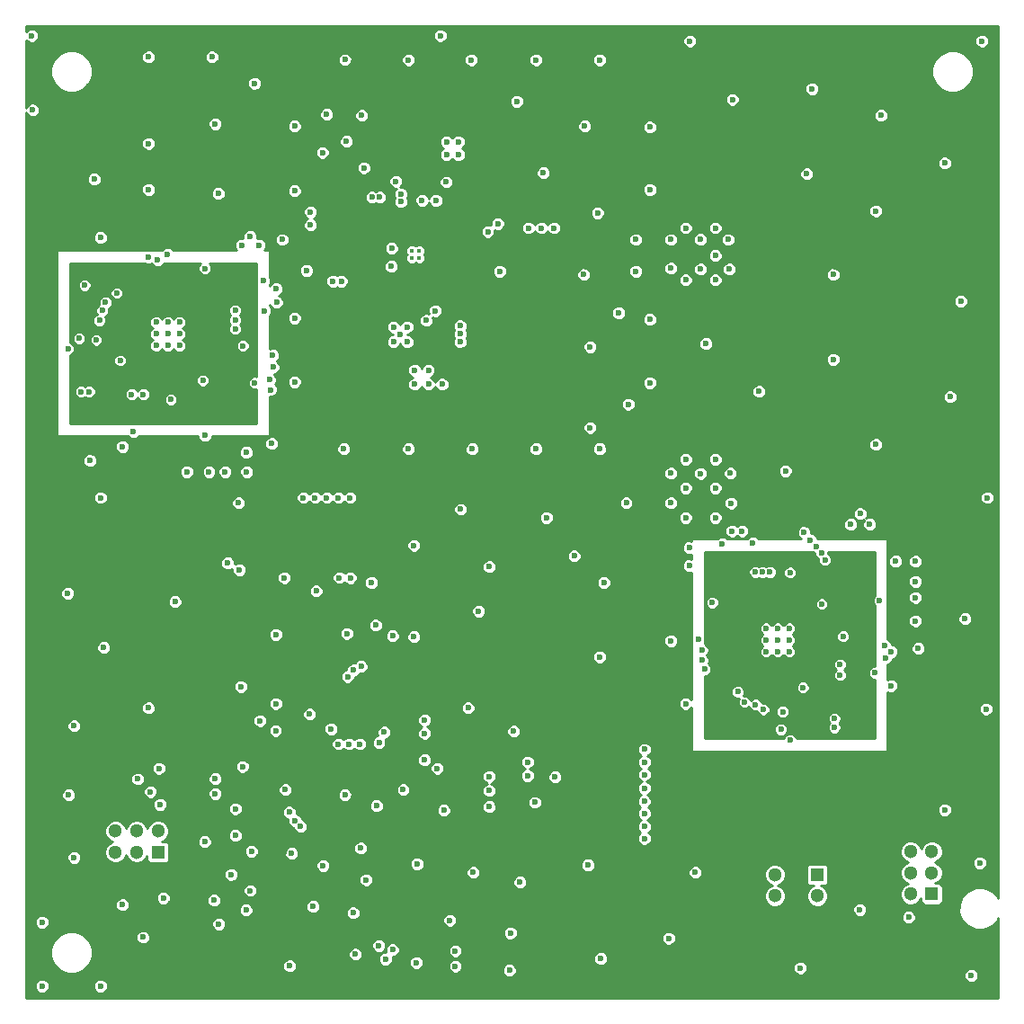
<source format=gbr>
G04 #@! TF.FileFunction,Copper,L3,Inr,Signal*
%FSLAX46Y46*%
G04 Gerber Fmt 4.6, Leading zero omitted, Abs format (unit mm)*
G04 Created by KiCad (PCBNEW 4.0.2-1.fc23-product) date Fri 22 Apr 2016 01:08:18 PM EEST*
%MOMM*%
G01*
G04 APERTURE LIST*
%ADD10C,0.100000*%
%ADD11C,0.600000*%
%ADD12R,1.300000X1.300000*%
%ADD13C,1.300000*%
%ADD14C,0.400000*%
%ADD15C,0.254000*%
%ADD16C,0.250000*%
G04 APERTURE END LIST*
D10*
D11*
X158800000Y-82100000D03*
X159700000Y-90700000D03*
X156100000Y-92900000D03*
X156100000Y-85300000D03*
X155500000Y-78500000D03*
X147600000Y-78200000D03*
X147400000Y-73700000D03*
X156800000Y-72700000D03*
X155600000Y-64500000D03*
X151700000Y-68900000D03*
X149200000Y-62200000D03*
X122700000Y-128800000D03*
X124200000Y-132800000D03*
X122700000Y-131300000D03*
X142600000Y-67200000D03*
X143700000Y-67200000D03*
X143700000Y-66000000D03*
X142600000Y-66000000D03*
X127800000Y-143600000D03*
X181500000Y-138300000D03*
D12*
X177500000Y-135000000D03*
D13*
X177500000Y-137000000D03*
X175500000Y-135000000D03*
X175500000Y-137000000D03*
X173500000Y-135000000D03*
X173500000Y-137000000D03*
D12*
X115400000Y-132900000D03*
D13*
X115400000Y-130900000D03*
X113400000Y-132900000D03*
X113400000Y-130900000D03*
X111400000Y-132900000D03*
X111400000Y-130900000D03*
D12*
X188277620Y-136834336D03*
D13*
X186277620Y-136834336D03*
X188277620Y-134834336D03*
X186277620Y-134834336D03*
X188277620Y-132834336D03*
X186277620Y-132834336D03*
D11*
X191000000Y-81000000D03*
X189500000Y-68000000D03*
X193000000Y-56500000D03*
X177000000Y-61000000D03*
X125000000Y-120500000D03*
X126500000Y-112400000D03*
X117000000Y-109300000D03*
X183500000Y-63500000D03*
X165500000Y-56500000D03*
X176500000Y-69000000D03*
X138500000Y-127000000D03*
X127400000Y-127000000D03*
X133000000Y-127500000D03*
X183000000Y-72500000D03*
X169500000Y-62000000D03*
X136000000Y-128500000D03*
X134500000Y-132500000D03*
X106900000Y-108500000D03*
X190000000Y-90000000D03*
X128000000Y-133000000D03*
X110300000Y-113600000D03*
X107500000Y-121000000D03*
X172000000Y-89500000D03*
X142000000Y-56000000D03*
X121100000Y-70850000D03*
X135000000Y-135500000D03*
X114500000Y-119300000D03*
X107000000Y-127500000D03*
X179000000Y-86500000D03*
X167000000Y-85000000D03*
X139500000Y-104000000D03*
X108500000Y-79500000D03*
X109000000Y-96000000D03*
X135500000Y-107500000D03*
X133200000Y-112300000D03*
X130000000Y-138000000D03*
X115500000Y-125000000D03*
X107500000Y-133400000D03*
X179000000Y-78500000D03*
X193500000Y-99500000D03*
X110000000Y-75000000D03*
X123000000Y-100000000D03*
X110000000Y-99500000D03*
X139500000Y-112600000D03*
X126500000Y-118900000D03*
X174500000Y-97000000D03*
X154600000Y-105000000D03*
X152000000Y-101400000D03*
X145600000Y-110200000D03*
X146600000Y-106000000D03*
X163700000Y-113000000D03*
X150900000Y-128200000D03*
X159500000Y-100000000D03*
X189500000Y-128900000D03*
X192800000Y-133900000D03*
X166000000Y-134800000D03*
X143900000Y-100600000D03*
X157400000Y-107500000D03*
X148900000Y-121500000D03*
X152800000Y-125800000D03*
X183000000Y-94500000D03*
X191400000Y-110900000D03*
X187000000Y-113700000D03*
X193400000Y-119400000D03*
X186100000Y-139000000D03*
X157000000Y-114500000D03*
X165100000Y-118900000D03*
X144600000Y-119300000D03*
X155900000Y-134100000D03*
X157100000Y-142900000D03*
X163500000Y-141000000D03*
X175900000Y-143800000D03*
X192000000Y-144500000D03*
X148500000Y-144000000D03*
X104500000Y-145500000D03*
X114000000Y-140900000D03*
X104500000Y-139500000D03*
X110000000Y-145500000D03*
X134000000Y-142500000D03*
X114500000Y-70500000D03*
X103600000Y-63000000D03*
X109400000Y-69500000D03*
X120800000Y-64300000D03*
X120500000Y-58000000D03*
X103500000Y-56000000D03*
X114500000Y-58000000D03*
X124500000Y-60500000D03*
X114500000Y-66150000D03*
X119800000Y-131900000D03*
X122300000Y-135000000D03*
X131700000Y-121300000D03*
X123200000Y-117300000D03*
X115900000Y-137200000D03*
X115234760Y-85181328D03*
X116334760Y-85181328D03*
X117434760Y-85181328D03*
X115234760Y-84081328D03*
X116334760Y-84081328D03*
X117434760Y-84081328D03*
X115234760Y-82981328D03*
X116334760Y-82981328D03*
X117434760Y-82981328D03*
X174859692Y-114005988D03*
X174859692Y-112905988D03*
X174859692Y-111805988D03*
X173759692Y-114005988D03*
X173759692Y-112905988D03*
X173759692Y-111805988D03*
X172659692Y-114005988D03*
X172659692Y-112905988D03*
X172659692Y-111805988D03*
D14*
X139322380Y-76231328D03*
X140022380Y-76231328D03*
X140022380Y-76931328D03*
X139322380Y-76931328D03*
D11*
X183350000Y-109200000D03*
X123725295Y-95244155D03*
X184857010Y-105482732D03*
X141521651Y-81902823D03*
X139730000Y-143280000D03*
X160400000Y-75200000D03*
X160400000Y-78200000D03*
X128260000Y-82600000D03*
X128260000Y-88600000D03*
X132900000Y-94900000D03*
X139000000Y-94900000D03*
X145000000Y-94900000D03*
X151000000Y-94900000D03*
X157000000Y-94900000D03*
X161740000Y-88700000D03*
X161740000Y-82700000D03*
X128260000Y-64500000D03*
X128260000Y-70600000D03*
X127100000Y-75200000D03*
X129400000Y-78100000D03*
X161740000Y-70500000D03*
X161740000Y-64600000D03*
X157000000Y-58270000D03*
X151000000Y-58270000D03*
X144900000Y-58270000D03*
X139000000Y-58270000D03*
X133000000Y-58265000D03*
X152700000Y-74100000D03*
X151500000Y-74100000D03*
X150300000Y-74100000D03*
X142324688Y-128938730D03*
X163700000Y-77900000D03*
X163700000Y-75200000D03*
X169379259Y-100020741D03*
X167900000Y-101400000D03*
X169300000Y-97200000D03*
X167900000Y-98600000D03*
X167900000Y-95900000D03*
X166500000Y-97220741D03*
X165100000Y-98599994D03*
X165100000Y-95900000D03*
X163700000Y-97200000D03*
X163700000Y-100000000D03*
X165100000Y-101400000D03*
X146460000Y-74450000D03*
X142551328Y-69781328D03*
X174929692Y-122335988D03*
X169210000Y-77980000D03*
X169100000Y-75200000D03*
X165100000Y-74100000D03*
X166500000Y-75180000D03*
X167900000Y-74100000D03*
X167900000Y-76700000D03*
X167900000Y-79000000D03*
X166500000Y-77980000D03*
X165100000Y-79000000D03*
X126100000Y-94400000D03*
X179924769Y-112560741D03*
X145100000Y-134800000D03*
X139800000Y-134000000D03*
X136200000Y-141700000D03*
X146600000Y-128600000D03*
X142900000Y-139300000D03*
X140512580Y-120450000D03*
X140512580Y-121690000D03*
X123370000Y-124830000D03*
X149500000Y-135700000D03*
X143410000Y-143620000D03*
X143410000Y-142190000D03*
X120690000Y-137410000D03*
X123690000Y-138340000D03*
X121130000Y-139660000D03*
X126480000Y-121440000D03*
X150210000Y-124410000D03*
X150210000Y-125700000D03*
X146600000Y-127100000D03*
X146600000Y-125760000D03*
X148600000Y-140500000D03*
X174924769Y-106560741D03*
X123400000Y-85200000D03*
X186739692Y-111105988D03*
X186739692Y-108905988D03*
X186739692Y-107405988D03*
X186739692Y-105505988D03*
X133160000Y-65940000D03*
X134810000Y-68440000D03*
X137820000Y-69700000D03*
X106958044Y-85481328D03*
X135572380Y-71215664D03*
X136272384Y-71215664D03*
X138272380Y-70915664D03*
X138272380Y-71615664D03*
X141572380Y-71515664D03*
X140272380Y-71515664D03*
X129772380Y-73815664D03*
X129772380Y-72615664D03*
X168539692Y-103865988D03*
X169459692Y-102645988D03*
X170389692Y-102635988D03*
X171419692Y-103765988D03*
X109892380Y-82805664D03*
X110162380Y-81875664D03*
X111522380Y-80245664D03*
X116312380Y-76555664D03*
X114532380Y-76885664D03*
X115372380Y-77145664D03*
X126532380Y-79835664D03*
X125432380Y-81895664D03*
X126572380Y-81105664D03*
X119832380Y-93615664D03*
X123762380Y-97085664D03*
X121732380Y-97065664D03*
X118132380Y-97065664D03*
X120212380Y-97065664D03*
X174069692Y-121325988D03*
X177918897Y-109515193D03*
X171639692Y-106505988D03*
X172339692Y-106505988D03*
X173039692Y-106505988D03*
X165439692Y-105905988D03*
X165439692Y-104205988D03*
X167603897Y-109385398D03*
X166319692Y-112845988D03*
X166669692Y-113855988D03*
X166889692Y-115665988D03*
X166669692Y-114795988D03*
X170629692Y-118765988D03*
X170019692Y-117775988D03*
X172419692Y-119455988D03*
X171689692Y-119005988D03*
X174239692Y-119655988D03*
X176147099Y-117385398D03*
X179109692Y-121155988D03*
X179109692Y-120305988D03*
X182939692Y-116005988D03*
X184439692Y-117205988D03*
X179639692Y-115205988D03*
X179639692Y-116205988D03*
X180639692Y-102005988D03*
X182439692Y-102005988D03*
X181539692Y-101005988D03*
X137372380Y-77715664D03*
X137412380Y-76005664D03*
X140672380Y-82815664D03*
X138172380Y-84115664D03*
X138872380Y-83415664D03*
X137572380Y-83415664D03*
X138872380Y-84815664D03*
X137572380Y-84815664D03*
X139572380Y-88815664D03*
X139572380Y-87515664D03*
X140872380Y-87515664D03*
X140872380Y-88815664D03*
X142172380Y-88815664D03*
X143872380Y-84075664D03*
X143872380Y-84815664D03*
X143872380Y-83315664D03*
X132672380Y-79115664D03*
X131872380Y-79115664D03*
X119822380Y-77915664D03*
X110472380Y-81115664D03*
X108922380Y-89515664D03*
X108172380Y-89515664D03*
X112922380Y-89765664D03*
X114022380Y-89765664D03*
X116622380Y-90265664D03*
X119622380Y-88465664D03*
X122672380Y-81865664D03*
X122672380Y-83615666D03*
X122672380Y-82765664D03*
X124072380Y-74915664D03*
X123272380Y-75715664D03*
X124922380Y-75715664D03*
X125372380Y-79065664D03*
X111852380Y-86585664D03*
X107982380Y-84505664D03*
X109582380Y-84655664D03*
X112052380Y-94695664D03*
X113062380Y-93265664D03*
X125350799Y-122678716D03*
X145800000Y-69700000D03*
X144300000Y-134700000D03*
X144000000Y-137500000D03*
X141200000Y-144500000D03*
X141100000Y-141200000D03*
X124400000Y-139500000D03*
X143600000Y-128000000D03*
X133460000Y-70350000D03*
X144800000Y-121400000D03*
X146600000Y-121400000D03*
X133900000Y-83800000D03*
X133900000Y-82700000D03*
X133900000Y-81500000D03*
X144380000Y-61420000D03*
X143210000Y-61420000D03*
X126469336Y-96040664D03*
X125610000Y-96040664D03*
X124680000Y-96040664D03*
X185639692Y-104505988D03*
X185639692Y-103560741D03*
X138440000Y-119400000D03*
X146900000Y-129900000D03*
X142572380Y-73815664D03*
X133872380Y-72615664D03*
X133872380Y-73915664D03*
X133072380Y-73915664D03*
X133072380Y-72615664D03*
X133872380Y-84815664D03*
X133872380Y-80515664D03*
X149672380Y-83815664D03*
X150372380Y-85115664D03*
X149072380Y-85115664D03*
X150372380Y-86415664D03*
X149072380Y-86415664D03*
X150372380Y-88815664D03*
X150372380Y-87715664D03*
X149072380Y-87715664D03*
X149072380Y-88815664D03*
X147772380Y-88815664D03*
X147772380Y-87715664D03*
X146472380Y-87715664D03*
X146472380Y-88815664D03*
X145172380Y-88815664D03*
X145172380Y-87715664D03*
X185639692Y-102675664D03*
X171214769Y-115560741D03*
X110201813Y-83858646D03*
X175705282Y-107405988D03*
X174039692Y-106405988D03*
X171339692Y-109605988D03*
X171339692Y-104905988D03*
X168309692Y-115645988D03*
X173389692Y-119085988D03*
X180239692Y-121405988D03*
X176539692Y-115605988D03*
X179839692Y-107305988D03*
X181139692Y-111205988D03*
X179839692Y-108605988D03*
X179839692Y-109905988D03*
X179839692Y-111205988D03*
X117972380Y-91515664D03*
X121872380Y-90215664D03*
X120572380Y-90215664D03*
X117972380Y-90215664D03*
X119272380Y-90215664D03*
X113572380Y-81515664D03*
X113622380Y-78715664D03*
X124372380Y-81715664D03*
X119602380Y-81765664D03*
X122722380Y-85945664D03*
X122712380Y-84525664D03*
X113622380Y-87045664D03*
X107872380Y-90815664D03*
X115600000Y-128400000D03*
X128830000Y-130480000D03*
X112060000Y-137840000D03*
X124100000Y-136500000D03*
X114700000Y-127200000D03*
X128280350Y-129902590D03*
X113500000Y-126000000D03*
X127770000Y-129130000D03*
X134600000Y-63500000D03*
X137501529Y-142081824D03*
X136846035Y-142960187D03*
X131300000Y-63400000D03*
X134531438Y-115381147D03*
X134400000Y-122700000D03*
X133822590Y-115737312D03*
X133400000Y-122700000D03*
X133269999Y-116352228D03*
X132400000Y-122700000D03*
X120800219Y-125974604D03*
X120800000Y-127389990D03*
X121970000Y-105650000D03*
X141700000Y-125000000D03*
X123060000Y-106300000D03*
X140500000Y-124200000D03*
X129679825Y-119885736D03*
X130900000Y-67000000D03*
X137500000Y-112500000D03*
X136710000Y-121590000D03*
X135915981Y-111515981D03*
X136215980Y-122590000D03*
X132484790Y-107036822D03*
X127300000Y-107050000D03*
X133512010Y-107052531D03*
X130949027Y-134150973D03*
X133800000Y-138600000D03*
X130300000Y-108300000D03*
X161219259Y-123204769D03*
X183924769Y-114578988D03*
X161219259Y-124424769D03*
X184446682Y-114001580D03*
X161229259Y-125584769D03*
X183810224Y-113420168D03*
X178224769Y-105360741D03*
X161219261Y-126874769D03*
X161209547Y-128094481D03*
X177888285Y-104687772D03*
X177416201Y-104101902D03*
X161219259Y-129244769D03*
X176838791Y-103480741D03*
X161219259Y-130454769D03*
X161229259Y-131604769D03*
X176261381Y-102765709D03*
X129100000Y-99500000D03*
X124496079Y-88688299D03*
X130200000Y-99500000D03*
X125993564Y-89341009D03*
X131300000Y-99500000D03*
X125900000Y-88400000D03*
X132400000Y-99500000D03*
X126234534Y-87185075D03*
X133500000Y-99500000D03*
X126200000Y-86100000D03*
D15*
G36*
X114407115Y-77512555D02*
X114656551Y-77512773D01*
X114818075Y-77446033D01*
X114840525Y-77500367D01*
X115016749Y-77676899D01*
X115247115Y-77772555D01*
X115496551Y-77772773D01*
X115727083Y-77677519D01*
X115903615Y-77501295D01*
X115934465Y-77427000D01*
X119424411Y-77427000D01*
X119291145Y-77560033D01*
X119195489Y-77790399D01*
X119195271Y-78039835D01*
X119290525Y-78270367D01*
X119466749Y-78446899D01*
X119697115Y-78542555D01*
X119946551Y-78542773D01*
X120177083Y-78447519D01*
X120353615Y-78271295D01*
X120449271Y-78040929D01*
X120449489Y-77791493D01*
X120354235Y-77560961D01*
X120220508Y-77427000D01*
X124673000Y-77427000D01*
X124673000Y-88082857D01*
X124621344Y-88061408D01*
X124371908Y-88061190D01*
X124141376Y-88156444D01*
X123964844Y-88332668D01*
X123869188Y-88563034D01*
X123868970Y-88812470D01*
X123964224Y-89043002D01*
X124140448Y-89219534D01*
X124370814Y-89315190D01*
X124620250Y-89315408D01*
X124673000Y-89293612D01*
X124673000Y-92473000D01*
X107127000Y-92473000D01*
X107127000Y-89639835D01*
X107545271Y-89639835D01*
X107640525Y-89870367D01*
X107816749Y-90046899D01*
X108047115Y-90142555D01*
X108296551Y-90142773D01*
X108527083Y-90047519D01*
X108547261Y-90027377D01*
X108566749Y-90046899D01*
X108797115Y-90142555D01*
X109046551Y-90142773D01*
X109277083Y-90047519D01*
X109435042Y-89889835D01*
X112295271Y-89889835D01*
X112390525Y-90120367D01*
X112566749Y-90296899D01*
X112797115Y-90392555D01*
X113046551Y-90392773D01*
X113277083Y-90297519D01*
X113453615Y-90121295D01*
X113472308Y-90076278D01*
X113490525Y-90120367D01*
X113666749Y-90296899D01*
X113897115Y-90392555D01*
X114146551Y-90392773D01*
X114153661Y-90389835D01*
X115995271Y-90389835D01*
X116090525Y-90620367D01*
X116266749Y-90796899D01*
X116497115Y-90892555D01*
X116746551Y-90892773D01*
X116977083Y-90797519D01*
X117153615Y-90621295D01*
X117249271Y-90390929D01*
X117249489Y-90141493D01*
X117154235Y-89910961D01*
X116978011Y-89734429D01*
X116747645Y-89638773D01*
X116498209Y-89638555D01*
X116267677Y-89733809D01*
X116091145Y-89910033D01*
X115995489Y-90140399D01*
X115995271Y-90389835D01*
X114153661Y-90389835D01*
X114377083Y-90297519D01*
X114553615Y-90121295D01*
X114649271Y-89890929D01*
X114649489Y-89641493D01*
X114554235Y-89410961D01*
X114378011Y-89234429D01*
X114147645Y-89138773D01*
X113898209Y-89138555D01*
X113667677Y-89233809D01*
X113491145Y-89410033D01*
X113472452Y-89455050D01*
X113454235Y-89410961D01*
X113278011Y-89234429D01*
X113047645Y-89138773D01*
X112798209Y-89138555D01*
X112567677Y-89233809D01*
X112391145Y-89410033D01*
X112295489Y-89640399D01*
X112295271Y-89889835D01*
X109435042Y-89889835D01*
X109453615Y-89871295D01*
X109549271Y-89640929D01*
X109549489Y-89391493D01*
X109454235Y-89160961D01*
X109278011Y-88984429D01*
X109047645Y-88888773D01*
X108798209Y-88888555D01*
X108567677Y-88983809D01*
X108547499Y-89003951D01*
X108528011Y-88984429D01*
X108297645Y-88888773D01*
X108048209Y-88888555D01*
X107817677Y-88983809D01*
X107641145Y-89160033D01*
X107545489Y-89390399D01*
X107545271Y-89639835D01*
X107127000Y-89639835D01*
X107127000Y-88589835D01*
X118995271Y-88589835D01*
X119090525Y-88820367D01*
X119266749Y-88996899D01*
X119497115Y-89092555D01*
X119746551Y-89092773D01*
X119977083Y-88997519D01*
X120153615Y-88821295D01*
X120249271Y-88590929D01*
X120249489Y-88341493D01*
X120154235Y-88110961D01*
X119978011Y-87934429D01*
X119747645Y-87838773D01*
X119498209Y-87838555D01*
X119267677Y-87933809D01*
X119091145Y-88110033D01*
X118995489Y-88340399D01*
X118995271Y-88589835D01*
X107127000Y-88589835D01*
X107127000Y-86709835D01*
X111225271Y-86709835D01*
X111320525Y-86940367D01*
X111496749Y-87116899D01*
X111727115Y-87212555D01*
X111976551Y-87212773D01*
X112207083Y-87117519D01*
X112383615Y-86941295D01*
X112479271Y-86710929D01*
X112479489Y-86461493D01*
X112384235Y-86230961D01*
X112208011Y-86054429D01*
X111977645Y-85958773D01*
X111728209Y-85958555D01*
X111497677Y-86053809D01*
X111321145Y-86230033D01*
X111225489Y-86460399D01*
X111225271Y-86709835D01*
X107127000Y-86709835D01*
X107127000Y-86089932D01*
X107312747Y-86013183D01*
X107489279Y-85836959D01*
X107584935Y-85606593D01*
X107585153Y-85357157D01*
X107489899Y-85126625D01*
X107313675Y-84950093D01*
X107127000Y-84872579D01*
X107127000Y-84629835D01*
X107355271Y-84629835D01*
X107450525Y-84860367D01*
X107626749Y-85036899D01*
X107857115Y-85132555D01*
X108106551Y-85132773D01*
X108337083Y-85037519D01*
X108513615Y-84861295D01*
X108547440Y-84779835D01*
X108955271Y-84779835D01*
X109050525Y-85010367D01*
X109226749Y-85186899D01*
X109457115Y-85282555D01*
X109706551Y-85282773D01*
X109937083Y-85187519D01*
X110113615Y-85011295D01*
X110209271Y-84780929D01*
X110209489Y-84531493D01*
X110114235Y-84300961D01*
X109938011Y-84124429D01*
X109707645Y-84028773D01*
X109458209Y-84028555D01*
X109227677Y-84123809D01*
X109051145Y-84300033D01*
X108955489Y-84530399D01*
X108955271Y-84779835D01*
X108547440Y-84779835D01*
X108609271Y-84630929D01*
X108609489Y-84381493D01*
X108514235Y-84150961D01*
X108338011Y-83974429D01*
X108107645Y-83878773D01*
X107858209Y-83878555D01*
X107627677Y-83973809D01*
X107451145Y-84150033D01*
X107355489Y-84380399D01*
X107355271Y-84629835D01*
X107127000Y-84629835D01*
X107127000Y-82929835D01*
X109265271Y-82929835D01*
X109360525Y-83160367D01*
X109536749Y-83336899D01*
X109767115Y-83432555D01*
X110016551Y-83432773D01*
X110247083Y-83337519D01*
X110423615Y-83161295D01*
X110446783Y-83105499D01*
X114607651Y-83105499D01*
X114702905Y-83336031D01*
X114879129Y-83512563D01*
X114924146Y-83531256D01*
X114880057Y-83549473D01*
X114703525Y-83725697D01*
X114607869Y-83956063D01*
X114607651Y-84205499D01*
X114702905Y-84436031D01*
X114879129Y-84612563D01*
X114924146Y-84631256D01*
X114880057Y-84649473D01*
X114703525Y-84825697D01*
X114607869Y-85056063D01*
X114607651Y-85305499D01*
X114702905Y-85536031D01*
X114879129Y-85712563D01*
X115109495Y-85808219D01*
X115358931Y-85808437D01*
X115589463Y-85713183D01*
X115765995Y-85536959D01*
X115784688Y-85491942D01*
X115802905Y-85536031D01*
X115979129Y-85712563D01*
X116209495Y-85808219D01*
X116458931Y-85808437D01*
X116689463Y-85713183D01*
X116865995Y-85536959D01*
X116884688Y-85491942D01*
X116902905Y-85536031D01*
X117079129Y-85712563D01*
X117309495Y-85808219D01*
X117558931Y-85808437D01*
X117789463Y-85713183D01*
X117965995Y-85536959D01*
X118054352Y-85324171D01*
X122772891Y-85324171D01*
X122868145Y-85554703D01*
X123044369Y-85731235D01*
X123274735Y-85826891D01*
X123524171Y-85827109D01*
X123754703Y-85731855D01*
X123931235Y-85555631D01*
X124026891Y-85325265D01*
X124027109Y-85075829D01*
X123931855Y-84845297D01*
X123755631Y-84668765D01*
X123525265Y-84573109D01*
X123275829Y-84572891D01*
X123045297Y-84668145D01*
X122868765Y-84844369D01*
X122773109Y-85074735D01*
X122772891Y-85324171D01*
X118054352Y-85324171D01*
X118061651Y-85306593D01*
X118061869Y-85057157D01*
X117966615Y-84826625D01*
X117790391Y-84650093D01*
X117745374Y-84631400D01*
X117789463Y-84613183D01*
X117965995Y-84436959D01*
X118061651Y-84206593D01*
X118061869Y-83957157D01*
X117966615Y-83726625D01*
X117790391Y-83550093D01*
X117745374Y-83531400D01*
X117789463Y-83513183D01*
X117965995Y-83336959D01*
X118061651Y-83106593D01*
X118061869Y-82857157D01*
X117966615Y-82626625D01*
X117790391Y-82450093D01*
X117560025Y-82354437D01*
X117310589Y-82354219D01*
X117080057Y-82449473D01*
X116903525Y-82625697D01*
X116884832Y-82670714D01*
X116866615Y-82626625D01*
X116690391Y-82450093D01*
X116460025Y-82354437D01*
X116210589Y-82354219D01*
X115980057Y-82449473D01*
X115803525Y-82625697D01*
X115784832Y-82670714D01*
X115766615Y-82626625D01*
X115590391Y-82450093D01*
X115360025Y-82354437D01*
X115110589Y-82354219D01*
X114880057Y-82449473D01*
X114703525Y-82625697D01*
X114607869Y-82856063D01*
X114607651Y-83105499D01*
X110446783Y-83105499D01*
X110519271Y-82930929D01*
X110519489Y-82681493D01*
X110424235Y-82450961D01*
X110420646Y-82447366D01*
X110517083Y-82407519D01*
X110693615Y-82231295D01*
X110789271Y-82000929D01*
X110789280Y-81989835D01*
X122045271Y-81989835D01*
X122140525Y-82220367D01*
X122235667Y-82315676D01*
X122141145Y-82410033D01*
X122045489Y-82640399D01*
X122045271Y-82889835D01*
X122140525Y-83120367D01*
X122210668Y-83190633D01*
X122141145Y-83260035D01*
X122045489Y-83490401D01*
X122045271Y-83739837D01*
X122140525Y-83970369D01*
X122316749Y-84146901D01*
X122547115Y-84242557D01*
X122796551Y-84242775D01*
X123027083Y-84147521D01*
X123203615Y-83971297D01*
X123299271Y-83740931D01*
X123299489Y-83491495D01*
X123204235Y-83260963D01*
X123134092Y-83190697D01*
X123203615Y-83121295D01*
X123299271Y-82890929D01*
X123299489Y-82641493D01*
X123204235Y-82410961D01*
X123109093Y-82315652D01*
X123203615Y-82221295D01*
X123299271Y-81990929D01*
X123299489Y-81741493D01*
X123204235Y-81510961D01*
X123028011Y-81334429D01*
X122797645Y-81238773D01*
X122548209Y-81238555D01*
X122317677Y-81333809D01*
X122141145Y-81510033D01*
X122045489Y-81740399D01*
X122045271Y-81989835D01*
X110789280Y-81989835D01*
X110789489Y-81751493D01*
X110758275Y-81675950D01*
X110827083Y-81647519D01*
X111003615Y-81471295D01*
X111099271Y-81240929D01*
X111099489Y-80991493D01*
X111004235Y-80760961D01*
X110828011Y-80584429D01*
X110597645Y-80488773D01*
X110348209Y-80488555D01*
X110117677Y-80583809D01*
X109941145Y-80760033D01*
X109845489Y-80990399D01*
X109845271Y-81239835D01*
X109876485Y-81315378D01*
X109807677Y-81343809D01*
X109631145Y-81520033D01*
X109535489Y-81750399D01*
X109535271Y-81999835D01*
X109630525Y-82230367D01*
X109634114Y-82233962D01*
X109537677Y-82273809D01*
X109361145Y-82450033D01*
X109265489Y-82680399D01*
X109265271Y-82929835D01*
X107127000Y-82929835D01*
X107127000Y-80369835D01*
X110895271Y-80369835D01*
X110990525Y-80600367D01*
X111166749Y-80776899D01*
X111397115Y-80872555D01*
X111646551Y-80872773D01*
X111877083Y-80777519D01*
X112053615Y-80601295D01*
X112149271Y-80370929D01*
X112149489Y-80121493D01*
X112054235Y-79890961D01*
X111878011Y-79714429D01*
X111647645Y-79618773D01*
X111398209Y-79618555D01*
X111167677Y-79713809D01*
X110991145Y-79890033D01*
X110895489Y-80120399D01*
X110895271Y-80369835D01*
X107127000Y-80369835D01*
X107127000Y-79624171D01*
X107872891Y-79624171D01*
X107968145Y-79854703D01*
X108144369Y-80031235D01*
X108374735Y-80126891D01*
X108624171Y-80127109D01*
X108854703Y-80031855D01*
X109031235Y-79855631D01*
X109126891Y-79625265D01*
X109127109Y-79375829D01*
X109031855Y-79145297D01*
X108855631Y-78968765D01*
X108625265Y-78873109D01*
X108375829Y-78872891D01*
X108145297Y-78968145D01*
X107968765Y-79144369D01*
X107873109Y-79374735D01*
X107872891Y-79624171D01*
X107127000Y-79624171D01*
X107127000Y-77427000D01*
X114201075Y-77427000D01*
X114407115Y-77512555D01*
X114407115Y-77512555D01*
G37*
X114407115Y-77512555D02*
X114656551Y-77512773D01*
X114818075Y-77446033D01*
X114840525Y-77500367D01*
X115016749Y-77676899D01*
X115247115Y-77772555D01*
X115496551Y-77772773D01*
X115727083Y-77677519D01*
X115903615Y-77501295D01*
X115934465Y-77427000D01*
X119424411Y-77427000D01*
X119291145Y-77560033D01*
X119195489Y-77790399D01*
X119195271Y-78039835D01*
X119290525Y-78270367D01*
X119466749Y-78446899D01*
X119697115Y-78542555D01*
X119946551Y-78542773D01*
X120177083Y-78447519D01*
X120353615Y-78271295D01*
X120449271Y-78040929D01*
X120449489Y-77791493D01*
X120354235Y-77560961D01*
X120220508Y-77427000D01*
X124673000Y-77427000D01*
X124673000Y-88082857D01*
X124621344Y-88061408D01*
X124371908Y-88061190D01*
X124141376Y-88156444D01*
X123964844Y-88332668D01*
X123869188Y-88563034D01*
X123868970Y-88812470D01*
X123964224Y-89043002D01*
X124140448Y-89219534D01*
X124370814Y-89315190D01*
X124620250Y-89315408D01*
X124673000Y-89293612D01*
X124673000Y-92473000D01*
X107127000Y-92473000D01*
X107127000Y-89639835D01*
X107545271Y-89639835D01*
X107640525Y-89870367D01*
X107816749Y-90046899D01*
X108047115Y-90142555D01*
X108296551Y-90142773D01*
X108527083Y-90047519D01*
X108547261Y-90027377D01*
X108566749Y-90046899D01*
X108797115Y-90142555D01*
X109046551Y-90142773D01*
X109277083Y-90047519D01*
X109435042Y-89889835D01*
X112295271Y-89889835D01*
X112390525Y-90120367D01*
X112566749Y-90296899D01*
X112797115Y-90392555D01*
X113046551Y-90392773D01*
X113277083Y-90297519D01*
X113453615Y-90121295D01*
X113472308Y-90076278D01*
X113490525Y-90120367D01*
X113666749Y-90296899D01*
X113897115Y-90392555D01*
X114146551Y-90392773D01*
X114153661Y-90389835D01*
X115995271Y-90389835D01*
X116090525Y-90620367D01*
X116266749Y-90796899D01*
X116497115Y-90892555D01*
X116746551Y-90892773D01*
X116977083Y-90797519D01*
X117153615Y-90621295D01*
X117249271Y-90390929D01*
X117249489Y-90141493D01*
X117154235Y-89910961D01*
X116978011Y-89734429D01*
X116747645Y-89638773D01*
X116498209Y-89638555D01*
X116267677Y-89733809D01*
X116091145Y-89910033D01*
X115995489Y-90140399D01*
X115995271Y-90389835D01*
X114153661Y-90389835D01*
X114377083Y-90297519D01*
X114553615Y-90121295D01*
X114649271Y-89890929D01*
X114649489Y-89641493D01*
X114554235Y-89410961D01*
X114378011Y-89234429D01*
X114147645Y-89138773D01*
X113898209Y-89138555D01*
X113667677Y-89233809D01*
X113491145Y-89410033D01*
X113472452Y-89455050D01*
X113454235Y-89410961D01*
X113278011Y-89234429D01*
X113047645Y-89138773D01*
X112798209Y-89138555D01*
X112567677Y-89233809D01*
X112391145Y-89410033D01*
X112295489Y-89640399D01*
X112295271Y-89889835D01*
X109435042Y-89889835D01*
X109453615Y-89871295D01*
X109549271Y-89640929D01*
X109549489Y-89391493D01*
X109454235Y-89160961D01*
X109278011Y-88984429D01*
X109047645Y-88888773D01*
X108798209Y-88888555D01*
X108567677Y-88983809D01*
X108547499Y-89003951D01*
X108528011Y-88984429D01*
X108297645Y-88888773D01*
X108048209Y-88888555D01*
X107817677Y-88983809D01*
X107641145Y-89160033D01*
X107545489Y-89390399D01*
X107545271Y-89639835D01*
X107127000Y-89639835D01*
X107127000Y-88589835D01*
X118995271Y-88589835D01*
X119090525Y-88820367D01*
X119266749Y-88996899D01*
X119497115Y-89092555D01*
X119746551Y-89092773D01*
X119977083Y-88997519D01*
X120153615Y-88821295D01*
X120249271Y-88590929D01*
X120249489Y-88341493D01*
X120154235Y-88110961D01*
X119978011Y-87934429D01*
X119747645Y-87838773D01*
X119498209Y-87838555D01*
X119267677Y-87933809D01*
X119091145Y-88110033D01*
X118995489Y-88340399D01*
X118995271Y-88589835D01*
X107127000Y-88589835D01*
X107127000Y-86709835D01*
X111225271Y-86709835D01*
X111320525Y-86940367D01*
X111496749Y-87116899D01*
X111727115Y-87212555D01*
X111976551Y-87212773D01*
X112207083Y-87117519D01*
X112383615Y-86941295D01*
X112479271Y-86710929D01*
X112479489Y-86461493D01*
X112384235Y-86230961D01*
X112208011Y-86054429D01*
X111977645Y-85958773D01*
X111728209Y-85958555D01*
X111497677Y-86053809D01*
X111321145Y-86230033D01*
X111225489Y-86460399D01*
X111225271Y-86709835D01*
X107127000Y-86709835D01*
X107127000Y-86089932D01*
X107312747Y-86013183D01*
X107489279Y-85836959D01*
X107584935Y-85606593D01*
X107585153Y-85357157D01*
X107489899Y-85126625D01*
X107313675Y-84950093D01*
X107127000Y-84872579D01*
X107127000Y-84629835D01*
X107355271Y-84629835D01*
X107450525Y-84860367D01*
X107626749Y-85036899D01*
X107857115Y-85132555D01*
X108106551Y-85132773D01*
X108337083Y-85037519D01*
X108513615Y-84861295D01*
X108547440Y-84779835D01*
X108955271Y-84779835D01*
X109050525Y-85010367D01*
X109226749Y-85186899D01*
X109457115Y-85282555D01*
X109706551Y-85282773D01*
X109937083Y-85187519D01*
X110113615Y-85011295D01*
X110209271Y-84780929D01*
X110209489Y-84531493D01*
X110114235Y-84300961D01*
X109938011Y-84124429D01*
X109707645Y-84028773D01*
X109458209Y-84028555D01*
X109227677Y-84123809D01*
X109051145Y-84300033D01*
X108955489Y-84530399D01*
X108955271Y-84779835D01*
X108547440Y-84779835D01*
X108609271Y-84630929D01*
X108609489Y-84381493D01*
X108514235Y-84150961D01*
X108338011Y-83974429D01*
X108107645Y-83878773D01*
X107858209Y-83878555D01*
X107627677Y-83973809D01*
X107451145Y-84150033D01*
X107355489Y-84380399D01*
X107355271Y-84629835D01*
X107127000Y-84629835D01*
X107127000Y-82929835D01*
X109265271Y-82929835D01*
X109360525Y-83160367D01*
X109536749Y-83336899D01*
X109767115Y-83432555D01*
X110016551Y-83432773D01*
X110247083Y-83337519D01*
X110423615Y-83161295D01*
X110446783Y-83105499D01*
X114607651Y-83105499D01*
X114702905Y-83336031D01*
X114879129Y-83512563D01*
X114924146Y-83531256D01*
X114880057Y-83549473D01*
X114703525Y-83725697D01*
X114607869Y-83956063D01*
X114607651Y-84205499D01*
X114702905Y-84436031D01*
X114879129Y-84612563D01*
X114924146Y-84631256D01*
X114880057Y-84649473D01*
X114703525Y-84825697D01*
X114607869Y-85056063D01*
X114607651Y-85305499D01*
X114702905Y-85536031D01*
X114879129Y-85712563D01*
X115109495Y-85808219D01*
X115358931Y-85808437D01*
X115589463Y-85713183D01*
X115765995Y-85536959D01*
X115784688Y-85491942D01*
X115802905Y-85536031D01*
X115979129Y-85712563D01*
X116209495Y-85808219D01*
X116458931Y-85808437D01*
X116689463Y-85713183D01*
X116865995Y-85536959D01*
X116884688Y-85491942D01*
X116902905Y-85536031D01*
X117079129Y-85712563D01*
X117309495Y-85808219D01*
X117558931Y-85808437D01*
X117789463Y-85713183D01*
X117965995Y-85536959D01*
X118054352Y-85324171D01*
X122772891Y-85324171D01*
X122868145Y-85554703D01*
X123044369Y-85731235D01*
X123274735Y-85826891D01*
X123524171Y-85827109D01*
X123754703Y-85731855D01*
X123931235Y-85555631D01*
X124026891Y-85325265D01*
X124027109Y-85075829D01*
X123931855Y-84845297D01*
X123755631Y-84668765D01*
X123525265Y-84573109D01*
X123275829Y-84572891D01*
X123045297Y-84668145D01*
X122868765Y-84844369D01*
X122773109Y-85074735D01*
X122772891Y-85324171D01*
X118054352Y-85324171D01*
X118061651Y-85306593D01*
X118061869Y-85057157D01*
X117966615Y-84826625D01*
X117790391Y-84650093D01*
X117745374Y-84631400D01*
X117789463Y-84613183D01*
X117965995Y-84436959D01*
X118061651Y-84206593D01*
X118061869Y-83957157D01*
X117966615Y-83726625D01*
X117790391Y-83550093D01*
X117745374Y-83531400D01*
X117789463Y-83513183D01*
X117965995Y-83336959D01*
X118061651Y-83106593D01*
X118061869Y-82857157D01*
X117966615Y-82626625D01*
X117790391Y-82450093D01*
X117560025Y-82354437D01*
X117310589Y-82354219D01*
X117080057Y-82449473D01*
X116903525Y-82625697D01*
X116884832Y-82670714D01*
X116866615Y-82626625D01*
X116690391Y-82450093D01*
X116460025Y-82354437D01*
X116210589Y-82354219D01*
X115980057Y-82449473D01*
X115803525Y-82625697D01*
X115784832Y-82670714D01*
X115766615Y-82626625D01*
X115590391Y-82450093D01*
X115360025Y-82354437D01*
X115110589Y-82354219D01*
X114880057Y-82449473D01*
X114703525Y-82625697D01*
X114607869Y-82856063D01*
X114607651Y-83105499D01*
X110446783Y-83105499D01*
X110519271Y-82930929D01*
X110519489Y-82681493D01*
X110424235Y-82450961D01*
X110420646Y-82447366D01*
X110517083Y-82407519D01*
X110693615Y-82231295D01*
X110789271Y-82000929D01*
X110789280Y-81989835D01*
X122045271Y-81989835D01*
X122140525Y-82220367D01*
X122235667Y-82315676D01*
X122141145Y-82410033D01*
X122045489Y-82640399D01*
X122045271Y-82889835D01*
X122140525Y-83120367D01*
X122210668Y-83190633D01*
X122141145Y-83260035D01*
X122045489Y-83490401D01*
X122045271Y-83739837D01*
X122140525Y-83970369D01*
X122316749Y-84146901D01*
X122547115Y-84242557D01*
X122796551Y-84242775D01*
X123027083Y-84147521D01*
X123203615Y-83971297D01*
X123299271Y-83740931D01*
X123299489Y-83491495D01*
X123204235Y-83260963D01*
X123134092Y-83190697D01*
X123203615Y-83121295D01*
X123299271Y-82890929D01*
X123299489Y-82641493D01*
X123204235Y-82410961D01*
X123109093Y-82315652D01*
X123203615Y-82221295D01*
X123299271Y-81990929D01*
X123299489Y-81741493D01*
X123204235Y-81510961D01*
X123028011Y-81334429D01*
X122797645Y-81238773D01*
X122548209Y-81238555D01*
X122317677Y-81333809D01*
X122141145Y-81510033D01*
X122045489Y-81740399D01*
X122045271Y-81989835D01*
X110789280Y-81989835D01*
X110789489Y-81751493D01*
X110758275Y-81675950D01*
X110827083Y-81647519D01*
X111003615Y-81471295D01*
X111099271Y-81240929D01*
X111099489Y-80991493D01*
X111004235Y-80760961D01*
X110828011Y-80584429D01*
X110597645Y-80488773D01*
X110348209Y-80488555D01*
X110117677Y-80583809D01*
X109941145Y-80760033D01*
X109845489Y-80990399D01*
X109845271Y-81239835D01*
X109876485Y-81315378D01*
X109807677Y-81343809D01*
X109631145Y-81520033D01*
X109535489Y-81750399D01*
X109535271Y-81999835D01*
X109630525Y-82230367D01*
X109634114Y-82233962D01*
X109537677Y-82273809D01*
X109361145Y-82450033D01*
X109265489Y-82680399D01*
X109265271Y-82929835D01*
X107127000Y-82929835D01*
X107127000Y-80369835D01*
X110895271Y-80369835D01*
X110990525Y-80600367D01*
X111166749Y-80776899D01*
X111397115Y-80872555D01*
X111646551Y-80872773D01*
X111877083Y-80777519D01*
X112053615Y-80601295D01*
X112149271Y-80370929D01*
X112149489Y-80121493D01*
X112054235Y-79890961D01*
X111878011Y-79714429D01*
X111647645Y-79618773D01*
X111398209Y-79618555D01*
X111167677Y-79713809D01*
X110991145Y-79890033D01*
X110895489Y-80120399D01*
X110895271Y-80369835D01*
X107127000Y-80369835D01*
X107127000Y-79624171D01*
X107872891Y-79624171D01*
X107968145Y-79854703D01*
X108144369Y-80031235D01*
X108374735Y-80126891D01*
X108624171Y-80127109D01*
X108854703Y-80031855D01*
X109031235Y-79855631D01*
X109126891Y-79625265D01*
X109127109Y-79375829D01*
X109031855Y-79145297D01*
X108855631Y-78968765D01*
X108625265Y-78873109D01*
X108375829Y-78872891D01*
X108145297Y-78968145D01*
X107968765Y-79144369D01*
X107873109Y-79374735D01*
X107872891Y-79624171D01*
X107127000Y-79624171D01*
X107127000Y-77427000D01*
X114201075Y-77427000D01*
X114407115Y-77512555D01*
G36*
X177060570Y-104633137D02*
X177261259Y-104716470D01*
X177261176Y-104811943D01*
X177356430Y-105042475D01*
X177532654Y-105219007D01*
X177597869Y-105246086D01*
X177597660Y-105484912D01*
X177692914Y-105715444D01*
X177869138Y-105891976D01*
X178099504Y-105987632D01*
X178348940Y-105987850D01*
X178579472Y-105892596D01*
X178756004Y-105716372D01*
X178851660Y-105486006D01*
X178851878Y-105236570D01*
X178756624Y-105006038D01*
X178580400Y-104829506D01*
X178515185Y-104802427D01*
X178515339Y-104627000D01*
X182873053Y-104627000D01*
X182874805Y-108788427D01*
X182818765Y-108844369D01*
X182723109Y-109074735D01*
X182722891Y-109324171D01*
X182818145Y-109554703D01*
X182875152Y-109611810D01*
X182877580Y-115378933D01*
X182815521Y-115378879D01*
X182584989Y-115474133D01*
X182408457Y-115650357D01*
X182312801Y-115880723D01*
X182312583Y-116130159D01*
X182407837Y-116360691D01*
X182584061Y-116537223D01*
X182814427Y-116632879D01*
X182878108Y-116632935D01*
X182880441Y-122173000D01*
X175540762Y-122173000D01*
X175461547Y-121981285D01*
X175285323Y-121804753D01*
X175054957Y-121709097D01*
X174805521Y-121708879D01*
X174574989Y-121804133D01*
X174398457Y-121980357D01*
X174318465Y-122173000D01*
X166927000Y-122173000D01*
X166927000Y-121450159D01*
X173442583Y-121450159D01*
X173537837Y-121680691D01*
X173714061Y-121857223D01*
X173944427Y-121952879D01*
X174193863Y-121953097D01*
X174424395Y-121857843D01*
X174600927Y-121681619D01*
X174696583Y-121451253D01*
X174696801Y-121201817D01*
X174601547Y-120971285D01*
X174425323Y-120794753D01*
X174194957Y-120699097D01*
X173945521Y-120698879D01*
X173714989Y-120794133D01*
X173538457Y-120970357D01*
X173442801Y-121200723D01*
X173442583Y-121450159D01*
X166927000Y-121450159D01*
X166927000Y-120430159D01*
X178482583Y-120430159D01*
X178577837Y-120660691D01*
X178647979Y-120730956D01*
X178578457Y-120800357D01*
X178482801Y-121030723D01*
X178482583Y-121280159D01*
X178577837Y-121510691D01*
X178754061Y-121687223D01*
X178984427Y-121782879D01*
X179233863Y-121783097D01*
X179464395Y-121687843D01*
X179640927Y-121511619D01*
X179736583Y-121281253D01*
X179736801Y-121031817D01*
X179641547Y-120801285D01*
X179571405Y-120731020D01*
X179640927Y-120661619D01*
X179736583Y-120431253D01*
X179736801Y-120181817D01*
X179641547Y-119951285D01*
X179465323Y-119774753D01*
X179234957Y-119679097D01*
X178985521Y-119678879D01*
X178754989Y-119774133D01*
X178578457Y-119950357D01*
X178482801Y-120180723D01*
X178482583Y-120430159D01*
X166927000Y-120430159D01*
X166927000Y-117900159D01*
X169392583Y-117900159D01*
X169487837Y-118130691D01*
X169664061Y-118307223D01*
X169894427Y-118402879D01*
X170105763Y-118403064D01*
X170098457Y-118410357D01*
X170002801Y-118640723D01*
X170002583Y-118890159D01*
X170097837Y-119120691D01*
X170274061Y-119297223D01*
X170504427Y-119392879D01*
X170753863Y-119393097D01*
X170984395Y-119297843D01*
X171088803Y-119193617D01*
X171157837Y-119360691D01*
X171334061Y-119537223D01*
X171564427Y-119632879D01*
X171813863Y-119633097D01*
X171814370Y-119632888D01*
X171887837Y-119810691D01*
X172064061Y-119987223D01*
X172294427Y-120082879D01*
X172543863Y-120083097D01*
X172774395Y-119987843D01*
X172950927Y-119811619D01*
X172963990Y-119780159D01*
X173612583Y-119780159D01*
X173707837Y-120010691D01*
X173884061Y-120187223D01*
X174114427Y-120282879D01*
X174363863Y-120283097D01*
X174594395Y-120187843D01*
X174770927Y-120011619D01*
X174866583Y-119781253D01*
X174866801Y-119531817D01*
X174771547Y-119301285D01*
X174595323Y-119124753D01*
X174364957Y-119029097D01*
X174115521Y-119028879D01*
X173884989Y-119124133D01*
X173708457Y-119300357D01*
X173612801Y-119530723D01*
X173612583Y-119780159D01*
X172963990Y-119780159D01*
X173046583Y-119581253D01*
X173046801Y-119331817D01*
X172951547Y-119101285D01*
X172775323Y-118924753D01*
X172544957Y-118829097D01*
X172295521Y-118828879D01*
X172295014Y-118829088D01*
X172221547Y-118651285D01*
X172045323Y-118474753D01*
X171814957Y-118379097D01*
X171565521Y-118378879D01*
X171334989Y-118474133D01*
X171230581Y-118578359D01*
X171161547Y-118411285D01*
X170985323Y-118234753D01*
X170754957Y-118139097D01*
X170543621Y-118138912D01*
X170550927Y-118131619D01*
X170646583Y-117901253D01*
X170646801Y-117651817D01*
X170588026Y-117509569D01*
X175519990Y-117509569D01*
X175615244Y-117740101D01*
X175791468Y-117916633D01*
X176021834Y-118012289D01*
X176271270Y-118012507D01*
X176501802Y-117917253D01*
X176678334Y-117741029D01*
X176773990Y-117510663D01*
X176774208Y-117261227D01*
X176678954Y-117030695D01*
X176502730Y-116854163D01*
X176272364Y-116758507D01*
X176022928Y-116758289D01*
X175792396Y-116853543D01*
X175615864Y-117029767D01*
X175520208Y-117260133D01*
X175519990Y-117509569D01*
X170588026Y-117509569D01*
X170551547Y-117421285D01*
X170375323Y-117244753D01*
X170144957Y-117149097D01*
X169895521Y-117148879D01*
X169664989Y-117244133D01*
X169488457Y-117420357D01*
X169392801Y-117650723D01*
X169392583Y-117900159D01*
X166927000Y-117900159D01*
X166927000Y-116293021D01*
X167013863Y-116293097D01*
X167244395Y-116197843D01*
X167420927Y-116021619D01*
X167516583Y-115791253D01*
X167516801Y-115541817D01*
X167429346Y-115330159D01*
X179012583Y-115330159D01*
X179107837Y-115560691D01*
X179252979Y-115706087D01*
X179108457Y-115850357D01*
X179012801Y-116080723D01*
X179012583Y-116330159D01*
X179107837Y-116560691D01*
X179284061Y-116737223D01*
X179514427Y-116832879D01*
X179763863Y-116833097D01*
X179994395Y-116737843D01*
X180170927Y-116561619D01*
X180266583Y-116331253D01*
X180266801Y-116081817D01*
X180171547Y-115851285D01*
X180026405Y-115705889D01*
X180170927Y-115561619D01*
X180266583Y-115331253D01*
X180266801Y-115081817D01*
X180171547Y-114851285D01*
X179995323Y-114674753D01*
X179764957Y-114579097D01*
X179515521Y-114578879D01*
X179284989Y-114674133D01*
X179108457Y-114850357D01*
X179012801Y-115080723D01*
X179012583Y-115330159D01*
X167429346Y-115330159D01*
X167421547Y-115311285D01*
X167245323Y-115134753D01*
X167213429Y-115121510D01*
X167296583Y-114921253D01*
X167296801Y-114671817D01*
X167201547Y-114441285D01*
X167086405Y-114325941D01*
X167200927Y-114211619D01*
X167296583Y-113981253D01*
X167296801Y-113731817D01*
X167201547Y-113501285D01*
X167025323Y-113324753D01*
X166927000Y-113283926D01*
X166927000Y-113018414D01*
X166946583Y-112971253D01*
X166946801Y-112721817D01*
X166927000Y-112673895D01*
X166927000Y-111930159D01*
X172032583Y-111930159D01*
X172127837Y-112160691D01*
X172304061Y-112337223D01*
X172349078Y-112355916D01*
X172304989Y-112374133D01*
X172128457Y-112550357D01*
X172032801Y-112780723D01*
X172032583Y-113030159D01*
X172127837Y-113260691D01*
X172304061Y-113437223D01*
X172349078Y-113455916D01*
X172304989Y-113474133D01*
X172128457Y-113650357D01*
X172032801Y-113880723D01*
X172032583Y-114130159D01*
X172127837Y-114360691D01*
X172304061Y-114537223D01*
X172534427Y-114632879D01*
X172783863Y-114633097D01*
X173014395Y-114537843D01*
X173190927Y-114361619D01*
X173209620Y-114316602D01*
X173227837Y-114360691D01*
X173404061Y-114537223D01*
X173634427Y-114632879D01*
X173883863Y-114633097D01*
X174114395Y-114537843D01*
X174290927Y-114361619D01*
X174309620Y-114316602D01*
X174327837Y-114360691D01*
X174504061Y-114537223D01*
X174734427Y-114632879D01*
X174983863Y-114633097D01*
X175214395Y-114537843D01*
X175390927Y-114361619D01*
X175486583Y-114131253D01*
X175486801Y-113881817D01*
X175391547Y-113651285D01*
X175215323Y-113474753D01*
X175170306Y-113456060D01*
X175214395Y-113437843D01*
X175390927Y-113261619D01*
X175486583Y-113031253D01*
X175486801Y-112781817D01*
X175446761Y-112684912D01*
X179297660Y-112684912D01*
X179392914Y-112915444D01*
X179569138Y-113091976D01*
X179799504Y-113187632D01*
X180048940Y-113187850D01*
X180279472Y-113092596D01*
X180456004Y-112916372D01*
X180551660Y-112686006D01*
X180551878Y-112436570D01*
X180456624Y-112206038D01*
X180280400Y-112029506D01*
X180050034Y-111933850D01*
X179800598Y-111933632D01*
X179570066Y-112028886D01*
X179393534Y-112205110D01*
X179297878Y-112435476D01*
X179297660Y-112684912D01*
X175446761Y-112684912D01*
X175391547Y-112551285D01*
X175215323Y-112374753D01*
X175170306Y-112356060D01*
X175214395Y-112337843D01*
X175390927Y-112161619D01*
X175486583Y-111931253D01*
X175486801Y-111681817D01*
X175391547Y-111451285D01*
X175215323Y-111274753D01*
X174984957Y-111179097D01*
X174735521Y-111178879D01*
X174504989Y-111274133D01*
X174328457Y-111450357D01*
X174309764Y-111495374D01*
X174291547Y-111451285D01*
X174115323Y-111274753D01*
X173884957Y-111179097D01*
X173635521Y-111178879D01*
X173404989Y-111274133D01*
X173228457Y-111450357D01*
X173209764Y-111495374D01*
X173191547Y-111451285D01*
X173015323Y-111274753D01*
X172784957Y-111179097D01*
X172535521Y-111178879D01*
X172304989Y-111274133D01*
X172128457Y-111450357D01*
X172032801Y-111680723D01*
X172032583Y-111930159D01*
X166927000Y-111930159D01*
X166927000Y-109509569D01*
X166976788Y-109509569D01*
X167072042Y-109740101D01*
X167248266Y-109916633D01*
X167478632Y-110012289D01*
X167728068Y-110012507D01*
X167958600Y-109917253D01*
X168135132Y-109741029D01*
X168177346Y-109639364D01*
X177291788Y-109639364D01*
X177387042Y-109869896D01*
X177563266Y-110046428D01*
X177793632Y-110142084D01*
X178043068Y-110142302D01*
X178273600Y-110047048D01*
X178450132Y-109870824D01*
X178545788Y-109640458D01*
X178546006Y-109391022D01*
X178450752Y-109160490D01*
X178274528Y-108983958D01*
X178044162Y-108888302D01*
X177794726Y-108888084D01*
X177564194Y-108983338D01*
X177387662Y-109159562D01*
X177292006Y-109389928D01*
X177291788Y-109639364D01*
X168177346Y-109639364D01*
X168230788Y-109510663D01*
X168231006Y-109261227D01*
X168135752Y-109030695D01*
X167959528Y-108854163D01*
X167729162Y-108758507D01*
X167479726Y-108758289D01*
X167249194Y-108853543D01*
X167072662Y-109029767D01*
X166977006Y-109260133D01*
X166976788Y-109509569D01*
X166927000Y-109509569D01*
X166927000Y-106630159D01*
X171012583Y-106630159D01*
X171107837Y-106860691D01*
X171284061Y-107037223D01*
X171514427Y-107132879D01*
X171763863Y-107133097D01*
X171989964Y-107039674D01*
X172214427Y-107132879D01*
X172463863Y-107133097D01*
X172689964Y-107039674D01*
X172914427Y-107132879D01*
X173163863Y-107133097D01*
X173394395Y-107037843D01*
X173570927Y-106861619D01*
X173644301Y-106684912D01*
X174297660Y-106684912D01*
X174392914Y-106915444D01*
X174569138Y-107091976D01*
X174799504Y-107187632D01*
X175048940Y-107187850D01*
X175279472Y-107092596D01*
X175456004Y-106916372D01*
X175551660Y-106686006D01*
X175551878Y-106436570D01*
X175456624Y-106206038D01*
X175280400Y-106029506D01*
X175050034Y-105933850D01*
X174800598Y-105933632D01*
X174570066Y-106028886D01*
X174393534Y-106205110D01*
X174297878Y-106435476D01*
X174297660Y-106684912D01*
X173644301Y-106684912D01*
X173666583Y-106631253D01*
X173666801Y-106381817D01*
X173571547Y-106151285D01*
X173395323Y-105974753D01*
X173164957Y-105879097D01*
X172915521Y-105878879D01*
X172689420Y-105972302D01*
X172464957Y-105879097D01*
X172215521Y-105878879D01*
X171989420Y-105972302D01*
X171764957Y-105879097D01*
X171515521Y-105878879D01*
X171284989Y-105974133D01*
X171108457Y-106150357D01*
X171012801Y-106380723D01*
X171012583Y-106630159D01*
X166927000Y-106630159D01*
X166927000Y-104627000D01*
X177054444Y-104627000D01*
X177060570Y-104633137D01*
X177060570Y-104633137D01*
G37*
X177060570Y-104633137D02*
X177261259Y-104716470D01*
X177261176Y-104811943D01*
X177356430Y-105042475D01*
X177532654Y-105219007D01*
X177597869Y-105246086D01*
X177597660Y-105484912D01*
X177692914Y-105715444D01*
X177869138Y-105891976D01*
X178099504Y-105987632D01*
X178348940Y-105987850D01*
X178579472Y-105892596D01*
X178756004Y-105716372D01*
X178851660Y-105486006D01*
X178851878Y-105236570D01*
X178756624Y-105006038D01*
X178580400Y-104829506D01*
X178515185Y-104802427D01*
X178515339Y-104627000D01*
X182873053Y-104627000D01*
X182874805Y-108788427D01*
X182818765Y-108844369D01*
X182723109Y-109074735D01*
X182722891Y-109324171D01*
X182818145Y-109554703D01*
X182875152Y-109611810D01*
X182877580Y-115378933D01*
X182815521Y-115378879D01*
X182584989Y-115474133D01*
X182408457Y-115650357D01*
X182312801Y-115880723D01*
X182312583Y-116130159D01*
X182407837Y-116360691D01*
X182584061Y-116537223D01*
X182814427Y-116632879D01*
X182878108Y-116632935D01*
X182880441Y-122173000D01*
X175540762Y-122173000D01*
X175461547Y-121981285D01*
X175285323Y-121804753D01*
X175054957Y-121709097D01*
X174805521Y-121708879D01*
X174574989Y-121804133D01*
X174398457Y-121980357D01*
X174318465Y-122173000D01*
X166927000Y-122173000D01*
X166927000Y-121450159D01*
X173442583Y-121450159D01*
X173537837Y-121680691D01*
X173714061Y-121857223D01*
X173944427Y-121952879D01*
X174193863Y-121953097D01*
X174424395Y-121857843D01*
X174600927Y-121681619D01*
X174696583Y-121451253D01*
X174696801Y-121201817D01*
X174601547Y-120971285D01*
X174425323Y-120794753D01*
X174194957Y-120699097D01*
X173945521Y-120698879D01*
X173714989Y-120794133D01*
X173538457Y-120970357D01*
X173442801Y-121200723D01*
X173442583Y-121450159D01*
X166927000Y-121450159D01*
X166927000Y-120430159D01*
X178482583Y-120430159D01*
X178577837Y-120660691D01*
X178647979Y-120730956D01*
X178578457Y-120800357D01*
X178482801Y-121030723D01*
X178482583Y-121280159D01*
X178577837Y-121510691D01*
X178754061Y-121687223D01*
X178984427Y-121782879D01*
X179233863Y-121783097D01*
X179464395Y-121687843D01*
X179640927Y-121511619D01*
X179736583Y-121281253D01*
X179736801Y-121031817D01*
X179641547Y-120801285D01*
X179571405Y-120731020D01*
X179640927Y-120661619D01*
X179736583Y-120431253D01*
X179736801Y-120181817D01*
X179641547Y-119951285D01*
X179465323Y-119774753D01*
X179234957Y-119679097D01*
X178985521Y-119678879D01*
X178754989Y-119774133D01*
X178578457Y-119950357D01*
X178482801Y-120180723D01*
X178482583Y-120430159D01*
X166927000Y-120430159D01*
X166927000Y-117900159D01*
X169392583Y-117900159D01*
X169487837Y-118130691D01*
X169664061Y-118307223D01*
X169894427Y-118402879D01*
X170105763Y-118403064D01*
X170098457Y-118410357D01*
X170002801Y-118640723D01*
X170002583Y-118890159D01*
X170097837Y-119120691D01*
X170274061Y-119297223D01*
X170504427Y-119392879D01*
X170753863Y-119393097D01*
X170984395Y-119297843D01*
X171088803Y-119193617D01*
X171157837Y-119360691D01*
X171334061Y-119537223D01*
X171564427Y-119632879D01*
X171813863Y-119633097D01*
X171814370Y-119632888D01*
X171887837Y-119810691D01*
X172064061Y-119987223D01*
X172294427Y-120082879D01*
X172543863Y-120083097D01*
X172774395Y-119987843D01*
X172950927Y-119811619D01*
X172963990Y-119780159D01*
X173612583Y-119780159D01*
X173707837Y-120010691D01*
X173884061Y-120187223D01*
X174114427Y-120282879D01*
X174363863Y-120283097D01*
X174594395Y-120187843D01*
X174770927Y-120011619D01*
X174866583Y-119781253D01*
X174866801Y-119531817D01*
X174771547Y-119301285D01*
X174595323Y-119124753D01*
X174364957Y-119029097D01*
X174115521Y-119028879D01*
X173884989Y-119124133D01*
X173708457Y-119300357D01*
X173612801Y-119530723D01*
X173612583Y-119780159D01*
X172963990Y-119780159D01*
X173046583Y-119581253D01*
X173046801Y-119331817D01*
X172951547Y-119101285D01*
X172775323Y-118924753D01*
X172544957Y-118829097D01*
X172295521Y-118828879D01*
X172295014Y-118829088D01*
X172221547Y-118651285D01*
X172045323Y-118474753D01*
X171814957Y-118379097D01*
X171565521Y-118378879D01*
X171334989Y-118474133D01*
X171230581Y-118578359D01*
X171161547Y-118411285D01*
X170985323Y-118234753D01*
X170754957Y-118139097D01*
X170543621Y-118138912D01*
X170550927Y-118131619D01*
X170646583Y-117901253D01*
X170646801Y-117651817D01*
X170588026Y-117509569D01*
X175519990Y-117509569D01*
X175615244Y-117740101D01*
X175791468Y-117916633D01*
X176021834Y-118012289D01*
X176271270Y-118012507D01*
X176501802Y-117917253D01*
X176678334Y-117741029D01*
X176773990Y-117510663D01*
X176774208Y-117261227D01*
X176678954Y-117030695D01*
X176502730Y-116854163D01*
X176272364Y-116758507D01*
X176022928Y-116758289D01*
X175792396Y-116853543D01*
X175615864Y-117029767D01*
X175520208Y-117260133D01*
X175519990Y-117509569D01*
X170588026Y-117509569D01*
X170551547Y-117421285D01*
X170375323Y-117244753D01*
X170144957Y-117149097D01*
X169895521Y-117148879D01*
X169664989Y-117244133D01*
X169488457Y-117420357D01*
X169392801Y-117650723D01*
X169392583Y-117900159D01*
X166927000Y-117900159D01*
X166927000Y-116293021D01*
X167013863Y-116293097D01*
X167244395Y-116197843D01*
X167420927Y-116021619D01*
X167516583Y-115791253D01*
X167516801Y-115541817D01*
X167429346Y-115330159D01*
X179012583Y-115330159D01*
X179107837Y-115560691D01*
X179252979Y-115706087D01*
X179108457Y-115850357D01*
X179012801Y-116080723D01*
X179012583Y-116330159D01*
X179107837Y-116560691D01*
X179284061Y-116737223D01*
X179514427Y-116832879D01*
X179763863Y-116833097D01*
X179994395Y-116737843D01*
X180170927Y-116561619D01*
X180266583Y-116331253D01*
X180266801Y-116081817D01*
X180171547Y-115851285D01*
X180026405Y-115705889D01*
X180170927Y-115561619D01*
X180266583Y-115331253D01*
X180266801Y-115081817D01*
X180171547Y-114851285D01*
X179995323Y-114674753D01*
X179764957Y-114579097D01*
X179515521Y-114578879D01*
X179284989Y-114674133D01*
X179108457Y-114850357D01*
X179012801Y-115080723D01*
X179012583Y-115330159D01*
X167429346Y-115330159D01*
X167421547Y-115311285D01*
X167245323Y-115134753D01*
X167213429Y-115121510D01*
X167296583Y-114921253D01*
X167296801Y-114671817D01*
X167201547Y-114441285D01*
X167086405Y-114325941D01*
X167200927Y-114211619D01*
X167296583Y-113981253D01*
X167296801Y-113731817D01*
X167201547Y-113501285D01*
X167025323Y-113324753D01*
X166927000Y-113283926D01*
X166927000Y-113018414D01*
X166946583Y-112971253D01*
X166946801Y-112721817D01*
X166927000Y-112673895D01*
X166927000Y-111930159D01*
X172032583Y-111930159D01*
X172127837Y-112160691D01*
X172304061Y-112337223D01*
X172349078Y-112355916D01*
X172304989Y-112374133D01*
X172128457Y-112550357D01*
X172032801Y-112780723D01*
X172032583Y-113030159D01*
X172127837Y-113260691D01*
X172304061Y-113437223D01*
X172349078Y-113455916D01*
X172304989Y-113474133D01*
X172128457Y-113650357D01*
X172032801Y-113880723D01*
X172032583Y-114130159D01*
X172127837Y-114360691D01*
X172304061Y-114537223D01*
X172534427Y-114632879D01*
X172783863Y-114633097D01*
X173014395Y-114537843D01*
X173190927Y-114361619D01*
X173209620Y-114316602D01*
X173227837Y-114360691D01*
X173404061Y-114537223D01*
X173634427Y-114632879D01*
X173883863Y-114633097D01*
X174114395Y-114537843D01*
X174290927Y-114361619D01*
X174309620Y-114316602D01*
X174327837Y-114360691D01*
X174504061Y-114537223D01*
X174734427Y-114632879D01*
X174983863Y-114633097D01*
X175214395Y-114537843D01*
X175390927Y-114361619D01*
X175486583Y-114131253D01*
X175486801Y-113881817D01*
X175391547Y-113651285D01*
X175215323Y-113474753D01*
X175170306Y-113456060D01*
X175214395Y-113437843D01*
X175390927Y-113261619D01*
X175486583Y-113031253D01*
X175486801Y-112781817D01*
X175446761Y-112684912D01*
X179297660Y-112684912D01*
X179392914Y-112915444D01*
X179569138Y-113091976D01*
X179799504Y-113187632D01*
X180048940Y-113187850D01*
X180279472Y-113092596D01*
X180456004Y-112916372D01*
X180551660Y-112686006D01*
X180551878Y-112436570D01*
X180456624Y-112206038D01*
X180280400Y-112029506D01*
X180050034Y-111933850D01*
X179800598Y-111933632D01*
X179570066Y-112028886D01*
X179393534Y-112205110D01*
X179297878Y-112435476D01*
X179297660Y-112684912D01*
X175446761Y-112684912D01*
X175391547Y-112551285D01*
X175215323Y-112374753D01*
X175170306Y-112356060D01*
X175214395Y-112337843D01*
X175390927Y-112161619D01*
X175486583Y-111931253D01*
X175486801Y-111681817D01*
X175391547Y-111451285D01*
X175215323Y-111274753D01*
X174984957Y-111179097D01*
X174735521Y-111178879D01*
X174504989Y-111274133D01*
X174328457Y-111450357D01*
X174309764Y-111495374D01*
X174291547Y-111451285D01*
X174115323Y-111274753D01*
X173884957Y-111179097D01*
X173635521Y-111178879D01*
X173404989Y-111274133D01*
X173228457Y-111450357D01*
X173209764Y-111495374D01*
X173191547Y-111451285D01*
X173015323Y-111274753D01*
X172784957Y-111179097D01*
X172535521Y-111178879D01*
X172304989Y-111274133D01*
X172128457Y-111450357D01*
X172032801Y-111680723D01*
X172032583Y-111930159D01*
X166927000Y-111930159D01*
X166927000Y-109509569D01*
X166976788Y-109509569D01*
X167072042Y-109740101D01*
X167248266Y-109916633D01*
X167478632Y-110012289D01*
X167728068Y-110012507D01*
X167958600Y-109917253D01*
X168135132Y-109741029D01*
X168177346Y-109639364D01*
X177291788Y-109639364D01*
X177387042Y-109869896D01*
X177563266Y-110046428D01*
X177793632Y-110142084D01*
X178043068Y-110142302D01*
X178273600Y-110047048D01*
X178450132Y-109870824D01*
X178545788Y-109640458D01*
X178546006Y-109391022D01*
X178450752Y-109160490D01*
X178274528Y-108983958D01*
X178044162Y-108888302D01*
X177794726Y-108888084D01*
X177564194Y-108983338D01*
X177387662Y-109159562D01*
X177292006Y-109389928D01*
X177291788Y-109639364D01*
X168177346Y-109639364D01*
X168230788Y-109510663D01*
X168231006Y-109261227D01*
X168135752Y-109030695D01*
X167959528Y-108854163D01*
X167729162Y-108758507D01*
X167479726Y-108758289D01*
X167249194Y-108853543D01*
X167072662Y-109029767D01*
X166977006Y-109260133D01*
X166976788Y-109509569D01*
X166927000Y-109509569D01*
X166927000Y-106630159D01*
X171012583Y-106630159D01*
X171107837Y-106860691D01*
X171284061Y-107037223D01*
X171514427Y-107132879D01*
X171763863Y-107133097D01*
X171989964Y-107039674D01*
X172214427Y-107132879D01*
X172463863Y-107133097D01*
X172689964Y-107039674D01*
X172914427Y-107132879D01*
X173163863Y-107133097D01*
X173394395Y-107037843D01*
X173570927Y-106861619D01*
X173644301Y-106684912D01*
X174297660Y-106684912D01*
X174392914Y-106915444D01*
X174569138Y-107091976D01*
X174799504Y-107187632D01*
X175048940Y-107187850D01*
X175279472Y-107092596D01*
X175456004Y-106916372D01*
X175551660Y-106686006D01*
X175551878Y-106436570D01*
X175456624Y-106206038D01*
X175280400Y-106029506D01*
X175050034Y-105933850D01*
X174800598Y-105933632D01*
X174570066Y-106028886D01*
X174393534Y-106205110D01*
X174297878Y-106435476D01*
X174297660Y-106684912D01*
X173644301Y-106684912D01*
X173666583Y-106631253D01*
X173666801Y-106381817D01*
X173571547Y-106151285D01*
X173395323Y-105974753D01*
X173164957Y-105879097D01*
X172915521Y-105878879D01*
X172689420Y-105972302D01*
X172464957Y-105879097D01*
X172215521Y-105878879D01*
X171989420Y-105972302D01*
X171764957Y-105879097D01*
X171515521Y-105878879D01*
X171284989Y-105974133D01*
X171108457Y-106150357D01*
X171012801Y-106380723D01*
X171012583Y-106630159D01*
X166927000Y-106630159D01*
X166927000Y-104627000D01*
X177054444Y-104627000D01*
X177060570Y-104633137D01*
D16*
G36*
X194550000Y-137243501D02*
X194475300Y-137062714D01*
X193920209Y-136506652D01*
X193194575Y-136205343D01*
X192408872Y-136204657D01*
X191682714Y-136504700D01*
X191126652Y-137059791D01*
X190825343Y-137785425D01*
X190824657Y-138571128D01*
X191124700Y-139297286D01*
X191679791Y-139853348D01*
X192405425Y-140154657D01*
X193191128Y-140155343D01*
X193917286Y-139855300D01*
X194473348Y-139300209D01*
X194550000Y-139115610D01*
X194550000Y-146650000D01*
X102950000Y-146650000D01*
X102950000Y-145633677D01*
X103824883Y-145633677D01*
X103927429Y-145881857D01*
X104117144Y-146071903D01*
X104365145Y-146174883D01*
X104633677Y-146175117D01*
X104881857Y-146072571D01*
X105071903Y-145882856D01*
X105174883Y-145634855D01*
X105174884Y-145633677D01*
X109324883Y-145633677D01*
X109427429Y-145881857D01*
X109617144Y-146071903D01*
X109865145Y-146174883D01*
X110133677Y-146175117D01*
X110381857Y-146072571D01*
X110571903Y-145882856D01*
X110674883Y-145634855D01*
X110675117Y-145366323D01*
X110572571Y-145118143D01*
X110382856Y-144928097D01*
X110134855Y-144825117D01*
X109866323Y-144824883D01*
X109618143Y-144927429D01*
X109428097Y-145117144D01*
X109325117Y-145365145D01*
X109324883Y-145633677D01*
X105174884Y-145633677D01*
X105175117Y-145366323D01*
X105072571Y-145118143D01*
X104882856Y-144928097D01*
X104634855Y-144825117D01*
X104366323Y-144824883D01*
X104118143Y-144927429D01*
X103928097Y-145117144D01*
X103825117Y-145365145D01*
X103824883Y-145633677D01*
X102950000Y-145633677D01*
X102950000Y-142741128D01*
X105274657Y-142741128D01*
X105574700Y-143467286D01*
X106129791Y-144023348D01*
X106855425Y-144324657D01*
X107641128Y-144325343D01*
X108367286Y-144025300D01*
X108659419Y-143733677D01*
X127124883Y-143733677D01*
X127227429Y-143981857D01*
X127417144Y-144171903D01*
X127665145Y-144274883D01*
X127933677Y-144275117D01*
X128181857Y-144172571D01*
X128371903Y-143982856D01*
X128474883Y-143734855D01*
X128475117Y-143466323D01*
X128372571Y-143218143D01*
X128182856Y-143028097D01*
X127934855Y-142925117D01*
X127666323Y-142924883D01*
X127418143Y-143027429D01*
X127228097Y-143217144D01*
X127125117Y-143465145D01*
X127124883Y-143733677D01*
X108659419Y-143733677D01*
X108923348Y-143470209D01*
X109224657Y-142744575D01*
X109224753Y-142633677D01*
X133324883Y-142633677D01*
X133427429Y-142881857D01*
X133617144Y-143071903D01*
X133865145Y-143174883D01*
X134133677Y-143175117D01*
X134381857Y-143072571D01*
X134571903Y-142882856D01*
X134674883Y-142634855D01*
X134675117Y-142366323D01*
X134572571Y-142118143D01*
X134382856Y-141928097D01*
X134155470Y-141833677D01*
X135524883Y-141833677D01*
X135627429Y-142081857D01*
X135817144Y-142271903D01*
X136065145Y-142374883D01*
X136333677Y-142375117D01*
X136581857Y-142272571D01*
X136771903Y-142082856D01*
X136826642Y-141951030D01*
X136826412Y-142215501D01*
X136855209Y-142285194D01*
X136712358Y-142285070D01*
X136464178Y-142387616D01*
X136274132Y-142577331D01*
X136171152Y-142825332D01*
X136170918Y-143093864D01*
X136273464Y-143342044D01*
X136463179Y-143532090D01*
X136711180Y-143635070D01*
X136979712Y-143635304D01*
X137227892Y-143532758D01*
X137347180Y-143413677D01*
X139054883Y-143413677D01*
X139157429Y-143661857D01*
X139347144Y-143851903D01*
X139595145Y-143954883D01*
X139863677Y-143955117D01*
X140111857Y-143852571D01*
X140210923Y-143753677D01*
X142734883Y-143753677D01*
X142837429Y-144001857D01*
X143027144Y-144191903D01*
X143275145Y-144294883D01*
X143543677Y-144295117D01*
X143791857Y-144192571D01*
X143850853Y-144133677D01*
X147824883Y-144133677D01*
X147927429Y-144381857D01*
X148117144Y-144571903D01*
X148365145Y-144674883D01*
X148633677Y-144675117D01*
X148733969Y-144633677D01*
X191324883Y-144633677D01*
X191427429Y-144881857D01*
X191617144Y-145071903D01*
X191865145Y-145174883D01*
X192133677Y-145175117D01*
X192381857Y-145072571D01*
X192571903Y-144882856D01*
X192674883Y-144634855D01*
X192675117Y-144366323D01*
X192572571Y-144118143D01*
X192382856Y-143928097D01*
X192134855Y-143825117D01*
X191866323Y-143824883D01*
X191618143Y-143927429D01*
X191428097Y-144117144D01*
X191325117Y-144365145D01*
X191324883Y-144633677D01*
X148733969Y-144633677D01*
X148881857Y-144572571D01*
X149071903Y-144382856D01*
X149174883Y-144134855D01*
X149175058Y-143933677D01*
X175224883Y-143933677D01*
X175327429Y-144181857D01*
X175517144Y-144371903D01*
X175765145Y-144474883D01*
X176033677Y-144475117D01*
X176281857Y-144372571D01*
X176471903Y-144182856D01*
X176574883Y-143934855D01*
X176575117Y-143666323D01*
X176472571Y-143418143D01*
X176282856Y-143228097D01*
X176034855Y-143125117D01*
X175766323Y-143124883D01*
X175518143Y-143227429D01*
X175328097Y-143417144D01*
X175225117Y-143665145D01*
X175224883Y-143933677D01*
X149175058Y-143933677D01*
X149175117Y-143866323D01*
X149072571Y-143618143D01*
X148882856Y-143428097D01*
X148634855Y-143325117D01*
X148366323Y-143324883D01*
X148118143Y-143427429D01*
X147928097Y-143617144D01*
X147825117Y-143865145D01*
X147824883Y-144133677D01*
X143850853Y-144133677D01*
X143981903Y-144002856D01*
X144084883Y-143754855D01*
X144085117Y-143486323D01*
X143982571Y-143238143D01*
X143792856Y-143048097D01*
X143758130Y-143033677D01*
X156424883Y-143033677D01*
X156527429Y-143281857D01*
X156717144Y-143471903D01*
X156965145Y-143574883D01*
X157233677Y-143575117D01*
X157481857Y-143472571D01*
X157671903Y-143282856D01*
X157774883Y-143034855D01*
X157775117Y-142766323D01*
X157672571Y-142518143D01*
X157482856Y-142328097D01*
X157234855Y-142225117D01*
X156966323Y-142224883D01*
X156718143Y-142327429D01*
X156528097Y-142517144D01*
X156425117Y-142765145D01*
X156424883Y-143033677D01*
X143758130Y-143033677D01*
X143544855Y-142945117D01*
X143276323Y-142944883D01*
X143028143Y-143047429D01*
X142838097Y-143237144D01*
X142735117Y-143485145D01*
X142734883Y-143753677D01*
X140210923Y-143753677D01*
X140301903Y-143662856D01*
X140404883Y-143414855D01*
X140405117Y-143146323D01*
X140302571Y-142898143D01*
X140112856Y-142708097D01*
X139864855Y-142605117D01*
X139596323Y-142604883D01*
X139348143Y-142707429D01*
X139158097Y-142897144D01*
X139055117Y-143145145D01*
X139054883Y-143413677D01*
X137347180Y-143413677D01*
X137417938Y-143343043D01*
X137520918Y-143095042D01*
X137521152Y-142826510D01*
X137492355Y-142756817D01*
X137635206Y-142756941D01*
X137883386Y-142654395D01*
X138073432Y-142464680D01*
X138131982Y-142323677D01*
X142734883Y-142323677D01*
X142837429Y-142571857D01*
X143027144Y-142761903D01*
X143275145Y-142864883D01*
X143543677Y-142865117D01*
X143791857Y-142762571D01*
X143981903Y-142572856D01*
X144084883Y-142324855D01*
X144085117Y-142056323D01*
X143982571Y-141808143D01*
X143792856Y-141618097D01*
X143544855Y-141515117D01*
X143276323Y-141514883D01*
X143028143Y-141617429D01*
X142838097Y-141807144D01*
X142735117Y-142055145D01*
X142734883Y-142323677D01*
X138131982Y-142323677D01*
X138176412Y-142216679D01*
X138176646Y-141948147D01*
X138074100Y-141699967D01*
X137884385Y-141509921D01*
X137636384Y-141406941D01*
X137367852Y-141406707D01*
X137119672Y-141509253D01*
X136929626Y-141698968D01*
X136874887Y-141830794D01*
X136875117Y-141566323D01*
X136772571Y-141318143D01*
X136582856Y-141128097D01*
X136334855Y-141025117D01*
X136066323Y-141024883D01*
X135818143Y-141127429D01*
X135628097Y-141317144D01*
X135525117Y-141565145D01*
X135524883Y-141833677D01*
X134155470Y-141833677D01*
X134134855Y-141825117D01*
X133866323Y-141824883D01*
X133618143Y-141927429D01*
X133428097Y-142117144D01*
X133325117Y-142365145D01*
X133324883Y-142633677D01*
X109224753Y-142633677D01*
X109225343Y-141958872D01*
X108925300Y-141232714D01*
X108726611Y-141033677D01*
X113324883Y-141033677D01*
X113427429Y-141281857D01*
X113617144Y-141471903D01*
X113865145Y-141574883D01*
X114133677Y-141575117D01*
X114381857Y-141472571D01*
X114571903Y-141282856D01*
X114674883Y-141034855D01*
X114675117Y-140766323D01*
X114620309Y-140633677D01*
X147924883Y-140633677D01*
X148027429Y-140881857D01*
X148217144Y-141071903D01*
X148465145Y-141174883D01*
X148733677Y-141175117D01*
X148833969Y-141133677D01*
X162824883Y-141133677D01*
X162927429Y-141381857D01*
X163117144Y-141571903D01*
X163365145Y-141674883D01*
X163633677Y-141675117D01*
X163881857Y-141572571D01*
X164071903Y-141382856D01*
X164174883Y-141134855D01*
X164175117Y-140866323D01*
X164072571Y-140618143D01*
X163882856Y-140428097D01*
X163634855Y-140325117D01*
X163366323Y-140324883D01*
X163118143Y-140427429D01*
X162928097Y-140617144D01*
X162825117Y-140865145D01*
X162824883Y-141133677D01*
X148833969Y-141133677D01*
X148981857Y-141072571D01*
X149171903Y-140882856D01*
X149274883Y-140634855D01*
X149275117Y-140366323D01*
X149172571Y-140118143D01*
X148982856Y-139928097D01*
X148734855Y-139825117D01*
X148466323Y-139824883D01*
X148218143Y-139927429D01*
X148028097Y-140117144D01*
X147925117Y-140365145D01*
X147924883Y-140633677D01*
X114620309Y-140633677D01*
X114572571Y-140518143D01*
X114382856Y-140328097D01*
X114134855Y-140225117D01*
X113866323Y-140224883D01*
X113618143Y-140327429D01*
X113428097Y-140517144D01*
X113325117Y-140765145D01*
X113324883Y-141033677D01*
X108726611Y-141033677D01*
X108370209Y-140676652D01*
X107644575Y-140375343D01*
X106858872Y-140374657D01*
X106132714Y-140674700D01*
X105576652Y-141229791D01*
X105275343Y-141955425D01*
X105274657Y-142741128D01*
X102950000Y-142741128D01*
X102950000Y-139633677D01*
X103824883Y-139633677D01*
X103927429Y-139881857D01*
X104117144Y-140071903D01*
X104365145Y-140174883D01*
X104633677Y-140175117D01*
X104881857Y-140072571D01*
X105071903Y-139882856D01*
X105108933Y-139793677D01*
X120454883Y-139793677D01*
X120557429Y-140041857D01*
X120747144Y-140231903D01*
X120995145Y-140334883D01*
X121263677Y-140335117D01*
X121511857Y-140232571D01*
X121701903Y-140042856D01*
X121804883Y-139794855D01*
X121805117Y-139526323D01*
X121766837Y-139433677D01*
X142224883Y-139433677D01*
X142327429Y-139681857D01*
X142517144Y-139871903D01*
X142765145Y-139974883D01*
X143033677Y-139975117D01*
X143281857Y-139872571D01*
X143471903Y-139682856D01*
X143574883Y-139434855D01*
X143575117Y-139166323D01*
X143561628Y-139133677D01*
X185424883Y-139133677D01*
X185527429Y-139381857D01*
X185717144Y-139571903D01*
X185965145Y-139674883D01*
X186233677Y-139675117D01*
X186481857Y-139572571D01*
X186671903Y-139382856D01*
X186774883Y-139134855D01*
X186775117Y-138866323D01*
X186672571Y-138618143D01*
X186482856Y-138428097D01*
X186234855Y-138325117D01*
X185966323Y-138324883D01*
X185718143Y-138427429D01*
X185528097Y-138617144D01*
X185425117Y-138865145D01*
X185424883Y-139133677D01*
X143561628Y-139133677D01*
X143472571Y-138918143D01*
X143282856Y-138728097D01*
X143034855Y-138625117D01*
X142766323Y-138624883D01*
X142518143Y-138727429D01*
X142328097Y-138917144D01*
X142225117Y-139165145D01*
X142224883Y-139433677D01*
X121766837Y-139433677D01*
X121702571Y-139278143D01*
X121512856Y-139088097D01*
X121264855Y-138985117D01*
X120996323Y-138984883D01*
X120748143Y-139087429D01*
X120558097Y-139277144D01*
X120455117Y-139525145D01*
X120454883Y-139793677D01*
X105108933Y-139793677D01*
X105174883Y-139634855D01*
X105175117Y-139366323D01*
X105072571Y-139118143D01*
X104882856Y-138928097D01*
X104634855Y-138825117D01*
X104366323Y-138824883D01*
X104118143Y-138927429D01*
X103928097Y-139117144D01*
X103825117Y-139365145D01*
X103824883Y-139633677D01*
X102950000Y-139633677D01*
X102950000Y-137973677D01*
X111384883Y-137973677D01*
X111487429Y-138221857D01*
X111677144Y-138411903D01*
X111925145Y-138514883D01*
X112193677Y-138515117D01*
X112293969Y-138473677D01*
X123014883Y-138473677D01*
X123117429Y-138721857D01*
X123307144Y-138911903D01*
X123555145Y-139014883D01*
X123823677Y-139015117D01*
X124071857Y-138912571D01*
X124251063Y-138733677D01*
X133124883Y-138733677D01*
X133227429Y-138981857D01*
X133417144Y-139171903D01*
X133665145Y-139274883D01*
X133933677Y-139275117D01*
X134181857Y-139172571D01*
X134371903Y-138982856D01*
X134474883Y-138734855D01*
X134475117Y-138466323D01*
X134461628Y-138433677D01*
X180824883Y-138433677D01*
X180927429Y-138681857D01*
X181117144Y-138871903D01*
X181365145Y-138974883D01*
X181633677Y-138975117D01*
X181881857Y-138872571D01*
X182071903Y-138682856D01*
X182174883Y-138434855D01*
X182175117Y-138166323D01*
X182072571Y-137918143D01*
X181882856Y-137728097D01*
X181634855Y-137625117D01*
X181366323Y-137624883D01*
X181118143Y-137727429D01*
X180928097Y-137917144D01*
X180825117Y-138165145D01*
X180824883Y-138433677D01*
X134461628Y-138433677D01*
X134372571Y-138218143D01*
X134182856Y-138028097D01*
X133934855Y-137925117D01*
X133666323Y-137924883D01*
X133418143Y-138027429D01*
X133228097Y-138217144D01*
X133125117Y-138465145D01*
X133124883Y-138733677D01*
X124251063Y-138733677D01*
X124261903Y-138722856D01*
X124364883Y-138474855D01*
X124365117Y-138206323D01*
X124335101Y-138133677D01*
X129324883Y-138133677D01*
X129427429Y-138381857D01*
X129617144Y-138571903D01*
X129865145Y-138674883D01*
X130133677Y-138675117D01*
X130381857Y-138572571D01*
X130571903Y-138382856D01*
X130674883Y-138134855D01*
X130675117Y-137866323D01*
X130572571Y-137618143D01*
X130382856Y-137428097D01*
X130134855Y-137325117D01*
X129866323Y-137324883D01*
X129618143Y-137427429D01*
X129428097Y-137617144D01*
X129325117Y-137865145D01*
X129324883Y-138133677D01*
X124335101Y-138133677D01*
X124262571Y-137958143D01*
X124072856Y-137768097D01*
X123824855Y-137665117D01*
X123556323Y-137664883D01*
X123308143Y-137767429D01*
X123118097Y-137957144D01*
X123015117Y-138205145D01*
X123014883Y-138473677D01*
X112293969Y-138473677D01*
X112441857Y-138412571D01*
X112631903Y-138222856D01*
X112734883Y-137974855D01*
X112735117Y-137706323D01*
X112632571Y-137458143D01*
X112508322Y-137333677D01*
X115224883Y-137333677D01*
X115327429Y-137581857D01*
X115517144Y-137771903D01*
X115765145Y-137874883D01*
X116033677Y-137875117D01*
X116281857Y-137772571D01*
X116471903Y-137582856D01*
X116488171Y-137543677D01*
X120014883Y-137543677D01*
X120117429Y-137791857D01*
X120307144Y-137981903D01*
X120555145Y-138084883D01*
X120823677Y-138085117D01*
X121071857Y-137982571D01*
X121261903Y-137792856D01*
X121364883Y-137544855D01*
X121365117Y-137276323D01*
X121262571Y-137028143D01*
X121072856Y-136838097D01*
X120824855Y-136735117D01*
X120556323Y-136734883D01*
X120308143Y-136837429D01*
X120118097Y-137027144D01*
X120015117Y-137275145D01*
X120014883Y-137543677D01*
X116488171Y-137543677D01*
X116574883Y-137334855D01*
X116575117Y-137066323D01*
X116472571Y-136818143D01*
X116288427Y-136633677D01*
X123424883Y-136633677D01*
X123527429Y-136881857D01*
X123717144Y-137071903D01*
X123965145Y-137174883D01*
X124233677Y-137175117D01*
X124481857Y-137072571D01*
X124671903Y-136882856D01*
X124774883Y-136634855D01*
X124775117Y-136366323D01*
X124672571Y-136118143D01*
X124482856Y-135928097D01*
X124234855Y-135825117D01*
X123966323Y-135824883D01*
X123718143Y-135927429D01*
X123528097Y-136117144D01*
X123425117Y-136365145D01*
X123424883Y-136633677D01*
X116288427Y-136633677D01*
X116282856Y-136628097D01*
X116034855Y-136525117D01*
X115766323Y-136524883D01*
X115518143Y-136627429D01*
X115328097Y-136817144D01*
X115225117Y-137065145D01*
X115224883Y-137333677D01*
X112508322Y-137333677D01*
X112442856Y-137268097D01*
X112194855Y-137165117D01*
X111926323Y-137164883D01*
X111678143Y-137267429D01*
X111488097Y-137457144D01*
X111385117Y-137705145D01*
X111384883Y-137973677D01*
X102950000Y-137973677D01*
X102950000Y-135133677D01*
X121624883Y-135133677D01*
X121727429Y-135381857D01*
X121917144Y-135571903D01*
X122165145Y-135674883D01*
X122433677Y-135675117D01*
X122533969Y-135633677D01*
X134324883Y-135633677D01*
X134427429Y-135881857D01*
X134617144Y-136071903D01*
X134865145Y-136174883D01*
X135133677Y-136175117D01*
X135381857Y-136072571D01*
X135571903Y-135882856D01*
X135592324Y-135833677D01*
X148824883Y-135833677D01*
X148927429Y-136081857D01*
X149117144Y-136271903D01*
X149365145Y-136374883D01*
X149633677Y-136375117D01*
X149881857Y-136272571D01*
X150071903Y-136082856D01*
X150174883Y-135834855D01*
X150175117Y-135566323D01*
X150072571Y-135318143D01*
X149882856Y-135128097D01*
X149634855Y-135025117D01*
X149366323Y-135024883D01*
X149118143Y-135127429D01*
X148928097Y-135317144D01*
X148825117Y-135565145D01*
X148824883Y-135833677D01*
X135592324Y-135833677D01*
X135674883Y-135634855D01*
X135675117Y-135366323D01*
X135572571Y-135118143D01*
X135388427Y-134933677D01*
X144424883Y-134933677D01*
X144527429Y-135181857D01*
X144717144Y-135371903D01*
X144965145Y-135474883D01*
X145233677Y-135475117D01*
X145481857Y-135372571D01*
X145671903Y-135182856D01*
X145774883Y-134934855D01*
X145774884Y-134933677D01*
X165324883Y-134933677D01*
X165427429Y-135181857D01*
X165617144Y-135371903D01*
X165865145Y-135474883D01*
X166133677Y-135475117D01*
X166381857Y-135372571D01*
X166551732Y-135202991D01*
X172474822Y-135202991D01*
X172630541Y-135579857D01*
X172918626Y-135868446D01*
X173235757Y-136000131D01*
X172920143Y-136130541D01*
X172631554Y-136418626D01*
X172475178Y-136795220D01*
X172474822Y-137202991D01*
X172630541Y-137579857D01*
X172918626Y-137868446D01*
X173295220Y-138024822D01*
X173702991Y-138025178D01*
X174079857Y-137869459D01*
X174368446Y-137581374D01*
X174524822Y-137204780D01*
X174525178Y-136797009D01*
X174369459Y-136420143D01*
X174081374Y-136131554D01*
X173764243Y-135999869D01*
X174079857Y-135869459D01*
X174368446Y-135581374D01*
X174524822Y-135204780D01*
X174525178Y-134797009D01*
X174369459Y-134420143D01*
X174299439Y-134350000D01*
X176467654Y-134350000D01*
X176467654Y-135650000D01*
X176496758Y-135796317D01*
X176579641Y-135920359D01*
X176703683Y-136003242D01*
X176850000Y-136032346D01*
X177157791Y-136032346D01*
X176920143Y-136130541D01*
X176631554Y-136418626D01*
X176475178Y-136795220D01*
X176474822Y-137202991D01*
X176630541Y-137579857D01*
X176918626Y-137868446D01*
X177295220Y-138024822D01*
X177702991Y-138025178D01*
X178079857Y-137869459D01*
X178368446Y-137581374D01*
X178524822Y-137204780D01*
X178525178Y-136797009D01*
X178369459Y-136420143D01*
X178081374Y-136131554D01*
X177842455Y-136032346D01*
X178150000Y-136032346D01*
X178296317Y-136003242D01*
X178420359Y-135920359D01*
X178503242Y-135796317D01*
X178532346Y-135650000D01*
X178532346Y-134350000D01*
X178503242Y-134203683D01*
X178420359Y-134079641D01*
X178296317Y-133996758D01*
X178150000Y-133967654D01*
X176850000Y-133967654D01*
X176703683Y-133996758D01*
X176579641Y-134079641D01*
X176496758Y-134203683D01*
X176467654Y-134350000D01*
X174299439Y-134350000D01*
X174081374Y-134131554D01*
X173704780Y-133975178D01*
X173297009Y-133974822D01*
X172920143Y-134130541D01*
X172631554Y-134418626D01*
X172475178Y-134795220D01*
X172474822Y-135202991D01*
X166551732Y-135202991D01*
X166571903Y-135182856D01*
X166674883Y-134934855D01*
X166675117Y-134666323D01*
X166572571Y-134418143D01*
X166382856Y-134228097D01*
X166134855Y-134125117D01*
X165866323Y-134124883D01*
X165618143Y-134227429D01*
X165428097Y-134417144D01*
X165325117Y-134665145D01*
X165324883Y-134933677D01*
X145774884Y-134933677D01*
X145775117Y-134666323D01*
X145672571Y-134418143D01*
X145488427Y-134233677D01*
X155224883Y-134233677D01*
X155327429Y-134481857D01*
X155517144Y-134671903D01*
X155765145Y-134774883D01*
X156033677Y-134775117D01*
X156281857Y-134672571D01*
X156471903Y-134482856D01*
X156574883Y-134234855D01*
X156575117Y-133966323D01*
X156472571Y-133718143D01*
X156282856Y-133528097D01*
X156034855Y-133425117D01*
X155766323Y-133424883D01*
X155518143Y-133527429D01*
X155328097Y-133717144D01*
X155225117Y-133965145D01*
X155224883Y-134233677D01*
X145488427Y-134233677D01*
X145482856Y-134228097D01*
X145234855Y-134125117D01*
X144966323Y-134124883D01*
X144718143Y-134227429D01*
X144528097Y-134417144D01*
X144425117Y-134665145D01*
X144424883Y-134933677D01*
X135388427Y-134933677D01*
X135382856Y-134928097D01*
X135134855Y-134825117D01*
X134866323Y-134824883D01*
X134618143Y-134927429D01*
X134428097Y-135117144D01*
X134325117Y-135365145D01*
X134324883Y-135633677D01*
X122533969Y-135633677D01*
X122681857Y-135572571D01*
X122871903Y-135382856D01*
X122974883Y-135134855D01*
X122975117Y-134866323D01*
X122872571Y-134618143D01*
X122682856Y-134428097D01*
X122434855Y-134325117D01*
X122166323Y-134324883D01*
X121918143Y-134427429D01*
X121728097Y-134617144D01*
X121625117Y-134865145D01*
X121624883Y-135133677D01*
X102950000Y-135133677D01*
X102950000Y-134284650D01*
X130273910Y-134284650D01*
X130376456Y-134532830D01*
X130566171Y-134722876D01*
X130814172Y-134825856D01*
X131082704Y-134826090D01*
X131330884Y-134723544D01*
X131520930Y-134533829D01*
X131623910Y-134285828D01*
X131624042Y-134133677D01*
X139124883Y-134133677D01*
X139227429Y-134381857D01*
X139417144Y-134571903D01*
X139665145Y-134674883D01*
X139933677Y-134675117D01*
X140181857Y-134572571D01*
X140371903Y-134382856D01*
X140474883Y-134134855D01*
X140475117Y-133866323D01*
X140372571Y-133618143D01*
X140182856Y-133428097D01*
X139934855Y-133325117D01*
X139666323Y-133324883D01*
X139418143Y-133427429D01*
X139228097Y-133617144D01*
X139125117Y-133865145D01*
X139124883Y-134133677D01*
X131624042Y-134133677D01*
X131624144Y-134017296D01*
X131521598Y-133769116D01*
X131331883Y-133579070D01*
X131083882Y-133476090D01*
X130815350Y-133475856D01*
X130567170Y-133578402D01*
X130377124Y-133768117D01*
X130274144Y-134016118D01*
X130273910Y-134284650D01*
X102950000Y-134284650D01*
X102950000Y-133533677D01*
X106824883Y-133533677D01*
X106927429Y-133781857D01*
X107117144Y-133971903D01*
X107365145Y-134074883D01*
X107633677Y-134075117D01*
X107881857Y-133972571D01*
X108071903Y-133782856D01*
X108174883Y-133534855D01*
X108175117Y-133266323D01*
X108072571Y-133018143D01*
X107882856Y-132828097D01*
X107634855Y-132725117D01*
X107366323Y-132724883D01*
X107118143Y-132827429D01*
X106928097Y-133017144D01*
X106825117Y-133265145D01*
X106824883Y-133533677D01*
X102950000Y-133533677D01*
X102950000Y-131102991D01*
X110374822Y-131102991D01*
X110530541Y-131479857D01*
X110818626Y-131768446D01*
X111135757Y-131900131D01*
X110820143Y-132030541D01*
X110531554Y-132318626D01*
X110375178Y-132695220D01*
X110374822Y-133102991D01*
X110530541Y-133479857D01*
X110818626Y-133768446D01*
X111195220Y-133924822D01*
X111602991Y-133925178D01*
X111979857Y-133769459D01*
X112268446Y-133481374D01*
X112400131Y-133164243D01*
X112530541Y-133479857D01*
X112818626Y-133768446D01*
X113195220Y-133924822D01*
X113602991Y-133925178D01*
X113979857Y-133769459D01*
X114268446Y-133481374D01*
X114367654Y-133242455D01*
X114367654Y-133550000D01*
X114396758Y-133696317D01*
X114479641Y-133820359D01*
X114603683Y-133903242D01*
X114750000Y-133932346D01*
X116050000Y-133932346D01*
X116196317Y-133903242D01*
X116320359Y-133820359D01*
X116403242Y-133696317D01*
X116432346Y-133550000D01*
X116432346Y-132933677D01*
X123524883Y-132933677D01*
X123627429Y-133181857D01*
X123817144Y-133371903D01*
X124065145Y-133474883D01*
X124333677Y-133475117D01*
X124581857Y-133372571D01*
X124771903Y-133182856D01*
X124792324Y-133133677D01*
X127324883Y-133133677D01*
X127427429Y-133381857D01*
X127617144Y-133571903D01*
X127865145Y-133674883D01*
X128133677Y-133675117D01*
X128381857Y-133572571D01*
X128571903Y-133382856D01*
X128674883Y-133134855D01*
X128675117Y-132866323D01*
X128578990Y-132633677D01*
X133824883Y-132633677D01*
X133927429Y-132881857D01*
X134117144Y-133071903D01*
X134365145Y-133174883D01*
X134633677Y-133175117D01*
X134881857Y-133072571D01*
X134917162Y-133037327D01*
X185252442Y-133037327D01*
X185408161Y-133414193D01*
X185696246Y-133702782D01*
X186013377Y-133834467D01*
X185697763Y-133964877D01*
X185409174Y-134252962D01*
X185252798Y-134629556D01*
X185252442Y-135037327D01*
X185408161Y-135414193D01*
X185696246Y-135702782D01*
X186013377Y-135834467D01*
X185697763Y-135964877D01*
X185409174Y-136252962D01*
X185252798Y-136629556D01*
X185252442Y-137037327D01*
X185408161Y-137414193D01*
X185696246Y-137702782D01*
X186072840Y-137859158D01*
X186480611Y-137859514D01*
X186857477Y-137703795D01*
X187146066Y-137415710D01*
X187245274Y-137176791D01*
X187245274Y-137484336D01*
X187274378Y-137630653D01*
X187357261Y-137754695D01*
X187481303Y-137837578D01*
X187627620Y-137866682D01*
X188927620Y-137866682D01*
X189073937Y-137837578D01*
X189197979Y-137754695D01*
X189280862Y-137630653D01*
X189309966Y-137484336D01*
X189309966Y-136184336D01*
X189280862Y-136038019D01*
X189197979Y-135913977D01*
X189073937Y-135831094D01*
X188927620Y-135801990D01*
X188619829Y-135801990D01*
X188857477Y-135703795D01*
X189146066Y-135415710D01*
X189302442Y-135039116D01*
X189302798Y-134631345D01*
X189147079Y-134254479D01*
X188926663Y-134033677D01*
X192124883Y-134033677D01*
X192227429Y-134281857D01*
X192417144Y-134471903D01*
X192665145Y-134574883D01*
X192933677Y-134575117D01*
X193181857Y-134472571D01*
X193371903Y-134282856D01*
X193474883Y-134034855D01*
X193475117Y-133766323D01*
X193372571Y-133518143D01*
X193182856Y-133328097D01*
X192934855Y-133225117D01*
X192666323Y-133224883D01*
X192418143Y-133327429D01*
X192228097Y-133517144D01*
X192125117Y-133765145D01*
X192124883Y-134033677D01*
X188926663Y-134033677D01*
X188858994Y-133965890D01*
X188541863Y-133834205D01*
X188857477Y-133703795D01*
X189146066Y-133415710D01*
X189302442Y-133039116D01*
X189302798Y-132631345D01*
X189147079Y-132254479D01*
X188858994Y-131965890D01*
X188482400Y-131809514D01*
X188074629Y-131809158D01*
X187697763Y-131964877D01*
X187409174Y-132252962D01*
X187277489Y-132570093D01*
X187147079Y-132254479D01*
X186858994Y-131965890D01*
X186482400Y-131809514D01*
X186074629Y-131809158D01*
X185697763Y-131964877D01*
X185409174Y-132252962D01*
X185252798Y-132629556D01*
X185252442Y-133037327D01*
X134917162Y-133037327D01*
X135071903Y-132882856D01*
X135174883Y-132634855D01*
X135175117Y-132366323D01*
X135072571Y-132118143D01*
X134882856Y-131928097D01*
X134634855Y-131825117D01*
X134366323Y-131824883D01*
X134118143Y-131927429D01*
X133928097Y-132117144D01*
X133825117Y-132365145D01*
X133824883Y-132633677D01*
X128578990Y-132633677D01*
X128572571Y-132618143D01*
X128382856Y-132428097D01*
X128134855Y-132325117D01*
X127866323Y-132324883D01*
X127618143Y-132427429D01*
X127428097Y-132617144D01*
X127325117Y-132865145D01*
X127324883Y-133133677D01*
X124792324Y-133133677D01*
X124874883Y-132934855D01*
X124875117Y-132666323D01*
X124772571Y-132418143D01*
X124582856Y-132228097D01*
X124334855Y-132125117D01*
X124066323Y-132124883D01*
X123818143Y-132227429D01*
X123628097Y-132417144D01*
X123525117Y-132665145D01*
X123524883Y-132933677D01*
X116432346Y-132933677D01*
X116432346Y-132250000D01*
X116403242Y-132103683D01*
X116356466Y-132033677D01*
X119124883Y-132033677D01*
X119227429Y-132281857D01*
X119417144Y-132471903D01*
X119665145Y-132574883D01*
X119933677Y-132575117D01*
X120181857Y-132472571D01*
X120371903Y-132282856D01*
X120474883Y-132034855D01*
X120475117Y-131766323D01*
X120372571Y-131518143D01*
X120288253Y-131433677D01*
X122024883Y-131433677D01*
X122127429Y-131681857D01*
X122317144Y-131871903D01*
X122565145Y-131974883D01*
X122833677Y-131975117D01*
X123081857Y-131872571D01*
X123271903Y-131682856D01*
X123374883Y-131434855D01*
X123375117Y-131166323D01*
X123272571Y-130918143D01*
X123082856Y-130728097D01*
X122834855Y-130625117D01*
X122566323Y-130624883D01*
X122318143Y-130727429D01*
X122128097Y-130917144D01*
X122025117Y-131165145D01*
X122024883Y-131433677D01*
X120288253Y-131433677D01*
X120182856Y-131328097D01*
X119934855Y-131225117D01*
X119666323Y-131224883D01*
X119418143Y-131327429D01*
X119228097Y-131517144D01*
X119125117Y-131765145D01*
X119124883Y-132033677D01*
X116356466Y-132033677D01*
X116320359Y-131979641D01*
X116196317Y-131896758D01*
X116050000Y-131867654D01*
X115742209Y-131867654D01*
X115979857Y-131769459D01*
X116268446Y-131481374D01*
X116424822Y-131104780D01*
X116425178Y-130697009D01*
X116269459Y-130320143D01*
X115981374Y-130031554D01*
X115604780Y-129875178D01*
X115197009Y-129874822D01*
X114820143Y-130030541D01*
X114531554Y-130318626D01*
X114399869Y-130635757D01*
X114269459Y-130320143D01*
X113981374Y-130031554D01*
X113604780Y-129875178D01*
X113197009Y-129874822D01*
X112820143Y-130030541D01*
X112531554Y-130318626D01*
X112399869Y-130635757D01*
X112269459Y-130320143D01*
X111981374Y-130031554D01*
X111604780Y-129875178D01*
X111197009Y-129874822D01*
X110820143Y-130030541D01*
X110531554Y-130318626D01*
X110375178Y-130695220D01*
X110374822Y-131102991D01*
X102950000Y-131102991D01*
X102950000Y-128533677D01*
X114924883Y-128533677D01*
X115027429Y-128781857D01*
X115217144Y-128971903D01*
X115465145Y-129074883D01*
X115733677Y-129075117D01*
X115981857Y-128972571D01*
X116020818Y-128933677D01*
X122024883Y-128933677D01*
X122127429Y-129181857D01*
X122317144Y-129371903D01*
X122565145Y-129474883D01*
X122833677Y-129475117D01*
X123081857Y-129372571D01*
X123190940Y-129263677D01*
X127094883Y-129263677D01*
X127197429Y-129511857D01*
X127387144Y-129701903D01*
X127605445Y-129792551D01*
X127605233Y-130036267D01*
X127707779Y-130284447D01*
X127897494Y-130474493D01*
X128145495Y-130577473D01*
X128154915Y-130577481D01*
X128154883Y-130613677D01*
X128257429Y-130861857D01*
X128447144Y-131051903D01*
X128695145Y-131154883D01*
X128963677Y-131155117D01*
X129211857Y-131052571D01*
X129401903Y-130862856D01*
X129504883Y-130614855D01*
X129505117Y-130346323D01*
X129402571Y-130098143D01*
X129212856Y-129908097D01*
X128964855Y-129805117D01*
X128955435Y-129805109D01*
X128955467Y-129768913D01*
X128852921Y-129520733D01*
X128663206Y-129330687D01*
X128444905Y-129240039D01*
X128445117Y-128996323D01*
X128342571Y-128748143D01*
X128228305Y-128633677D01*
X135324883Y-128633677D01*
X135427429Y-128881857D01*
X135617144Y-129071903D01*
X135865145Y-129174883D01*
X136133677Y-129175117D01*
X136381857Y-129072571D01*
X136382021Y-129072407D01*
X141649571Y-129072407D01*
X141752117Y-129320587D01*
X141941832Y-129510633D01*
X142189833Y-129613613D01*
X142458365Y-129613847D01*
X142706545Y-129511301D01*
X142896591Y-129321586D01*
X142999571Y-129073585D01*
X142999805Y-128805053D01*
X142970314Y-128733677D01*
X145924883Y-128733677D01*
X146027429Y-128981857D01*
X146217144Y-129171903D01*
X146465145Y-129274883D01*
X146733677Y-129275117D01*
X146981857Y-129172571D01*
X147171903Y-128982856D01*
X147274883Y-128734855D01*
X147275117Y-128466323D01*
X147220309Y-128333677D01*
X150224883Y-128333677D01*
X150327429Y-128581857D01*
X150517144Y-128771903D01*
X150765145Y-128874883D01*
X151033677Y-128875117D01*
X151281857Y-128772571D01*
X151471903Y-128582856D01*
X151574883Y-128334855D01*
X151574975Y-128228158D01*
X160534430Y-128228158D01*
X160636976Y-128476338D01*
X160826691Y-128666384D01*
X160839051Y-128671517D01*
X160837402Y-128672198D01*
X160647356Y-128861913D01*
X160544376Y-129109914D01*
X160544142Y-129378446D01*
X160646688Y-129626626D01*
X160836403Y-129816672D01*
X160915998Y-129849723D01*
X160837402Y-129882198D01*
X160647356Y-130071913D01*
X160544376Y-130319914D01*
X160544142Y-130588446D01*
X160646688Y-130836626D01*
X160836403Y-131026672D01*
X160848559Y-131031720D01*
X160847402Y-131032198D01*
X160657356Y-131221913D01*
X160554376Y-131469914D01*
X160554142Y-131738446D01*
X160656688Y-131986626D01*
X160846403Y-132176672D01*
X161094404Y-132279652D01*
X161362936Y-132279886D01*
X161611116Y-132177340D01*
X161801162Y-131987625D01*
X161904142Y-131739624D01*
X161904376Y-131471092D01*
X161801830Y-131222912D01*
X161612115Y-131032866D01*
X161599959Y-131027818D01*
X161601116Y-131027340D01*
X161791162Y-130837625D01*
X161894142Y-130589624D01*
X161894376Y-130321092D01*
X161791830Y-130072912D01*
X161602115Y-129882866D01*
X161522520Y-129849815D01*
X161601116Y-129817340D01*
X161791162Y-129627625D01*
X161894142Y-129379624D01*
X161894376Y-129111092D01*
X161862389Y-129033677D01*
X188824883Y-129033677D01*
X188927429Y-129281857D01*
X189117144Y-129471903D01*
X189365145Y-129574883D01*
X189633677Y-129575117D01*
X189881857Y-129472571D01*
X190071903Y-129282856D01*
X190174883Y-129034855D01*
X190175117Y-128766323D01*
X190072571Y-128518143D01*
X189882856Y-128328097D01*
X189634855Y-128225117D01*
X189366323Y-128224883D01*
X189118143Y-128327429D01*
X188928097Y-128517144D01*
X188825117Y-128765145D01*
X188824883Y-129033677D01*
X161862389Y-129033677D01*
X161791830Y-128862912D01*
X161602115Y-128672866D01*
X161589755Y-128667733D01*
X161591404Y-128667052D01*
X161781450Y-128477337D01*
X161884430Y-128229336D01*
X161884664Y-127960804D01*
X161782118Y-127712624D01*
X161592403Y-127522578D01*
X161505930Y-127486671D01*
X161601118Y-127447340D01*
X161791164Y-127257625D01*
X161894144Y-127009624D01*
X161894378Y-126741092D01*
X161791832Y-126492912D01*
X161602117Y-126302866D01*
X161430941Y-126231787D01*
X161611116Y-126157340D01*
X161801162Y-125967625D01*
X161904142Y-125719624D01*
X161904376Y-125451092D01*
X161801830Y-125202912D01*
X161612115Y-125012866D01*
X161587888Y-125002806D01*
X161601116Y-124997340D01*
X161791162Y-124807625D01*
X161894142Y-124559624D01*
X161894376Y-124291092D01*
X161791830Y-124042912D01*
X161602115Y-123852866D01*
X161510449Y-123814803D01*
X161601116Y-123777340D01*
X161791162Y-123587625D01*
X161894142Y-123339624D01*
X161894376Y-123071092D01*
X161791830Y-122822912D01*
X161602115Y-122632866D01*
X161354114Y-122529886D01*
X161085582Y-122529652D01*
X160837402Y-122632198D01*
X160647356Y-122821913D01*
X160544376Y-123069914D01*
X160544142Y-123338446D01*
X160646688Y-123586626D01*
X160836403Y-123776672D01*
X160928069Y-123814735D01*
X160837402Y-123852198D01*
X160647356Y-124041913D01*
X160544376Y-124289914D01*
X160544142Y-124558446D01*
X160646688Y-124806626D01*
X160836403Y-124996672D01*
X160860630Y-125006732D01*
X160847402Y-125012198D01*
X160657356Y-125201913D01*
X160554376Y-125449914D01*
X160554142Y-125718446D01*
X160656688Y-125966626D01*
X160846403Y-126156672D01*
X161017579Y-126227751D01*
X160837404Y-126302198D01*
X160647358Y-126491913D01*
X160544378Y-126739914D01*
X160544144Y-127008446D01*
X160646690Y-127256626D01*
X160836405Y-127446672D01*
X160922878Y-127482579D01*
X160827690Y-127521910D01*
X160637644Y-127711625D01*
X160534664Y-127959626D01*
X160534430Y-128228158D01*
X151574975Y-128228158D01*
X151575117Y-128066323D01*
X151472571Y-127818143D01*
X151282856Y-127628097D01*
X151034855Y-127525117D01*
X150766323Y-127524883D01*
X150518143Y-127627429D01*
X150328097Y-127817144D01*
X150225117Y-128065145D01*
X150224883Y-128333677D01*
X147220309Y-128333677D01*
X147172571Y-128218143D01*
X146982856Y-128028097D01*
X146734855Y-127925117D01*
X146466323Y-127924883D01*
X146218143Y-128027429D01*
X146028097Y-128217144D01*
X145925117Y-128465145D01*
X145924883Y-128733677D01*
X142970314Y-128733677D01*
X142897259Y-128556873D01*
X142707544Y-128366827D01*
X142459543Y-128263847D01*
X142191011Y-128263613D01*
X141942831Y-128366159D01*
X141752785Y-128555874D01*
X141649805Y-128803875D01*
X141649571Y-129072407D01*
X136382021Y-129072407D01*
X136571903Y-128882856D01*
X136674883Y-128634855D01*
X136675117Y-128366323D01*
X136572571Y-128118143D01*
X136382856Y-127928097D01*
X136134855Y-127825117D01*
X135866323Y-127824883D01*
X135618143Y-127927429D01*
X135428097Y-128117144D01*
X135325117Y-128365145D01*
X135324883Y-128633677D01*
X128228305Y-128633677D01*
X128152856Y-128558097D01*
X127904855Y-128455117D01*
X127636323Y-128454883D01*
X127388143Y-128557429D01*
X127198097Y-128747144D01*
X127095117Y-128995145D01*
X127094883Y-129263677D01*
X123190940Y-129263677D01*
X123271903Y-129182856D01*
X123374883Y-128934855D01*
X123375117Y-128666323D01*
X123272571Y-128418143D01*
X123082856Y-128228097D01*
X122834855Y-128125117D01*
X122566323Y-128124883D01*
X122318143Y-128227429D01*
X122128097Y-128417144D01*
X122025117Y-128665145D01*
X122024883Y-128933677D01*
X116020818Y-128933677D01*
X116171903Y-128782856D01*
X116274883Y-128534855D01*
X116275117Y-128266323D01*
X116172571Y-128018143D01*
X115982856Y-127828097D01*
X115734855Y-127725117D01*
X115466323Y-127724883D01*
X115218143Y-127827429D01*
X115028097Y-128017144D01*
X114925117Y-128265145D01*
X114924883Y-128533677D01*
X102950000Y-128533677D01*
X102950000Y-127633677D01*
X106324883Y-127633677D01*
X106427429Y-127881857D01*
X106617144Y-128071903D01*
X106865145Y-128174883D01*
X107133677Y-128175117D01*
X107381857Y-128072571D01*
X107571903Y-127882856D01*
X107674883Y-127634855D01*
X107675117Y-127366323D01*
X107661628Y-127333677D01*
X114024883Y-127333677D01*
X114127429Y-127581857D01*
X114317144Y-127771903D01*
X114565145Y-127874883D01*
X114833677Y-127875117D01*
X115081857Y-127772571D01*
X115271903Y-127582856D01*
X115296480Y-127523667D01*
X120124883Y-127523667D01*
X120227429Y-127771847D01*
X120417144Y-127961893D01*
X120665145Y-128064873D01*
X120933677Y-128065107D01*
X121181857Y-127962561D01*
X121371903Y-127772846D01*
X121474883Y-127524845D01*
X121475117Y-127256313D01*
X121424445Y-127133677D01*
X126724883Y-127133677D01*
X126827429Y-127381857D01*
X127017144Y-127571903D01*
X127265145Y-127674883D01*
X127533677Y-127675117D01*
X127633969Y-127633677D01*
X132324883Y-127633677D01*
X132427429Y-127881857D01*
X132617144Y-128071903D01*
X132865145Y-128174883D01*
X133133677Y-128175117D01*
X133381857Y-128072571D01*
X133571903Y-127882856D01*
X133674883Y-127634855D01*
X133675117Y-127366323D01*
X133578990Y-127133677D01*
X137824883Y-127133677D01*
X137927429Y-127381857D01*
X138117144Y-127571903D01*
X138365145Y-127674883D01*
X138633677Y-127675117D01*
X138881857Y-127572571D01*
X139071903Y-127382856D01*
X139174883Y-127134855D01*
X139175117Y-126866323D01*
X139072571Y-126618143D01*
X138882856Y-126428097D01*
X138634855Y-126325117D01*
X138366323Y-126324883D01*
X138118143Y-126427429D01*
X137928097Y-126617144D01*
X137825117Y-126865145D01*
X137824883Y-127133677D01*
X133578990Y-127133677D01*
X133572571Y-127118143D01*
X133382856Y-126928097D01*
X133134855Y-126825117D01*
X132866323Y-126824883D01*
X132618143Y-126927429D01*
X132428097Y-127117144D01*
X132325117Y-127365145D01*
X132324883Y-127633677D01*
X127633969Y-127633677D01*
X127781857Y-127572571D01*
X127971903Y-127382856D01*
X128074883Y-127134855D01*
X128075117Y-126866323D01*
X127972571Y-126618143D01*
X127782856Y-126428097D01*
X127534855Y-126325117D01*
X127266323Y-126324883D01*
X127018143Y-126427429D01*
X126828097Y-126617144D01*
X126725117Y-126865145D01*
X126724883Y-127133677D01*
X121424445Y-127133677D01*
X121372571Y-127008133D01*
X121182856Y-126818087D01*
X120934855Y-126715107D01*
X120666323Y-126714873D01*
X120418143Y-126817419D01*
X120228097Y-127007134D01*
X120125117Y-127255135D01*
X120124883Y-127523667D01*
X115296480Y-127523667D01*
X115374883Y-127334855D01*
X115375117Y-127066323D01*
X115272571Y-126818143D01*
X115082856Y-126628097D01*
X114834855Y-126525117D01*
X114566323Y-126524883D01*
X114318143Y-126627429D01*
X114128097Y-126817144D01*
X114025117Y-127065145D01*
X114024883Y-127333677D01*
X107661628Y-127333677D01*
X107572571Y-127118143D01*
X107382856Y-126928097D01*
X107134855Y-126825117D01*
X106866323Y-126824883D01*
X106618143Y-126927429D01*
X106428097Y-127117144D01*
X106325117Y-127365145D01*
X106324883Y-127633677D01*
X102950000Y-127633677D01*
X102950000Y-126133677D01*
X112824883Y-126133677D01*
X112927429Y-126381857D01*
X113117144Y-126571903D01*
X113365145Y-126674883D01*
X113633677Y-126675117D01*
X113881857Y-126572571D01*
X114071903Y-126382856D01*
X114174883Y-126134855D01*
X114174906Y-126108281D01*
X120125102Y-126108281D01*
X120227648Y-126356461D01*
X120417363Y-126546507D01*
X120665364Y-126649487D01*
X120933896Y-126649721D01*
X121182076Y-126547175D01*
X121372122Y-126357460D01*
X121475102Y-126109459D01*
X121475290Y-125893677D01*
X145924883Y-125893677D01*
X146027429Y-126141857D01*
X146217144Y-126331903D01*
X146453662Y-126430115D01*
X146218143Y-126527429D01*
X146028097Y-126717144D01*
X145925117Y-126965145D01*
X145924883Y-127233677D01*
X146027429Y-127481857D01*
X146217144Y-127671903D01*
X146465145Y-127774883D01*
X146733677Y-127775117D01*
X146981857Y-127672571D01*
X147171903Y-127482856D01*
X147274883Y-127234855D01*
X147275117Y-126966323D01*
X147172571Y-126718143D01*
X146982856Y-126528097D01*
X146746338Y-126429885D01*
X146981857Y-126332571D01*
X147171903Y-126142856D01*
X147274883Y-125894855D01*
X147275117Y-125626323D01*
X147172571Y-125378143D01*
X146982856Y-125188097D01*
X146734855Y-125085117D01*
X146466323Y-125084883D01*
X146218143Y-125187429D01*
X146028097Y-125377144D01*
X145925117Y-125625145D01*
X145924883Y-125893677D01*
X121475290Y-125893677D01*
X121475336Y-125840927D01*
X121372790Y-125592747D01*
X121183075Y-125402701D01*
X120935074Y-125299721D01*
X120666542Y-125299487D01*
X120418362Y-125402033D01*
X120228316Y-125591748D01*
X120125336Y-125839749D01*
X120125102Y-126108281D01*
X114174906Y-126108281D01*
X114175117Y-125866323D01*
X114072571Y-125618143D01*
X113882856Y-125428097D01*
X113634855Y-125325117D01*
X113366323Y-125324883D01*
X113118143Y-125427429D01*
X112928097Y-125617144D01*
X112825117Y-125865145D01*
X112824883Y-126133677D01*
X102950000Y-126133677D01*
X102950000Y-125133677D01*
X114824883Y-125133677D01*
X114927429Y-125381857D01*
X115117144Y-125571903D01*
X115365145Y-125674883D01*
X115633677Y-125675117D01*
X115881857Y-125572571D01*
X116071903Y-125382856D01*
X116174883Y-125134855D01*
X116175032Y-124963677D01*
X122694883Y-124963677D01*
X122797429Y-125211857D01*
X122987144Y-125401903D01*
X123235145Y-125504883D01*
X123503677Y-125505117D01*
X123751857Y-125402571D01*
X123941903Y-125212856D01*
X123974781Y-125133677D01*
X141024883Y-125133677D01*
X141127429Y-125381857D01*
X141317144Y-125571903D01*
X141565145Y-125674883D01*
X141833677Y-125675117D01*
X142081857Y-125572571D01*
X142271903Y-125382856D01*
X142374883Y-125134855D01*
X142375117Y-124866323D01*
X142272571Y-124618143D01*
X142198235Y-124543677D01*
X149534883Y-124543677D01*
X149637429Y-124791857D01*
X149827144Y-124981903D01*
X150003307Y-125055053D01*
X149828143Y-125127429D01*
X149638097Y-125317144D01*
X149535117Y-125565145D01*
X149534883Y-125833677D01*
X149637429Y-126081857D01*
X149827144Y-126271903D01*
X150075145Y-126374883D01*
X150343677Y-126375117D01*
X150591857Y-126272571D01*
X150781903Y-126082856D01*
X150843848Y-125933677D01*
X152124883Y-125933677D01*
X152227429Y-126181857D01*
X152417144Y-126371903D01*
X152665145Y-126474883D01*
X152933677Y-126475117D01*
X153181857Y-126372571D01*
X153371903Y-126182856D01*
X153474883Y-125934855D01*
X153475117Y-125666323D01*
X153372571Y-125418143D01*
X153182856Y-125228097D01*
X152934855Y-125125117D01*
X152666323Y-125124883D01*
X152418143Y-125227429D01*
X152228097Y-125417144D01*
X152125117Y-125665145D01*
X152124883Y-125933677D01*
X150843848Y-125933677D01*
X150884883Y-125834855D01*
X150885117Y-125566323D01*
X150782571Y-125318143D01*
X150592856Y-125128097D01*
X150416693Y-125054947D01*
X150591857Y-124982571D01*
X150781903Y-124792856D01*
X150884883Y-124544855D01*
X150885117Y-124276323D01*
X150782571Y-124028143D01*
X150592856Y-123838097D01*
X150344855Y-123735117D01*
X150076323Y-123734883D01*
X149828143Y-123837429D01*
X149638097Y-124027144D01*
X149535117Y-124275145D01*
X149534883Y-124543677D01*
X142198235Y-124543677D01*
X142082856Y-124428097D01*
X141834855Y-124325117D01*
X141566323Y-124324883D01*
X141318143Y-124427429D01*
X141128097Y-124617144D01*
X141025117Y-124865145D01*
X141024883Y-125133677D01*
X123974781Y-125133677D01*
X124044883Y-124964855D01*
X124045117Y-124696323D01*
X123942571Y-124448143D01*
X123828305Y-124333677D01*
X139824883Y-124333677D01*
X139927429Y-124581857D01*
X140117144Y-124771903D01*
X140365145Y-124874883D01*
X140633677Y-124875117D01*
X140881857Y-124772571D01*
X141071903Y-124582856D01*
X141174883Y-124334855D01*
X141175117Y-124066323D01*
X141072571Y-123818143D01*
X140882856Y-123628097D01*
X140634855Y-123525117D01*
X140366323Y-123524883D01*
X140118143Y-123627429D01*
X139928097Y-123817144D01*
X139825117Y-124065145D01*
X139824883Y-124333677D01*
X123828305Y-124333677D01*
X123752856Y-124258097D01*
X123504855Y-124155117D01*
X123236323Y-124154883D01*
X122988143Y-124257429D01*
X122798097Y-124447144D01*
X122695117Y-124695145D01*
X122694883Y-124963677D01*
X116175032Y-124963677D01*
X116175117Y-124866323D01*
X116072571Y-124618143D01*
X115882856Y-124428097D01*
X115634855Y-124325117D01*
X115366323Y-124324883D01*
X115118143Y-124427429D01*
X114928097Y-124617144D01*
X114825117Y-124865145D01*
X114824883Y-125133677D01*
X102950000Y-125133677D01*
X102950000Y-122833677D01*
X131724883Y-122833677D01*
X131827429Y-123081857D01*
X132017144Y-123271903D01*
X132265145Y-123374883D01*
X132533677Y-123375117D01*
X132781857Y-123272571D01*
X132900040Y-123154594D01*
X133017144Y-123271903D01*
X133265145Y-123374883D01*
X133533677Y-123375117D01*
X133781857Y-123272571D01*
X133900040Y-123154594D01*
X134017144Y-123271903D01*
X134265145Y-123374883D01*
X134533677Y-123375117D01*
X134781857Y-123272571D01*
X134971903Y-123082856D01*
X135074883Y-122834855D01*
X135074979Y-122723677D01*
X135540863Y-122723677D01*
X135643409Y-122971857D01*
X135833124Y-123161903D01*
X136081125Y-123264883D01*
X136349657Y-123265117D01*
X136597837Y-123162571D01*
X136787883Y-122972856D01*
X136890863Y-122724855D01*
X136891097Y-122456323D01*
X136812081Y-122265089D01*
X136843677Y-122265117D01*
X137091857Y-122162571D01*
X137281903Y-121972856D01*
X137384883Y-121724855D01*
X137385117Y-121456323D01*
X137282571Y-121208143D01*
X137092856Y-121018097D01*
X136844855Y-120915117D01*
X136576323Y-120914883D01*
X136328143Y-121017429D01*
X136138097Y-121207144D01*
X136035117Y-121455145D01*
X136034883Y-121723677D01*
X136113899Y-121914911D01*
X136082303Y-121914883D01*
X135834123Y-122017429D01*
X135644077Y-122207144D01*
X135541097Y-122455145D01*
X135540863Y-122723677D01*
X135074979Y-122723677D01*
X135075117Y-122566323D01*
X134972571Y-122318143D01*
X134782856Y-122128097D01*
X134534855Y-122025117D01*
X134266323Y-122024883D01*
X134018143Y-122127429D01*
X133899960Y-122245406D01*
X133782856Y-122128097D01*
X133534855Y-122025117D01*
X133266323Y-122024883D01*
X133018143Y-122127429D01*
X132899960Y-122245406D01*
X132782856Y-122128097D01*
X132534855Y-122025117D01*
X132266323Y-122024883D01*
X132018143Y-122127429D01*
X131828097Y-122317144D01*
X131725117Y-122565145D01*
X131724883Y-122833677D01*
X102950000Y-122833677D01*
X102950000Y-121133677D01*
X106824883Y-121133677D01*
X106927429Y-121381857D01*
X107117144Y-121571903D01*
X107365145Y-121674883D01*
X107633677Y-121675117D01*
X107879180Y-121573677D01*
X125804883Y-121573677D01*
X125907429Y-121821857D01*
X126097144Y-122011903D01*
X126345145Y-122114883D01*
X126613677Y-122115117D01*
X126861857Y-122012571D01*
X127051903Y-121822856D01*
X127154883Y-121574855D01*
X127155006Y-121433677D01*
X131024883Y-121433677D01*
X131127429Y-121681857D01*
X131317144Y-121871903D01*
X131565145Y-121974883D01*
X131833677Y-121975117D01*
X132081857Y-121872571D01*
X132271903Y-121682856D01*
X132374883Y-121434855D01*
X132375117Y-121166323D01*
X132272571Y-120918143D01*
X132082856Y-120728097D01*
X131834855Y-120625117D01*
X131566323Y-120624883D01*
X131318143Y-120727429D01*
X131128097Y-120917144D01*
X131025117Y-121165145D01*
X131024883Y-121433677D01*
X127155006Y-121433677D01*
X127155117Y-121306323D01*
X127052571Y-121058143D01*
X126862856Y-120868097D01*
X126614855Y-120765117D01*
X126346323Y-120764883D01*
X126098143Y-120867429D01*
X125908097Y-121057144D01*
X125805117Y-121305145D01*
X125804883Y-121573677D01*
X107879180Y-121573677D01*
X107881857Y-121572571D01*
X108071903Y-121382856D01*
X108174883Y-121134855D01*
X108175117Y-120866323D01*
X108078990Y-120633677D01*
X124324883Y-120633677D01*
X124427429Y-120881857D01*
X124617144Y-121071903D01*
X124865145Y-121174883D01*
X125133677Y-121175117D01*
X125381857Y-121072571D01*
X125571903Y-120882856D01*
X125674883Y-120634855D01*
X125674927Y-120583677D01*
X139837463Y-120583677D01*
X139940009Y-120831857D01*
X140129724Y-121021903D01*
X140245532Y-121069991D01*
X140130723Y-121117429D01*
X139940677Y-121307144D01*
X139837697Y-121555145D01*
X139837463Y-121823677D01*
X139940009Y-122071857D01*
X140129724Y-122261903D01*
X140377725Y-122364883D01*
X140646257Y-122365117D01*
X140894437Y-122262571D01*
X141084483Y-122072856D01*
X141187463Y-121824855D01*
X141187629Y-121633677D01*
X148224883Y-121633677D01*
X148327429Y-121881857D01*
X148517144Y-122071903D01*
X148765145Y-122174883D01*
X149033677Y-122175117D01*
X149281857Y-122072571D01*
X149471903Y-121882856D01*
X149574883Y-121634855D01*
X149575117Y-121366323D01*
X149472571Y-121118143D01*
X149282856Y-120928097D01*
X149034855Y-120825117D01*
X148766323Y-120824883D01*
X148518143Y-120927429D01*
X148328097Y-121117144D01*
X148225117Y-121365145D01*
X148224883Y-121633677D01*
X141187629Y-121633677D01*
X141187697Y-121556323D01*
X141085151Y-121308143D01*
X140895436Y-121118097D01*
X140779628Y-121070009D01*
X140894437Y-121022571D01*
X141084483Y-120832856D01*
X141187463Y-120584855D01*
X141187697Y-120316323D01*
X141085151Y-120068143D01*
X140895436Y-119878097D01*
X140647435Y-119775117D01*
X140378903Y-119774883D01*
X140130723Y-119877429D01*
X139940677Y-120067144D01*
X139837697Y-120315145D01*
X139837463Y-120583677D01*
X125674927Y-120583677D01*
X125675117Y-120366323D01*
X125572571Y-120118143D01*
X125474013Y-120019413D01*
X129004708Y-120019413D01*
X129107254Y-120267593D01*
X129296969Y-120457639D01*
X129544970Y-120560619D01*
X129813502Y-120560853D01*
X130061682Y-120458307D01*
X130251728Y-120268592D01*
X130354708Y-120020591D01*
X130354942Y-119752059D01*
X130252396Y-119503879D01*
X130182317Y-119433677D01*
X143924883Y-119433677D01*
X144027429Y-119681857D01*
X144217144Y-119871903D01*
X144465145Y-119974883D01*
X144733677Y-119975117D01*
X144981857Y-119872571D01*
X145171903Y-119682856D01*
X145274883Y-119434855D01*
X145275117Y-119166323D01*
X145220309Y-119033677D01*
X164424883Y-119033677D01*
X164527429Y-119281857D01*
X164717144Y-119471903D01*
X164965145Y-119574883D01*
X165233677Y-119575117D01*
X165481857Y-119472571D01*
X165671903Y-119282856D01*
X165675000Y-119275398D01*
X165675000Y-123300000D01*
X165684515Y-123347835D01*
X165711612Y-123388388D01*
X165752165Y-123415485D01*
X165800000Y-123425000D01*
X184000000Y-123425000D01*
X184047835Y-123415485D01*
X184088388Y-123388388D01*
X184115485Y-123347835D01*
X184125000Y-123300000D01*
X184125000Y-119533677D01*
X192724883Y-119533677D01*
X192827429Y-119781857D01*
X193017144Y-119971903D01*
X193265145Y-120074883D01*
X193533677Y-120075117D01*
X193781857Y-119972571D01*
X193971903Y-119782856D01*
X194074883Y-119534855D01*
X194075117Y-119266323D01*
X193972571Y-119018143D01*
X193782856Y-118828097D01*
X193534855Y-118725117D01*
X193266323Y-118724883D01*
X193018143Y-118827429D01*
X192828097Y-119017144D01*
X192725117Y-119265145D01*
X192724883Y-119533677D01*
X184125000Y-119533677D01*
X184125000Y-117806195D01*
X184304837Y-117880871D01*
X184573369Y-117881105D01*
X184821549Y-117778559D01*
X185011595Y-117588844D01*
X185114575Y-117340843D01*
X185114809Y-117072311D01*
X185012263Y-116824131D01*
X184822548Y-116634085D01*
X184574547Y-116531105D01*
X184306015Y-116530871D01*
X184125000Y-116605665D01*
X184125000Y-115226605D01*
X184306626Y-115151559D01*
X184496672Y-114961844D01*
X184599652Y-114713843D01*
X184599691Y-114668709D01*
X184828539Y-114574151D01*
X185018585Y-114384436D01*
X185121565Y-114136435D01*
X185121799Y-113867903D01*
X185107658Y-113833677D01*
X186324883Y-113833677D01*
X186427429Y-114081857D01*
X186617144Y-114271903D01*
X186865145Y-114374883D01*
X187133677Y-114375117D01*
X187381857Y-114272571D01*
X187571903Y-114082856D01*
X187674883Y-113834855D01*
X187675117Y-113566323D01*
X187572571Y-113318143D01*
X187382856Y-113128097D01*
X187134855Y-113025117D01*
X186866323Y-113024883D01*
X186618143Y-113127429D01*
X186428097Y-113317144D01*
X186325117Y-113565145D01*
X186324883Y-113833677D01*
X185107658Y-113833677D01*
X185019253Y-113619723D01*
X184829538Y-113429677D01*
X184581537Y-113326697D01*
X184485306Y-113326613D01*
X184485341Y-113286491D01*
X184382795Y-113038311D01*
X184193080Y-112848265D01*
X184125000Y-112819995D01*
X184125000Y-111239665D01*
X186064575Y-111239665D01*
X186167121Y-111487845D01*
X186356836Y-111677891D01*
X186604837Y-111780871D01*
X186873369Y-111781105D01*
X187121549Y-111678559D01*
X187311595Y-111488844D01*
X187414575Y-111240843D01*
X187414755Y-111033677D01*
X190724883Y-111033677D01*
X190827429Y-111281857D01*
X191017144Y-111471903D01*
X191265145Y-111574883D01*
X191533677Y-111575117D01*
X191781857Y-111472571D01*
X191971903Y-111282856D01*
X192074883Y-111034855D01*
X192075117Y-110766323D01*
X191972571Y-110518143D01*
X191782856Y-110328097D01*
X191534855Y-110225117D01*
X191266323Y-110224883D01*
X191018143Y-110327429D01*
X190828097Y-110517144D01*
X190725117Y-110765145D01*
X190724883Y-111033677D01*
X187414755Y-111033677D01*
X187414809Y-110972311D01*
X187312263Y-110724131D01*
X187122548Y-110534085D01*
X186874547Y-110431105D01*
X186606015Y-110430871D01*
X186357835Y-110533417D01*
X186167789Y-110723132D01*
X186064809Y-110971133D01*
X186064575Y-111239665D01*
X184125000Y-111239665D01*
X184125000Y-109039665D01*
X186064575Y-109039665D01*
X186167121Y-109287845D01*
X186356836Y-109477891D01*
X186604837Y-109580871D01*
X186873369Y-109581105D01*
X187121549Y-109478559D01*
X187311595Y-109288844D01*
X187414575Y-109040843D01*
X187414809Y-108772311D01*
X187312263Y-108524131D01*
X187122548Y-108334085D01*
X186874547Y-108231105D01*
X186606015Y-108230871D01*
X186357835Y-108333417D01*
X186167789Y-108523132D01*
X186064809Y-108771133D01*
X186064575Y-109039665D01*
X184125000Y-109039665D01*
X184125000Y-107539665D01*
X186064575Y-107539665D01*
X186167121Y-107787845D01*
X186356836Y-107977891D01*
X186604837Y-108080871D01*
X186873369Y-108081105D01*
X187121549Y-107978559D01*
X187311595Y-107788844D01*
X187414575Y-107540843D01*
X187414809Y-107272311D01*
X187312263Y-107024131D01*
X187122548Y-106834085D01*
X186874547Y-106731105D01*
X186606015Y-106730871D01*
X186357835Y-106833417D01*
X186167789Y-107023132D01*
X186064809Y-107271133D01*
X186064575Y-107539665D01*
X184125000Y-107539665D01*
X184125000Y-105616409D01*
X184181893Y-105616409D01*
X184284439Y-105864589D01*
X184474154Y-106054635D01*
X184722155Y-106157615D01*
X184990687Y-106157849D01*
X185238867Y-106055303D01*
X185428913Y-105865588D01*
X185522725Y-105639665D01*
X186064575Y-105639665D01*
X186167121Y-105887845D01*
X186356836Y-106077891D01*
X186604837Y-106180871D01*
X186873369Y-106181105D01*
X187121549Y-106078559D01*
X187311595Y-105888844D01*
X187414575Y-105640843D01*
X187414809Y-105372311D01*
X187312263Y-105124131D01*
X187122548Y-104934085D01*
X186874547Y-104831105D01*
X186606015Y-104830871D01*
X186357835Y-104933417D01*
X186167789Y-105123132D01*
X186064809Y-105371133D01*
X186064575Y-105639665D01*
X185522725Y-105639665D01*
X185531893Y-105617587D01*
X185532127Y-105349055D01*
X185429581Y-105100875D01*
X185239866Y-104910829D01*
X184991865Y-104807849D01*
X184723333Y-104807615D01*
X184475153Y-104910161D01*
X184285107Y-105099876D01*
X184182127Y-105347877D01*
X184181893Y-105616409D01*
X184125000Y-105616409D01*
X184125000Y-103500000D01*
X184115485Y-103452165D01*
X184088388Y-103411612D01*
X184047835Y-103384515D01*
X184000000Y-103375000D01*
X177513884Y-103375000D01*
X177513908Y-103347064D01*
X177411362Y-103098884D01*
X177221647Y-102908838D01*
X176973646Y-102805858D01*
X176936347Y-102805825D01*
X176936498Y-102632032D01*
X176833952Y-102383852D01*
X176644237Y-102193806D01*
X176513853Y-102139665D01*
X179964575Y-102139665D01*
X180067121Y-102387845D01*
X180256836Y-102577891D01*
X180504837Y-102680871D01*
X180773369Y-102681105D01*
X181021549Y-102578559D01*
X181211595Y-102388844D01*
X181314575Y-102140843D01*
X181314809Y-101872311D01*
X181212263Y-101624131D01*
X181172665Y-101584464D01*
X181404837Y-101680871D01*
X181673369Y-101681105D01*
X181906007Y-101584981D01*
X181867789Y-101623132D01*
X181764809Y-101871133D01*
X181764575Y-102139665D01*
X181867121Y-102387845D01*
X182056836Y-102577891D01*
X182304837Y-102680871D01*
X182573369Y-102681105D01*
X182821549Y-102578559D01*
X183011595Y-102388844D01*
X183114575Y-102140843D01*
X183114809Y-101872311D01*
X183012263Y-101624131D01*
X182822548Y-101434085D01*
X182574547Y-101331105D01*
X182306015Y-101330871D01*
X182073377Y-101426995D01*
X182111595Y-101388844D01*
X182214575Y-101140843D01*
X182214809Y-100872311D01*
X182112263Y-100624131D01*
X181922548Y-100434085D01*
X181674547Y-100331105D01*
X181406015Y-100330871D01*
X181157835Y-100433417D01*
X180967789Y-100623132D01*
X180864809Y-100871133D01*
X180864575Y-101139665D01*
X180967121Y-101387845D01*
X181006719Y-101427512D01*
X180774547Y-101331105D01*
X180506015Y-101330871D01*
X180257835Y-101433417D01*
X180067789Y-101623132D01*
X179964809Y-101871133D01*
X179964575Y-102139665D01*
X176513853Y-102139665D01*
X176396236Y-102090826D01*
X176127704Y-102090592D01*
X175879524Y-102193138D01*
X175689478Y-102382853D01*
X175586498Y-102630854D01*
X175586264Y-102899386D01*
X175688810Y-103147566D01*
X175878525Y-103337612D01*
X175968564Y-103375000D01*
X171983148Y-103375000D01*
X171802548Y-103194085D01*
X171554547Y-103091105D01*
X171286015Y-103090871D01*
X171037835Y-103193417D01*
X170855935Y-103375000D01*
X169003322Y-103375000D01*
X168922548Y-103294085D01*
X168674547Y-103191105D01*
X168406015Y-103190871D01*
X168157835Y-103293417D01*
X168076110Y-103375000D01*
X165800000Y-103375000D01*
X165752165Y-103384515D01*
X165711612Y-103411612D01*
X165684515Y-103452165D01*
X165675000Y-103500000D01*
X165675000Y-103572817D01*
X165574547Y-103531105D01*
X165306015Y-103530871D01*
X165057835Y-103633417D01*
X164867789Y-103823132D01*
X164764809Y-104071133D01*
X164764575Y-104339665D01*
X164867121Y-104587845D01*
X165056836Y-104777891D01*
X165304837Y-104880871D01*
X165573369Y-104881105D01*
X165675000Y-104839112D01*
X165675000Y-105272817D01*
X165574547Y-105231105D01*
X165306015Y-105230871D01*
X165057835Y-105333417D01*
X164867789Y-105523132D01*
X164764809Y-105771133D01*
X164764575Y-106039665D01*
X164867121Y-106287845D01*
X165056836Y-106477891D01*
X165304837Y-106580871D01*
X165573369Y-106581105D01*
X165675000Y-106539112D01*
X165675000Y-112638426D01*
X165644809Y-112711133D01*
X165644575Y-112979665D01*
X165675000Y-113053299D01*
X165675000Y-118524022D01*
X165672571Y-118518143D01*
X165482856Y-118328097D01*
X165234855Y-118225117D01*
X164966323Y-118224883D01*
X164718143Y-118327429D01*
X164528097Y-118517144D01*
X164425117Y-118765145D01*
X164424883Y-119033677D01*
X145220309Y-119033677D01*
X145172571Y-118918143D01*
X144982856Y-118728097D01*
X144734855Y-118625117D01*
X144466323Y-118624883D01*
X144218143Y-118727429D01*
X144028097Y-118917144D01*
X143925117Y-119165145D01*
X143924883Y-119433677D01*
X130182317Y-119433677D01*
X130062681Y-119313833D01*
X129814680Y-119210853D01*
X129546148Y-119210619D01*
X129297968Y-119313165D01*
X129107922Y-119502880D01*
X129004942Y-119750881D01*
X129004708Y-120019413D01*
X125474013Y-120019413D01*
X125382856Y-119928097D01*
X125134855Y-119825117D01*
X124866323Y-119824883D01*
X124618143Y-119927429D01*
X124428097Y-120117144D01*
X124325117Y-120365145D01*
X124324883Y-120633677D01*
X108078990Y-120633677D01*
X108072571Y-120618143D01*
X107882856Y-120428097D01*
X107634855Y-120325117D01*
X107366323Y-120324883D01*
X107118143Y-120427429D01*
X106928097Y-120617144D01*
X106825117Y-120865145D01*
X106824883Y-121133677D01*
X102950000Y-121133677D01*
X102950000Y-119433677D01*
X113824883Y-119433677D01*
X113927429Y-119681857D01*
X114117144Y-119871903D01*
X114365145Y-119974883D01*
X114633677Y-119975117D01*
X114881857Y-119872571D01*
X115071903Y-119682856D01*
X115174883Y-119434855D01*
X115175117Y-119166323D01*
X115120309Y-119033677D01*
X125824883Y-119033677D01*
X125927429Y-119281857D01*
X126117144Y-119471903D01*
X126365145Y-119574883D01*
X126633677Y-119575117D01*
X126881857Y-119472571D01*
X127071903Y-119282856D01*
X127174883Y-119034855D01*
X127175117Y-118766323D01*
X127072571Y-118518143D01*
X126882856Y-118328097D01*
X126634855Y-118225117D01*
X126366323Y-118224883D01*
X126118143Y-118327429D01*
X125928097Y-118517144D01*
X125825117Y-118765145D01*
X125824883Y-119033677D01*
X115120309Y-119033677D01*
X115072571Y-118918143D01*
X114882856Y-118728097D01*
X114634855Y-118625117D01*
X114366323Y-118624883D01*
X114118143Y-118727429D01*
X113928097Y-118917144D01*
X113825117Y-119165145D01*
X113824883Y-119433677D01*
X102950000Y-119433677D01*
X102950000Y-117433677D01*
X122524883Y-117433677D01*
X122627429Y-117681857D01*
X122817144Y-117871903D01*
X123065145Y-117974883D01*
X123333677Y-117975117D01*
X123581857Y-117872571D01*
X123771903Y-117682856D01*
X123874883Y-117434855D01*
X123875117Y-117166323D01*
X123772571Y-116918143D01*
X123582856Y-116728097D01*
X123334855Y-116625117D01*
X123066323Y-116624883D01*
X122818143Y-116727429D01*
X122628097Y-116917144D01*
X122525117Y-117165145D01*
X122524883Y-117433677D01*
X102950000Y-117433677D01*
X102950000Y-116485905D01*
X132594882Y-116485905D01*
X132697428Y-116734085D01*
X132887143Y-116924131D01*
X133135144Y-117027111D01*
X133403676Y-117027345D01*
X133651856Y-116924799D01*
X133841902Y-116735084D01*
X133944882Y-116487083D01*
X133944947Y-116412419D01*
X133956267Y-116412429D01*
X134204447Y-116309883D01*
X134394493Y-116120168D01*
X134421117Y-116056051D01*
X134665115Y-116056264D01*
X134913295Y-115953718D01*
X135103341Y-115764003D01*
X135206321Y-115516002D01*
X135206555Y-115247470D01*
X135104009Y-114999290D01*
X134914294Y-114809244D01*
X134666293Y-114706264D01*
X134397761Y-114706030D01*
X134149581Y-114808576D01*
X133959535Y-114998291D01*
X133932911Y-115062408D01*
X133688913Y-115062195D01*
X133440733Y-115164741D01*
X133250687Y-115354456D01*
X133147707Y-115602457D01*
X133147642Y-115677121D01*
X133136322Y-115677111D01*
X132888142Y-115779657D01*
X132698096Y-115969372D01*
X132595116Y-116217373D01*
X132594882Y-116485905D01*
X102950000Y-116485905D01*
X102950000Y-114633677D01*
X156324883Y-114633677D01*
X156427429Y-114881857D01*
X156617144Y-115071903D01*
X156865145Y-115174883D01*
X157133677Y-115175117D01*
X157381857Y-115072571D01*
X157571903Y-114882856D01*
X157674883Y-114634855D01*
X157675117Y-114366323D01*
X157572571Y-114118143D01*
X157382856Y-113928097D01*
X157134855Y-113825117D01*
X156866323Y-113824883D01*
X156618143Y-113927429D01*
X156428097Y-114117144D01*
X156325117Y-114365145D01*
X156324883Y-114633677D01*
X102950000Y-114633677D01*
X102950000Y-113733677D01*
X109624883Y-113733677D01*
X109727429Y-113981857D01*
X109917144Y-114171903D01*
X110165145Y-114274883D01*
X110433677Y-114275117D01*
X110681857Y-114172571D01*
X110871903Y-113982856D01*
X110974883Y-113734855D01*
X110975117Y-113466323D01*
X110872571Y-113218143D01*
X110682856Y-113028097D01*
X110434855Y-112925117D01*
X110166323Y-112924883D01*
X109918143Y-113027429D01*
X109728097Y-113217144D01*
X109625117Y-113465145D01*
X109624883Y-113733677D01*
X102950000Y-113733677D01*
X102950000Y-112533677D01*
X125824883Y-112533677D01*
X125927429Y-112781857D01*
X126117144Y-112971903D01*
X126365145Y-113074883D01*
X126633677Y-113075117D01*
X126881857Y-112972571D01*
X127071903Y-112782856D01*
X127174883Y-112534855D01*
X127174971Y-112433677D01*
X132524883Y-112433677D01*
X132627429Y-112681857D01*
X132817144Y-112871903D01*
X133065145Y-112974883D01*
X133333677Y-112975117D01*
X133581857Y-112872571D01*
X133771903Y-112682856D01*
X133792324Y-112633677D01*
X136824883Y-112633677D01*
X136927429Y-112881857D01*
X137117144Y-113071903D01*
X137365145Y-113174883D01*
X137633677Y-113175117D01*
X137881857Y-113072571D01*
X138071903Y-112882856D01*
X138133848Y-112733677D01*
X138824883Y-112733677D01*
X138927429Y-112981857D01*
X139117144Y-113171903D01*
X139365145Y-113274883D01*
X139633677Y-113275117D01*
X139881857Y-113172571D01*
X139920818Y-113133677D01*
X163024883Y-113133677D01*
X163127429Y-113381857D01*
X163317144Y-113571903D01*
X163565145Y-113674883D01*
X163833677Y-113675117D01*
X164081857Y-113572571D01*
X164271903Y-113382856D01*
X164374883Y-113134855D01*
X164375117Y-112866323D01*
X164272571Y-112618143D01*
X164082856Y-112428097D01*
X163834855Y-112325117D01*
X163566323Y-112324883D01*
X163318143Y-112427429D01*
X163128097Y-112617144D01*
X163025117Y-112865145D01*
X163024883Y-113133677D01*
X139920818Y-113133677D01*
X140071903Y-112982856D01*
X140174883Y-112734855D01*
X140175117Y-112466323D01*
X140072571Y-112218143D01*
X139882856Y-112028097D01*
X139634855Y-111925117D01*
X139366323Y-111924883D01*
X139118143Y-112027429D01*
X138928097Y-112217144D01*
X138825117Y-112465145D01*
X138824883Y-112733677D01*
X138133848Y-112733677D01*
X138174883Y-112634855D01*
X138175117Y-112366323D01*
X138072571Y-112118143D01*
X137882856Y-111928097D01*
X137634855Y-111825117D01*
X137366323Y-111824883D01*
X137118143Y-111927429D01*
X136928097Y-112117144D01*
X136825117Y-112365145D01*
X136824883Y-112633677D01*
X133792324Y-112633677D01*
X133874883Y-112434855D01*
X133875117Y-112166323D01*
X133772571Y-111918143D01*
X133582856Y-111728097D01*
X133393956Y-111649658D01*
X135240864Y-111649658D01*
X135343410Y-111897838D01*
X135533125Y-112087884D01*
X135781126Y-112190864D01*
X136049658Y-112191098D01*
X136297838Y-112088552D01*
X136487884Y-111898837D01*
X136590864Y-111650836D01*
X136591098Y-111382304D01*
X136488552Y-111134124D01*
X136298837Y-110944078D01*
X136050836Y-110841098D01*
X135782304Y-110840864D01*
X135534124Y-110943410D01*
X135344078Y-111133125D01*
X135241098Y-111381126D01*
X135240864Y-111649658D01*
X133393956Y-111649658D01*
X133334855Y-111625117D01*
X133066323Y-111624883D01*
X132818143Y-111727429D01*
X132628097Y-111917144D01*
X132525117Y-112165145D01*
X132524883Y-112433677D01*
X127174971Y-112433677D01*
X127175117Y-112266323D01*
X127072571Y-112018143D01*
X126882856Y-111828097D01*
X126634855Y-111725117D01*
X126366323Y-111724883D01*
X126118143Y-111827429D01*
X125928097Y-112017144D01*
X125825117Y-112265145D01*
X125824883Y-112533677D01*
X102950000Y-112533677D01*
X102950000Y-110333677D01*
X144924883Y-110333677D01*
X145027429Y-110581857D01*
X145217144Y-110771903D01*
X145465145Y-110874883D01*
X145733677Y-110875117D01*
X145981857Y-110772571D01*
X146171903Y-110582856D01*
X146274883Y-110334855D01*
X146275117Y-110066323D01*
X146172571Y-109818143D01*
X145982856Y-109628097D01*
X145734855Y-109525117D01*
X145466323Y-109524883D01*
X145218143Y-109627429D01*
X145028097Y-109817144D01*
X144925117Y-110065145D01*
X144924883Y-110333677D01*
X102950000Y-110333677D01*
X102950000Y-109433677D01*
X116324883Y-109433677D01*
X116427429Y-109681857D01*
X116617144Y-109871903D01*
X116865145Y-109974883D01*
X117133677Y-109975117D01*
X117381857Y-109872571D01*
X117571903Y-109682856D01*
X117674883Y-109434855D01*
X117675117Y-109166323D01*
X117572571Y-108918143D01*
X117382856Y-108728097D01*
X117134855Y-108625117D01*
X116866323Y-108624883D01*
X116618143Y-108727429D01*
X116428097Y-108917144D01*
X116325117Y-109165145D01*
X116324883Y-109433677D01*
X102950000Y-109433677D01*
X102950000Y-108633677D01*
X106224883Y-108633677D01*
X106327429Y-108881857D01*
X106517144Y-109071903D01*
X106765145Y-109174883D01*
X107033677Y-109175117D01*
X107281857Y-109072571D01*
X107471903Y-108882856D01*
X107574883Y-108634855D01*
X107575058Y-108433677D01*
X129624883Y-108433677D01*
X129727429Y-108681857D01*
X129917144Y-108871903D01*
X130165145Y-108974883D01*
X130433677Y-108975117D01*
X130681857Y-108872571D01*
X130871903Y-108682856D01*
X130974883Y-108434855D01*
X130975117Y-108166323D01*
X130872571Y-107918143D01*
X130682856Y-107728097D01*
X130434855Y-107625117D01*
X130166323Y-107624883D01*
X129918143Y-107727429D01*
X129728097Y-107917144D01*
X129625117Y-108165145D01*
X129624883Y-108433677D01*
X107575058Y-108433677D01*
X107575117Y-108366323D01*
X107472571Y-108118143D01*
X107282856Y-107928097D01*
X107034855Y-107825117D01*
X106766323Y-107824883D01*
X106518143Y-107927429D01*
X106328097Y-108117144D01*
X106225117Y-108365145D01*
X106224883Y-108633677D01*
X102950000Y-108633677D01*
X102950000Y-107183677D01*
X126624883Y-107183677D01*
X126727429Y-107431857D01*
X126917144Y-107621903D01*
X127165145Y-107724883D01*
X127433677Y-107725117D01*
X127681857Y-107622571D01*
X127871903Y-107432856D01*
X127974883Y-107184855D01*
X127974895Y-107170499D01*
X131809673Y-107170499D01*
X131912219Y-107418679D01*
X132101934Y-107608725D01*
X132349935Y-107711705D01*
X132618467Y-107711939D01*
X132866647Y-107609393D01*
X132990609Y-107485647D01*
X133129154Y-107624434D01*
X133377155Y-107727414D01*
X133645687Y-107727648D01*
X133873113Y-107633677D01*
X134824883Y-107633677D01*
X134927429Y-107881857D01*
X135117144Y-108071903D01*
X135365145Y-108174883D01*
X135633677Y-108175117D01*
X135881857Y-108072571D01*
X136071903Y-107882856D01*
X136174883Y-107634855D01*
X136174884Y-107633677D01*
X156724883Y-107633677D01*
X156827429Y-107881857D01*
X157017144Y-108071903D01*
X157265145Y-108174883D01*
X157533677Y-108175117D01*
X157781857Y-108072571D01*
X157971903Y-107882856D01*
X158074883Y-107634855D01*
X158075117Y-107366323D01*
X157972571Y-107118143D01*
X157782856Y-106928097D01*
X157534855Y-106825117D01*
X157266323Y-106824883D01*
X157018143Y-106927429D01*
X156828097Y-107117144D01*
X156725117Y-107365145D01*
X156724883Y-107633677D01*
X136174884Y-107633677D01*
X136175117Y-107366323D01*
X136072571Y-107118143D01*
X135882856Y-106928097D01*
X135634855Y-106825117D01*
X135366323Y-106824883D01*
X135118143Y-106927429D01*
X134928097Y-107117144D01*
X134825117Y-107365145D01*
X134824883Y-107633677D01*
X133873113Y-107633677D01*
X133893867Y-107625102D01*
X134083913Y-107435387D01*
X134186893Y-107187386D01*
X134187127Y-106918854D01*
X134084581Y-106670674D01*
X133894866Y-106480628D01*
X133646865Y-106377648D01*
X133378333Y-106377414D01*
X133130153Y-106479960D01*
X133006191Y-106603706D01*
X132867646Y-106464919D01*
X132619645Y-106361939D01*
X132351113Y-106361705D01*
X132102933Y-106464251D01*
X131912887Y-106653966D01*
X131809907Y-106901967D01*
X131809673Y-107170499D01*
X127974895Y-107170499D01*
X127975117Y-106916323D01*
X127872571Y-106668143D01*
X127682856Y-106478097D01*
X127434855Y-106375117D01*
X127166323Y-106374883D01*
X126918143Y-106477429D01*
X126728097Y-106667144D01*
X126625117Y-106915145D01*
X126624883Y-107183677D01*
X102950000Y-107183677D01*
X102950000Y-105783677D01*
X121294883Y-105783677D01*
X121397429Y-106031857D01*
X121587144Y-106221903D01*
X121835145Y-106324883D01*
X122103677Y-106325117D01*
X122351857Y-106222571D01*
X122385096Y-106189390D01*
X122384883Y-106433677D01*
X122487429Y-106681857D01*
X122677144Y-106871903D01*
X122925145Y-106974883D01*
X123193677Y-106975117D01*
X123441857Y-106872571D01*
X123631903Y-106682856D01*
X123734883Y-106434855D01*
X123735117Y-106166323D01*
X123721628Y-106133677D01*
X145924883Y-106133677D01*
X146027429Y-106381857D01*
X146217144Y-106571903D01*
X146465145Y-106674883D01*
X146733677Y-106675117D01*
X146981857Y-106572571D01*
X147171903Y-106382856D01*
X147274883Y-106134855D01*
X147275117Y-105866323D01*
X147172571Y-105618143D01*
X146982856Y-105428097D01*
X146734855Y-105325117D01*
X146466323Y-105324883D01*
X146218143Y-105427429D01*
X146028097Y-105617144D01*
X145925117Y-105865145D01*
X145924883Y-106133677D01*
X123721628Y-106133677D01*
X123632571Y-105918143D01*
X123442856Y-105728097D01*
X123194855Y-105625117D01*
X122926323Y-105624883D01*
X122678143Y-105727429D01*
X122644904Y-105760610D01*
X122645117Y-105516323D01*
X122542571Y-105268143D01*
X122408340Y-105133677D01*
X153924883Y-105133677D01*
X154027429Y-105381857D01*
X154217144Y-105571903D01*
X154465145Y-105674883D01*
X154733677Y-105675117D01*
X154981857Y-105572571D01*
X155171903Y-105382856D01*
X155274883Y-105134855D01*
X155275117Y-104866323D01*
X155172571Y-104618143D01*
X154982856Y-104428097D01*
X154734855Y-104325117D01*
X154466323Y-104324883D01*
X154218143Y-104427429D01*
X154028097Y-104617144D01*
X153925117Y-104865145D01*
X153924883Y-105133677D01*
X122408340Y-105133677D01*
X122352856Y-105078097D01*
X122104855Y-104975117D01*
X121836323Y-104974883D01*
X121588143Y-105077429D01*
X121398097Y-105267144D01*
X121295117Y-105515145D01*
X121294883Y-105783677D01*
X102950000Y-105783677D01*
X102950000Y-104133677D01*
X138824883Y-104133677D01*
X138927429Y-104381857D01*
X139117144Y-104571903D01*
X139365145Y-104674883D01*
X139633677Y-104675117D01*
X139881857Y-104572571D01*
X140071903Y-104382856D01*
X140174883Y-104134855D01*
X140175117Y-103866323D01*
X140072571Y-103618143D01*
X139882856Y-103428097D01*
X139634855Y-103325117D01*
X139366323Y-103324883D01*
X139118143Y-103427429D01*
X138928097Y-103617144D01*
X138825117Y-103865145D01*
X138824883Y-104133677D01*
X102950000Y-104133677D01*
X102950000Y-102779665D01*
X168784575Y-102779665D01*
X168887121Y-103027845D01*
X169076836Y-103217891D01*
X169324837Y-103320871D01*
X169593369Y-103321105D01*
X169841549Y-103218559D01*
X169929671Y-103130591D01*
X170006836Y-103207891D01*
X170254837Y-103310871D01*
X170523369Y-103311105D01*
X170771549Y-103208559D01*
X170961595Y-103018844D01*
X171064575Y-102770843D01*
X171064809Y-102502311D01*
X170962263Y-102254131D01*
X170772548Y-102064085D01*
X170524547Y-101961105D01*
X170256015Y-101960871D01*
X170007835Y-102063417D01*
X169919713Y-102151385D01*
X169842548Y-102074085D01*
X169594547Y-101971105D01*
X169326015Y-101970871D01*
X169077835Y-102073417D01*
X168887789Y-102263132D01*
X168784809Y-102511133D01*
X168784575Y-102779665D01*
X102950000Y-102779665D01*
X102950000Y-101533677D01*
X151324883Y-101533677D01*
X151427429Y-101781857D01*
X151617144Y-101971903D01*
X151865145Y-102074883D01*
X152133677Y-102075117D01*
X152381857Y-101972571D01*
X152571903Y-101782856D01*
X152674883Y-101534855D01*
X152674884Y-101533677D01*
X164424883Y-101533677D01*
X164527429Y-101781857D01*
X164717144Y-101971903D01*
X164965145Y-102074883D01*
X165233677Y-102075117D01*
X165481857Y-101972571D01*
X165671903Y-101782856D01*
X165774883Y-101534855D01*
X165774884Y-101533677D01*
X167224883Y-101533677D01*
X167327429Y-101781857D01*
X167517144Y-101971903D01*
X167765145Y-102074883D01*
X168033677Y-102075117D01*
X168281857Y-101972571D01*
X168471903Y-101782856D01*
X168574883Y-101534855D01*
X168575117Y-101266323D01*
X168472571Y-101018143D01*
X168282856Y-100828097D01*
X168034855Y-100725117D01*
X167766323Y-100724883D01*
X167518143Y-100827429D01*
X167328097Y-101017144D01*
X167225117Y-101265145D01*
X167224883Y-101533677D01*
X165774884Y-101533677D01*
X165775117Y-101266323D01*
X165672571Y-101018143D01*
X165482856Y-100828097D01*
X165234855Y-100725117D01*
X164966323Y-100724883D01*
X164718143Y-100827429D01*
X164528097Y-101017144D01*
X164425117Y-101265145D01*
X164424883Y-101533677D01*
X152674884Y-101533677D01*
X152675117Y-101266323D01*
X152572571Y-101018143D01*
X152382856Y-100828097D01*
X152134855Y-100725117D01*
X151866323Y-100724883D01*
X151618143Y-100827429D01*
X151428097Y-101017144D01*
X151325117Y-101265145D01*
X151324883Y-101533677D01*
X102950000Y-101533677D01*
X102950000Y-100733677D01*
X143224883Y-100733677D01*
X143327429Y-100981857D01*
X143517144Y-101171903D01*
X143765145Y-101274883D01*
X144033677Y-101275117D01*
X144281857Y-101172571D01*
X144471903Y-100982856D01*
X144574883Y-100734855D01*
X144575117Y-100466323D01*
X144472571Y-100218143D01*
X144388253Y-100133677D01*
X158824883Y-100133677D01*
X158927429Y-100381857D01*
X159117144Y-100571903D01*
X159365145Y-100674883D01*
X159633677Y-100675117D01*
X159881857Y-100572571D01*
X160071903Y-100382856D01*
X160174883Y-100134855D01*
X160174884Y-100133677D01*
X163024883Y-100133677D01*
X163127429Y-100381857D01*
X163317144Y-100571903D01*
X163565145Y-100674883D01*
X163833677Y-100675117D01*
X164081857Y-100572571D01*
X164271903Y-100382856D01*
X164366759Y-100154418D01*
X168704142Y-100154418D01*
X168806688Y-100402598D01*
X168996403Y-100592644D01*
X169244404Y-100695624D01*
X169512936Y-100695858D01*
X169761116Y-100593312D01*
X169951162Y-100403597D01*
X170054142Y-100155596D01*
X170054376Y-99887064D01*
X169951830Y-99638884D01*
X169946633Y-99633677D01*
X192824883Y-99633677D01*
X192927429Y-99881857D01*
X193117144Y-100071903D01*
X193365145Y-100174883D01*
X193633677Y-100175117D01*
X193881857Y-100072571D01*
X194071903Y-99882856D01*
X194174883Y-99634855D01*
X194175117Y-99366323D01*
X194072571Y-99118143D01*
X193882856Y-98928097D01*
X193634855Y-98825117D01*
X193366323Y-98824883D01*
X193118143Y-98927429D01*
X192928097Y-99117144D01*
X192825117Y-99365145D01*
X192824883Y-99633677D01*
X169946633Y-99633677D01*
X169762115Y-99448838D01*
X169514114Y-99345858D01*
X169245582Y-99345624D01*
X168997402Y-99448170D01*
X168807356Y-99637885D01*
X168704376Y-99885886D01*
X168704142Y-100154418D01*
X164366759Y-100154418D01*
X164374883Y-100134855D01*
X164375117Y-99866323D01*
X164272571Y-99618143D01*
X164082856Y-99428097D01*
X163834855Y-99325117D01*
X163566323Y-99324883D01*
X163318143Y-99427429D01*
X163128097Y-99617144D01*
X163025117Y-99865145D01*
X163024883Y-100133677D01*
X160174884Y-100133677D01*
X160175117Y-99866323D01*
X160072571Y-99618143D01*
X159882856Y-99428097D01*
X159634855Y-99325117D01*
X159366323Y-99324883D01*
X159118143Y-99427429D01*
X158928097Y-99617144D01*
X158825117Y-99865145D01*
X158824883Y-100133677D01*
X144388253Y-100133677D01*
X144282856Y-100028097D01*
X144034855Y-99925117D01*
X143766323Y-99924883D01*
X143518143Y-100027429D01*
X143328097Y-100217144D01*
X143225117Y-100465145D01*
X143224883Y-100733677D01*
X102950000Y-100733677D01*
X102950000Y-99633677D01*
X109324883Y-99633677D01*
X109427429Y-99881857D01*
X109617144Y-100071903D01*
X109865145Y-100174883D01*
X110133677Y-100175117D01*
X110233969Y-100133677D01*
X122324883Y-100133677D01*
X122427429Y-100381857D01*
X122617144Y-100571903D01*
X122865145Y-100674883D01*
X123133677Y-100675117D01*
X123381857Y-100572571D01*
X123571903Y-100382856D01*
X123674883Y-100134855D01*
X123675117Y-99866323D01*
X123578990Y-99633677D01*
X128424883Y-99633677D01*
X128527429Y-99881857D01*
X128717144Y-100071903D01*
X128965145Y-100174883D01*
X129233677Y-100175117D01*
X129481857Y-100072571D01*
X129650127Y-99904594D01*
X129817144Y-100071903D01*
X130065145Y-100174883D01*
X130333677Y-100175117D01*
X130581857Y-100072571D01*
X130750127Y-99904594D01*
X130917144Y-100071903D01*
X131165145Y-100174883D01*
X131433677Y-100175117D01*
X131681857Y-100072571D01*
X131850127Y-99904594D01*
X132017144Y-100071903D01*
X132265145Y-100174883D01*
X132533677Y-100175117D01*
X132781857Y-100072571D01*
X132950127Y-99904594D01*
X133117144Y-100071903D01*
X133365145Y-100174883D01*
X133633677Y-100175117D01*
X133881857Y-100072571D01*
X134071903Y-99882856D01*
X134174883Y-99634855D01*
X134175117Y-99366323D01*
X134072571Y-99118143D01*
X133882856Y-98928097D01*
X133634855Y-98825117D01*
X133366323Y-98824883D01*
X133118143Y-98927429D01*
X132949873Y-99095406D01*
X132782856Y-98928097D01*
X132534855Y-98825117D01*
X132266323Y-98824883D01*
X132018143Y-98927429D01*
X131849873Y-99095406D01*
X131682856Y-98928097D01*
X131434855Y-98825117D01*
X131166323Y-98824883D01*
X130918143Y-98927429D01*
X130749873Y-99095406D01*
X130582856Y-98928097D01*
X130334855Y-98825117D01*
X130066323Y-98824883D01*
X129818143Y-98927429D01*
X129649873Y-99095406D01*
X129482856Y-98928097D01*
X129234855Y-98825117D01*
X128966323Y-98824883D01*
X128718143Y-98927429D01*
X128528097Y-99117144D01*
X128425117Y-99365145D01*
X128424883Y-99633677D01*
X123578990Y-99633677D01*
X123572571Y-99618143D01*
X123382856Y-99428097D01*
X123134855Y-99325117D01*
X122866323Y-99324883D01*
X122618143Y-99427429D01*
X122428097Y-99617144D01*
X122325117Y-99865145D01*
X122324883Y-100133677D01*
X110233969Y-100133677D01*
X110381857Y-100072571D01*
X110571903Y-99882856D01*
X110674883Y-99634855D01*
X110675117Y-99366323D01*
X110572571Y-99118143D01*
X110382856Y-98928097D01*
X110134855Y-98825117D01*
X109866323Y-98824883D01*
X109618143Y-98927429D01*
X109428097Y-99117144D01*
X109325117Y-99365145D01*
X109324883Y-99633677D01*
X102950000Y-99633677D01*
X102950000Y-98733671D01*
X164424883Y-98733671D01*
X164527429Y-98981851D01*
X164717144Y-99171897D01*
X164965145Y-99274877D01*
X165233677Y-99275111D01*
X165481857Y-99172565D01*
X165671903Y-98982850D01*
X165774883Y-98734849D01*
X165774884Y-98733677D01*
X167224883Y-98733677D01*
X167327429Y-98981857D01*
X167517144Y-99171903D01*
X167765145Y-99274883D01*
X168033677Y-99275117D01*
X168281857Y-99172571D01*
X168471903Y-98982856D01*
X168574883Y-98734855D01*
X168575117Y-98466323D01*
X168472571Y-98218143D01*
X168282856Y-98028097D01*
X168034855Y-97925117D01*
X167766323Y-97924883D01*
X167518143Y-98027429D01*
X167328097Y-98217144D01*
X167225117Y-98465145D01*
X167224883Y-98733677D01*
X165774884Y-98733677D01*
X165775117Y-98466317D01*
X165672571Y-98218137D01*
X165482856Y-98028091D01*
X165234855Y-97925111D01*
X164966323Y-97924877D01*
X164718143Y-98027423D01*
X164528097Y-98217138D01*
X164425117Y-98465139D01*
X164424883Y-98733671D01*
X102950000Y-98733671D01*
X102950000Y-97199341D01*
X117457263Y-97199341D01*
X117559809Y-97447521D01*
X117749524Y-97637567D01*
X117997525Y-97740547D01*
X118266057Y-97740781D01*
X118514237Y-97638235D01*
X118704283Y-97448520D01*
X118807263Y-97200519D01*
X118807264Y-97199341D01*
X119537263Y-97199341D01*
X119639809Y-97447521D01*
X119829524Y-97637567D01*
X120077525Y-97740547D01*
X120346057Y-97740781D01*
X120594237Y-97638235D01*
X120784283Y-97448520D01*
X120887263Y-97200519D01*
X120887264Y-97199341D01*
X121057263Y-97199341D01*
X121159809Y-97447521D01*
X121349524Y-97637567D01*
X121597525Y-97740547D01*
X121866057Y-97740781D01*
X122114237Y-97638235D01*
X122304283Y-97448520D01*
X122399447Y-97219341D01*
X123087263Y-97219341D01*
X123189809Y-97467521D01*
X123379524Y-97657567D01*
X123627525Y-97760547D01*
X123896057Y-97760781D01*
X124144237Y-97658235D01*
X124334283Y-97468520D01*
X124390275Y-97333677D01*
X163024883Y-97333677D01*
X163127429Y-97581857D01*
X163317144Y-97771903D01*
X163565145Y-97874883D01*
X163833677Y-97875117D01*
X164081857Y-97772571D01*
X164271903Y-97582856D01*
X164366759Y-97354418D01*
X165824883Y-97354418D01*
X165927429Y-97602598D01*
X166117144Y-97792644D01*
X166365145Y-97895624D01*
X166633677Y-97895858D01*
X166881857Y-97793312D01*
X167071903Y-97603597D01*
X167174883Y-97355596D01*
X167174902Y-97333677D01*
X168624883Y-97333677D01*
X168727429Y-97581857D01*
X168917144Y-97771903D01*
X169165145Y-97874883D01*
X169433677Y-97875117D01*
X169681857Y-97772571D01*
X169871903Y-97582856D01*
X169974883Y-97334855D01*
X169975058Y-97133677D01*
X173824883Y-97133677D01*
X173927429Y-97381857D01*
X174117144Y-97571903D01*
X174365145Y-97674883D01*
X174633677Y-97675117D01*
X174881857Y-97572571D01*
X175071903Y-97382856D01*
X175174883Y-97134855D01*
X175175117Y-96866323D01*
X175072571Y-96618143D01*
X174882856Y-96428097D01*
X174634855Y-96325117D01*
X174366323Y-96324883D01*
X174118143Y-96427429D01*
X173928097Y-96617144D01*
X173825117Y-96865145D01*
X173824883Y-97133677D01*
X169975058Y-97133677D01*
X169975117Y-97066323D01*
X169872571Y-96818143D01*
X169682856Y-96628097D01*
X169434855Y-96525117D01*
X169166323Y-96524883D01*
X168918143Y-96627429D01*
X168728097Y-96817144D01*
X168625117Y-97065145D01*
X168624883Y-97333677D01*
X167174902Y-97333677D01*
X167175117Y-97087064D01*
X167072571Y-96838884D01*
X166882856Y-96648838D01*
X166634855Y-96545858D01*
X166366323Y-96545624D01*
X166118143Y-96648170D01*
X165928097Y-96837885D01*
X165825117Y-97085886D01*
X165824883Y-97354418D01*
X164366759Y-97354418D01*
X164374883Y-97334855D01*
X164375117Y-97066323D01*
X164272571Y-96818143D01*
X164082856Y-96628097D01*
X163834855Y-96525117D01*
X163566323Y-96524883D01*
X163318143Y-96627429D01*
X163128097Y-96817144D01*
X163025117Y-97065145D01*
X163024883Y-97333677D01*
X124390275Y-97333677D01*
X124437263Y-97220519D01*
X124437497Y-96951987D01*
X124334951Y-96703807D01*
X124145236Y-96513761D01*
X123897235Y-96410781D01*
X123628703Y-96410547D01*
X123380523Y-96513093D01*
X123190477Y-96702808D01*
X123087497Y-96950809D01*
X123087263Y-97219341D01*
X122399447Y-97219341D01*
X122407263Y-97200519D01*
X122407497Y-96931987D01*
X122304951Y-96683807D01*
X122115236Y-96493761D01*
X121867235Y-96390781D01*
X121598703Y-96390547D01*
X121350523Y-96493093D01*
X121160477Y-96682808D01*
X121057497Y-96930809D01*
X121057263Y-97199341D01*
X120887264Y-97199341D01*
X120887497Y-96931987D01*
X120784951Y-96683807D01*
X120595236Y-96493761D01*
X120347235Y-96390781D01*
X120078703Y-96390547D01*
X119830523Y-96493093D01*
X119640477Y-96682808D01*
X119537497Y-96930809D01*
X119537263Y-97199341D01*
X118807264Y-97199341D01*
X118807497Y-96931987D01*
X118704951Y-96683807D01*
X118515236Y-96493761D01*
X118267235Y-96390781D01*
X117998703Y-96390547D01*
X117750523Y-96493093D01*
X117560477Y-96682808D01*
X117457497Y-96930809D01*
X117457263Y-97199341D01*
X102950000Y-97199341D01*
X102950000Y-96133677D01*
X108324883Y-96133677D01*
X108427429Y-96381857D01*
X108617144Y-96571903D01*
X108865145Y-96674883D01*
X109133677Y-96675117D01*
X109381857Y-96572571D01*
X109571903Y-96382856D01*
X109674883Y-96134855D01*
X109674971Y-96033677D01*
X164424883Y-96033677D01*
X164527429Y-96281857D01*
X164717144Y-96471903D01*
X164965145Y-96574883D01*
X165233677Y-96575117D01*
X165481857Y-96472571D01*
X165671903Y-96282856D01*
X165774883Y-96034855D01*
X165774884Y-96033677D01*
X167224883Y-96033677D01*
X167327429Y-96281857D01*
X167517144Y-96471903D01*
X167765145Y-96574883D01*
X168033677Y-96575117D01*
X168281857Y-96472571D01*
X168471903Y-96282856D01*
X168574883Y-96034855D01*
X168575117Y-95766323D01*
X168472571Y-95518143D01*
X168282856Y-95328097D01*
X168034855Y-95225117D01*
X167766323Y-95224883D01*
X167518143Y-95327429D01*
X167328097Y-95517144D01*
X167225117Y-95765145D01*
X167224883Y-96033677D01*
X165774884Y-96033677D01*
X165775117Y-95766323D01*
X165672571Y-95518143D01*
X165482856Y-95328097D01*
X165234855Y-95225117D01*
X164966323Y-95224883D01*
X164718143Y-95327429D01*
X164528097Y-95517144D01*
X164425117Y-95765145D01*
X164424883Y-96033677D01*
X109674971Y-96033677D01*
X109675117Y-95866323D01*
X109572571Y-95618143D01*
X109382856Y-95428097D01*
X109261806Y-95377832D01*
X123050178Y-95377832D01*
X123152724Y-95626012D01*
X123342439Y-95816058D01*
X123590440Y-95919038D01*
X123858972Y-95919272D01*
X124107152Y-95816726D01*
X124297198Y-95627011D01*
X124400178Y-95379010D01*
X124400412Y-95110478D01*
X124297866Y-94862298D01*
X124108151Y-94672252D01*
X123860150Y-94569272D01*
X123591618Y-94569038D01*
X123343438Y-94671584D01*
X123153392Y-94861299D01*
X123050412Y-95109300D01*
X123050178Y-95377832D01*
X109261806Y-95377832D01*
X109134855Y-95325117D01*
X108866323Y-95324883D01*
X108618143Y-95427429D01*
X108428097Y-95617144D01*
X108325117Y-95865145D01*
X108324883Y-96133677D01*
X102950000Y-96133677D01*
X102950000Y-94829341D01*
X111377263Y-94829341D01*
X111479809Y-95077521D01*
X111669524Y-95267567D01*
X111917525Y-95370547D01*
X112186057Y-95370781D01*
X112434237Y-95268235D01*
X112624283Y-95078520D01*
X112727263Y-94830519D01*
X112727497Y-94561987D01*
X112715800Y-94533677D01*
X125424883Y-94533677D01*
X125527429Y-94781857D01*
X125717144Y-94971903D01*
X125965145Y-95074883D01*
X126233677Y-95075117D01*
X126333969Y-95033677D01*
X132224883Y-95033677D01*
X132327429Y-95281857D01*
X132517144Y-95471903D01*
X132765145Y-95574883D01*
X133033677Y-95575117D01*
X133281857Y-95472571D01*
X133471903Y-95282856D01*
X133574883Y-95034855D01*
X133574884Y-95033677D01*
X138324883Y-95033677D01*
X138427429Y-95281857D01*
X138617144Y-95471903D01*
X138865145Y-95574883D01*
X139133677Y-95575117D01*
X139381857Y-95472571D01*
X139571903Y-95282856D01*
X139674883Y-95034855D01*
X139674884Y-95033677D01*
X144324883Y-95033677D01*
X144427429Y-95281857D01*
X144617144Y-95471903D01*
X144865145Y-95574883D01*
X145133677Y-95575117D01*
X145381857Y-95472571D01*
X145571903Y-95282856D01*
X145674883Y-95034855D01*
X145674884Y-95033677D01*
X150324883Y-95033677D01*
X150427429Y-95281857D01*
X150617144Y-95471903D01*
X150865145Y-95574883D01*
X151133677Y-95575117D01*
X151381857Y-95472571D01*
X151571903Y-95282856D01*
X151674883Y-95034855D01*
X151674884Y-95033677D01*
X156324883Y-95033677D01*
X156427429Y-95281857D01*
X156617144Y-95471903D01*
X156865145Y-95574883D01*
X157133677Y-95575117D01*
X157381857Y-95472571D01*
X157571903Y-95282856D01*
X157674883Y-95034855D01*
X157675117Y-94766323D01*
X157620309Y-94633677D01*
X182324883Y-94633677D01*
X182427429Y-94881857D01*
X182617144Y-95071903D01*
X182865145Y-95174883D01*
X183133677Y-95175117D01*
X183381857Y-95072571D01*
X183571903Y-94882856D01*
X183674883Y-94634855D01*
X183675117Y-94366323D01*
X183572571Y-94118143D01*
X183382856Y-93928097D01*
X183134855Y-93825117D01*
X182866323Y-93824883D01*
X182618143Y-93927429D01*
X182428097Y-94117144D01*
X182325117Y-94365145D01*
X182324883Y-94633677D01*
X157620309Y-94633677D01*
X157572571Y-94518143D01*
X157382856Y-94328097D01*
X157134855Y-94225117D01*
X156866323Y-94224883D01*
X156618143Y-94327429D01*
X156428097Y-94517144D01*
X156325117Y-94765145D01*
X156324883Y-95033677D01*
X151674884Y-95033677D01*
X151675117Y-94766323D01*
X151572571Y-94518143D01*
X151382856Y-94328097D01*
X151134855Y-94225117D01*
X150866323Y-94224883D01*
X150618143Y-94327429D01*
X150428097Y-94517144D01*
X150325117Y-94765145D01*
X150324883Y-95033677D01*
X145674884Y-95033677D01*
X145675117Y-94766323D01*
X145572571Y-94518143D01*
X145382856Y-94328097D01*
X145134855Y-94225117D01*
X144866323Y-94224883D01*
X144618143Y-94327429D01*
X144428097Y-94517144D01*
X144325117Y-94765145D01*
X144324883Y-95033677D01*
X139674884Y-95033677D01*
X139675117Y-94766323D01*
X139572571Y-94518143D01*
X139382856Y-94328097D01*
X139134855Y-94225117D01*
X138866323Y-94224883D01*
X138618143Y-94327429D01*
X138428097Y-94517144D01*
X138325117Y-94765145D01*
X138324883Y-95033677D01*
X133574884Y-95033677D01*
X133575117Y-94766323D01*
X133472571Y-94518143D01*
X133282856Y-94328097D01*
X133034855Y-94225117D01*
X132766323Y-94224883D01*
X132518143Y-94327429D01*
X132328097Y-94517144D01*
X132225117Y-94765145D01*
X132224883Y-95033677D01*
X126333969Y-95033677D01*
X126481857Y-94972571D01*
X126671903Y-94782856D01*
X126774883Y-94534855D01*
X126775117Y-94266323D01*
X126672571Y-94018143D01*
X126482856Y-93828097D01*
X126234855Y-93725117D01*
X125966323Y-93724883D01*
X125718143Y-93827429D01*
X125528097Y-94017144D01*
X125425117Y-94265145D01*
X125424883Y-94533677D01*
X112715800Y-94533677D01*
X112624951Y-94313807D01*
X112435236Y-94123761D01*
X112187235Y-94020781D01*
X111918703Y-94020547D01*
X111670523Y-94123093D01*
X111480477Y-94312808D01*
X111377497Y-94560809D01*
X111377263Y-94829341D01*
X102950000Y-94829341D01*
X102950000Y-76300000D01*
X105875000Y-76300000D01*
X105875000Y-93600000D01*
X105884515Y-93647835D01*
X105911612Y-93688388D01*
X105952165Y-93715485D01*
X106000000Y-93725000D01*
X112567153Y-93725000D01*
X112679524Y-93837567D01*
X112927525Y-93940547D01*
X113196057Y-93940781D01*
X113444237Y-93838235D01*
X113557670Y-93725000D01*
X119157284Y-93725000D01*
X119157263Y-93749341D01*
X119259809Y-93997521D01*
X119449524Y-94187567D01*
X119697525Y-94290547D01*
X119966057Y-94290781D01*
X120214237Y-94188235D01*
X120404283Y-93998520D01*
X120507263Y-93750519D01*
X120507285Y-93725000D01*
X125800000Y-93725000D01*
X125847835Y-93715485D01*
X125888388Y-93688388D01*
X125915485Y-93647835D01*
X125925000Y-93600000D01*
X125925000Y-93033677D01*
X155424883Y-93033677D01*
X155527429Y-93281857D01*
X155717144Y-93471903D01*
X155965145Y-93574883D01*
X156233677Y-93575117D01*
X156481857Y-93472571D01*
X156671903Y-93282856D01*
X156774883Y-93034855D01*
X156775117Y-92766323D01*
X156672571Y-92518143D01*
X156482856Y-92328097D01*
X156234855Y-92225117D01*
X155966323Y-92224883D01*
X155718143Y-92327429D01*
X155528097Y-92517144D01*
X155425117Y-92765145D01*
X155424883Y-93033677D01*
X125925000Y-93033677D01*
X125925000Y-90833677D01*
X159024883Y-90833677D01*
X159127429Y-91081857D01*
X159317144Y-91271903D01*
X159565145Y-91374883D01*
X159833677Y-91375117D01*
X160081857Y-91272571D01*
X160271903Y-91082856D01*
X160374883Y-90834855D01*
X160375117Y-90566323D01*
X160272571Y-90318143D01*
X160082856Y-90128097D01*
X159834855Y-90025117D01*
X159566323Y-90024883D01*
X159318143Y-90127429D01*
X159128097Y-90317144D01*
X159025117Y-90565145D01*
X159024883Y-90833677D01*
X125925000Y-90833677D01*
X125925000Y-90015950D01*
X126127241Y-90016126D01*
X126375421Y-89913580D01*
X126565467Y-89723865D01*
X126602916Y-89633677D01*
X171324883Y-89633677D01*
X171427429Y-89881857D01*
X171617144Y-90071903D01*
X171865145Y-90174883D01*
X172133677Y-90175117D01*
X172233969Y-90133677D01*
X189324883Y-90133677D01*
X189427429Y-90381857D01*
X189617144Y-90571903D01*
X189865145Y-90674883D01*
X190133677Y-90675117D01*
X190381857Y-90572571D01*
X190571903Y-90382856D01*
X190674883Y-90134855D01*
X190675117Y-89866323D01*
X190572571Y-89618143D01*
X190382856Y-89428097D01*
X190134855Y-89325117D01*
X189866323Y-89324883D01*
X189618143Y-89427429D01*
X189428097Y-89617144D01*
X189325117Y-89865145D01*
X189324883Y-90133677D01*
X172233969Y-90133677D01*
X172381857Y-90072571D01*
X172571903Y-89882856D01*
X172674883Y-89634855D01*
X172675117Y-89366323D01*
X172572571Y-89118143D01*
X172382856Y-88928097D01*
X172134855Y-88825117D01*
X171866323Y-88824883D01*
X171618143Y-88927429D01*
X171428097Y-89117144D01*
X171325117Y-89365145D01*
X171324883Y-89633677D01*
X126602916Y-89633677D01*
X126668447Y-89475864D01*
X126668681Y-89207332D01*
X126566135Y-88959152D01*
X126430953Y-88823734D01*
X126471903Y-88782856D01*
X126492324Y-88733677D01*
X127584883Y-88733677D01*
X127687429Y-88981857D01*
X127877144Y-89171903D01*
X128125145Y-89274883D01*
X128393677Y-89275117D01*
X128641857Y-89172571D01*
X128831903Y-88982856D01*
X128934883Y-88734855D01*
X128935117Y-88466323D01*
X128832571Y-88218143D01*
X128642856Y-88028097D01*
X128394855Y-87925117D01*
X128126323Y-87924883D01*
X127878143Y-88027429D01*
X127688097Y-88217144D01*
X127585117Y-88465145D01*
X127584883Y-88733677D01*
X126492324Y-88733677D01*
X126574883Y-88534855D01*
X126575117Y-88266323D01*
X126472571Y-88018143D01*
X126314849Y-87860145D01*
X126368211Y-87860192D01*
X126616391Y-87757646D01*
X126724884Y-87649341D01*
X138897263Y-87649341D01*
X138999809Y-87897521D01*
X139189524Y-88087567D01*
X139377758Y-88165729D01*
X139190523Y-88243093D01*
X139000477Y-88432808D01*
X138897497Y-88680809D01*
X138897263Y-88949341D01*
X138999809Y-89197521D01*
X139189524Y-89387567D01*
X139437525Y-89490547D01*
X139706057Y-89490781D01*
X139954237Y-89388235D01*
X140144283Y-89198520D01*
X140222445Y-89010286D01*
X140299809Y-89197521D01*
X140489524Y-89387567D01*
X140737525Y-89490547D01*
X141006057Y-89490781D01*
X141254237Y-89388235D01*
X141444283Y-89198520D01*
X141522445Y-89010286D01*
X141599809Y-89197521D01*
X141789524Y-89387567D01*
X142037525Y-89490547D01*
X142306057Y-89490781D01*
X142554237Y-89388235D01*
X142744283Y-89198520D01*
X142847263Y-88950519D01*
X142847364Y-88833677D01*
X161064883Y-88833677D01*
X161167429Y-89081857D01*
X161357144Y-89271903D01*
X161605145Y-89374883D01*
X161873677Y-89375117D01*
X162121857Y-89272571D01*
X162311903Y-89082856D01*
X162414883Y-88834855D01*
X162415117Y-88566323D01*
X162312571Y-88318143D01*
X162122856Y-88128097D01*
X161874855Y-88025117D01*
X161606323Y-88024883D01*
X161358143Y-88127429D01*
X161168097Y-88317144D01*
X161065117Y-88565145D01*
X161064883Y-88833677D01*
X142847364Y-88833677D01*
X142847497Y-88681987D01*
X142744951Y-88433807D01*
X142555236Y-88243761D01*
X142307235Y-88140781D01*
X142038703Y-88140547D01*
X141790523Y-88243093D01*
X141600477Y-88432808D01*
X141522315Y-88621042D01*
X141444951Y-88433807D01*
X141255236Y-88243761D01*
X141067002Y-88165599D01*
X141254237Y-88088235D01*
X141444283Y-87898520D01*
X141547263Y-87650519D01*
X141547497Y-87381987D01*
X141444951Y-87133807D01*
X141255236Y-86943761D01*
X141007235Y-86840781D01*
X140738703Y-86840547D01*
X140490523Y-86943093D01*
X140300477Y-87132808D01*
X140222315Y-87321042D01*
X140144951Y-87133807D01*
X139955236Y-86943761D01*
X139707235Y-86840781D01*
X139438703Y-86840547D01*
X139190523Y-86943093D01*
X139000477Y-87132808D01*
X138897497Y-87380809D01*
X138897263Y-87649341D01*
X126724884Y-87649341D01*
X126806437Y-87567931D01*
X126909417Y-87319930D01*
X126909651Y-87051398D01*
X126807105Y-86803218D01*
X126637860Y-86633677D01*
X178324883Y-86633677D01*
X178427429Y-86881857D01*
X178617144Y-87071903D01*
X178865145Y-87174883D01*
X179133677Y-87175117D01*
X179381857Y-87072571D01*
X179571903Y-86882856D01*
X179674883Y-86634855D01*
X179675117Y-86366323D01*
X179572571Y-86118143D01*
X179382856Y-85928097D01*
X179134855Y-85825117D01*
X178866323Y-85824883D01*
X178618143Y-85927429D01*
X178428097Y-86117144D01*
X178325117Y-86365145D01*
X178324883Y-86633677D01*
X126637860Y-86633677D01*
X126629354Y-86625157D01*
X126771903Y-86482856D01*
X126874883Y-86234855D01*
X126875117Y-85966323D01*
X126772571Y-85718143D01*
X126582856Y-85528097D01*
X126334855Y-85425117D01*
X126066323Y-85424883D01*
X125925000Y-85483277D01*
X125925000Y-83549341D01*
X136897263Y-83549341D01*
X136999809Y-83797521D01*
X137189524Y-83987567D01*
X137437525Y-84090547D01*
X137497401Y-84090599D01*
X137497358Y-84140598D01*
X137438703Y-84140547D01*
X137190523Y-84243093D01*
X137000477Y-84432808D01*
X136897497Y-84680809D01*
X136897263Y-84949341D01*
X136999809Y-85197521D01*
X137189524Y-85387567D01*
X137437525Y-85490547D01*
X137706057Y-85490781D01*
X137954237Y-85388235D01*
X138144283Y-85198520D01*
X138222445Y-85010286D01*
X138299809Y-85197521D01*
X138489524Y-85387567D01*
X138737525Y-85490547D01*
X139006057Y-85490781D01*
X139254237Y-85388235D01*
X139444283Y-85198520D01*
X139547263Y-84950519D01*
X139547497Y-84681987D01*
X139444951Y-84433807D01*
X139255236Y-84243761D01*
X139007235Y-84140781D01*
X138847359Y-84140642D01*
X138847402Y-84090643D01*
X139006057Y-84090781D01*
X139254237Y-83988235D01*
X139444283Y-83798520D01*
X139547263Y-83550519D01*
X139547497Y-83281987D01*
X139444951Y-83033807D01*
X139360633Y-82949341D01*
X139997263Y-82949341D01*
X140099809Y-83197521D01*
X140289524Y-83387567D01*
X140537525Y-83490547D01*
X140806057Y-83490781D01*
X140906349Y-83449341D01*
X143197263Y-83449341D01*
X143299166Y-83695965D01*
X143197497Y-83940809D01*
X143197263Y-84209341D01*
X143295024Y-84445940D01*
X143197497Y-84680809D01*
X143197263Y-84949341D01*
X143299809Y-85197521D01*
X143489524Y-85387567D01*
X143737525Y-85490547D01*
X144006057Y-85490781D01*
X144144259Y-85433677D01*
X155424883Y-85433677D01*
X155527429Y-85681857D01*
X155717144Y-85871903D01*
X155965145Y-85974883D01*
X156233677Y-85975117D01*
X156481857Y-85872571D01*
X156671903Y-85682856D01*
X156774883Y-85434855D01*
X156775117Y-85166323D01*
X156761628Y-85133677D01*
X166324883Y-85133677D01*
X166427429Y-85381857D01*
X166617144Y-85571903D01*
X166865145Y-85674883D01*
X167133677Y-85675117D01*
X167381857Y-85572571D01*
X167571903Y-85382856D01*
X167674883Y-85134855D01*
X167675117Y-84866323D01*
X167572571Y-84618143D01*
X167382856Y-84428097D01*
X167134855Y-84325117D01*
X166866323Y-84324883D01*
X166618143Y-84427429D01*
X166428097Y-84617144D01*
X166325117Y-84865145D01*
X166324883Y-85133677D01*
X156761628Y-85133677D01*
X156672571Y-84918143D01*
X156482856Y-84728097D01*
X156234855Y-84625117D01*
X155966323Y-84624883D01*
X155718143Y-84727429D01*
X155528097Y-84917144D01*
X155425117Y-85165145D01*
X155424883Y-85433677D01*
X144144259Y-85433677D01*
X144254237Y-85388235D01*
X144444283Y-85198520D01*
X144547263Y-84950519D01*
X144547497Y-84681987D01*
X144449736Y-84445388D01*
X144547263Y-84210519D01*
X144547497Y-83941987D01*
X144445594Y-83695363D01*
X144547263Y-83450519D01*
X144547497Y-83181987D01*
X144444951Y-82933807D01*
X144344996Y-82833677D01*
X161064883Y-82833677D01*
X161167429Y-83081857D01*
X161357144Y-83271903D01*
X161605145Y-83374883D01*
X161873677Y-83375117D01*
X162121857Y-83272571D01*
X162311903Y-83082856D01*
X162414883Y-82834855D01*
X162415117Y-82566323D01*
X162312571Y-82318143D01*
X162122856Y-82128097D01*
X161874855Y-82025117D01*
X161606323Y-82024883D01*
X161358143Y-82127429D01*
X161168097Y-82317144D01*
X161065117Y-82565145D01*
X161064883Y-82833677D01*
X144344996Y-82833677D01*
X144255236Y-82743761D01*
X144007235Y-82640781D01*
X143738703Y-82640547D01*
X143490523Y-82743093D01*
X143300477Y-82932808D01*
X143197497Y-83180809D01*
X143197263Y-83449341D01*
X140906349Y-83449341D01*
X141054237Y-83388235D01*
X141244283Y-83198520D01*
X141347263Y-82950519D01*
X141347497Y-82681987D01*
X141287346Y-82536410D01*
X141386796Y-82577706D01*
X141655328Y-82577940D01*
X141903508Y-82475394D01*
X142093554Y-82285679D01*
X142115147Y-82233677D01*
X158124883Y-82233677D01*
X158227429Y-82481857D01*
X158417144Y-82671903D01*
X158665145Y-82774883D01*
X158933677Y-82775117D01*
X159181857Y-82672571D01*
X159371903Y-82482856D01*
X159474883Y-82234855D01*
X159475117Y-81966323D01*
X159372571Y-81718143D01*
X159182856Y-81528097D01*
X158934855Y-81425117D01*
X158666323Y-81424883D01*
X158418143Y-81527429D01*
X158228097Y-81717144D01*
X158125117Y-81965145D01*
X158124883Y-82233677D01*
X142115147Y-82233677D01*
X142196534Y-82037678D01*
X142196768Y-81769146D01*
X142094222Y-81520966D01*
X141904507Y-81330920D01*
X141656506Y-81227940D01*
X141387974Y-81227706D01*
X141139794Y-81330252D01*
X140949748Y-81519967D01*
X140846768Y-81767968D01*
X140846534Y-82036500D01*
X140906685Y-82182077D01*
X140807235Y-82140781D01*
X140538703Y-82140547D01*
X140290523Y-82243093D01*
X140100477Y-82432808D01*
X139997497Y-82680809D01*
X139997263Y-82949341D01*
X139360633Y-82949341D01*
X139255236Y-82843761D01*
X139007235Y-82740781D01*
X138738703Y-82740547D01*
X138490523Y-82843093D01*
X138300477Y-83032808D01*
X138222315Y-83221042D01*
X138144951Y-83033807D01*
X137955236Y-82843761D01*
X137707235Y-82740781D01*
X137438703Y-82740547D01*
X137190523Y-82843093D01*
X137000477Y-83032808D01*
X136897497Y-83280809D01*
X136897263Y-83549341D01*
X125925000Y-83549341D01*
X125925000Y-82733677D01*
X127584883Y-82733677D01*
X127687429Y-82981857D01*
X127877144Y-83171903D01*
X128125145Y-83274883D01*
X128393677Y-83275117D01*
X128641857Y-83172571D01*
X128831903Y-82982856D01*
X128934883Y-82734855D01*
X128935117Y-82466323D01*
X128832571Y-82218143D01*
X128642856Y-82028097D01*
X128394855Y-81925117D01*
X128126323Y-81924883D01*
X127878143Y-82027429D01*
X127688097Y-82217144D01*
X127585117Y-82465145D01*
X127584883Y-82733677D01*
X125925000Y-82733677D01*
X125925000Y-82357665D01*
X126004283Y-82278520D01*
X126107263Y-82030519D01*
X126107497Y-81761987D01*
X126004951Y-81513807D01*
X125925000Y-81433717D01*
X125925000Y-81306470D01*
X125999809Y-81487521D01*
X126189524Y-81677567D01*
X126437525Y-81780547D01*
X126706057Y-81780781D01*
X126954237Y-81678235D01*
X127144283Y-81488520D01*
X127247263Y-81240519D01*
X127247356Y-81133677D01*
X190324883Y-81133677D01*
X190427429Y-81381857D01*
X190617144Y-81571903D01*
X190865145Y-81674883D01*
X191133677Y-81675117D01*
X191381857Y-81572571D01*
X191571903Y-81382856D01*
X191674883Y-81134855D01*
X191675117Y-80866323D01*
X191572571Y-80618143D01*
X191382856Y-80428097D01*
X191134855Y-80325117D01*
X190866323Y-80324883D01*
X190618143Y-80427429D01*
X190428097Y-80617144D01*
X190325117Y-80865145D01*
X190324883Y-81133677D01*
X127247356Y-81133677D01*
X127247497Y-80971987D01*
X127144951Y-80723807D01*
X126955236Y-80533761D01*
X126783265Y-80462352D01*
X126914237Y-80408235D01*
X127104283Y-80218520D01*
X127207263Y-79970519D01*
X127207497Y-79701987D01*
X127104951Y-79453807D01*
X126915236Y-79263761D01*
X126880510Y-79249341D01*
X131197263Y-79249341D01*
X131299809Y-79497521D01*
X131489524Y-79687567D01*
X131737525Y-79790547D01*
X132006057Y-79790781D01*
X132254237Y-79688235D01*
X132272245Y-79670258D01*
X132289524Y-79687567D01*
X132537525Y-79790547D01*
X132806057Y-79790781D01*
X133054237Y-79688235D01*
X133244283Y-79498520D01*
X133347263Y-79250519D01*
X133347497Y-78981987D01*
X133244951Y-78733807D01*
X133055236Y-78543761D01*
X132807235Y-78440781D01*
X132538703Y-78440547D01*
X132290523Y-78543093D01*
X132272515Y-78561070D01*
X132255236Y-78543761D01*
X132007235Y-78440781D01*
X131738703Y-78440547D01*
X131490523Y-78543093D01*
X131300477Y-78732808D01*
X131197497Y-78980809D01*
X131197263Y-79249341D01*
X126880510Y-79249341D01*
X126667235Y-79160781D01*
X126398703Y-79160547D01*
X126150523Y-79263093D01*
X125960477Y-79452808D01*
X125925000Y-79538245D01*
X125925000Y-79467769D01*
X125944283Y-79448520D01*
X126047263Y-79200519D01*
X126047497Y-78931987D01*
X125944951Y-78683807D01*
X125925000Y-78663821D01*
X125925000Y-78233677D01*
X128724883Y-78233677D01*
X128827429Y-78481857D01*
X129017144Y-78671903D01*
X129265145Y-78774883D01*
X129533677Y-78775117D01*
X129781857Y-78672571D01*
X129971903Y-78482856D01*
X130074883Y-78234855D01*
X130075117Y-77966323D01*
X130026781Y-77849341D01*
X136697263Y-77849341D01*
X136799809Y-78097521D01*
X136989524Y-78287567D01*
X137237525Y-78390547D01*
X137506057Y-78390781D01*
X137644259Y-78333677D01*
X146924883Y-78333677D01*
X147027429Y-78581857D01*
X147217144Y-78771903D01*
X147465145Y-78874883D01*
X147733677Y-78875117D01*
X147981857Y-78772571D01*
X148120993Y-78633677D01*
X154824883Y-78633677D01*
X154927429Y-78881857D01*
X155117144Y-79071903D01*
X155365145Y-79174883D01*
X155633677Y-79175117D01*
X155733969Y-79133677D01*
X164424883Y-79133677D01*
X164527429Y-79381857D01*
X164717144Y-79571903D01*
X164965145Y-79674883D01*
X165233677Y-79675117D01*
X165481857Y-79572571D01*
X165671903Y-79382856D01*
X165774883Y-79134855D01*
X165774884Y-79133677D01*
X167224883Y-79133677D01*
X167327429Y-79381857D01*
X167517144Y-79571903D01*
X167765145Y-79674883D01*
X168033677Y-79675117D01*
X168281857Y-79572571D01*
X168471903Y-79382856D01*
X168574883Y-79134855D01*
X168575117Y-78866323D01*
X168472571Y-78618143D01*
X168282856Y-78428097D01*
X168034855Y-78325117D01*
X167766323Y-78324883D01*
X167518143Y-78427429D01*
X167328097Y-78617144D01*
X167225117Y-78865145D01*
X167224883Y-79133677D01*
X165774884Y-79133677D01*
X165775117Y-78866323D01*
X165672571Y-78618143D01*
X165482856Y-78428097D01*
X165234855Y-78325117D01*
X164966323Y-78324883D01*
X164718143Y-78427429D01*
X164528097Y-78617144D01*
X164425117Y-78865145D01*
X164424883Y-79133677D01*
X155733969Y-79133677D01*
X155881857Y-79072571D01*
X156071903Y-78882856D01*
X156174883Y-78634855D01*
X156175117Y-78366323D01*
X156161628Y-78333677D01*
X159724883Y-78333677D01*
X159827429Y-78581857D01*
X160017144Y-78771903D01*
X160265145Y-78874883D01*
X160533677Y-78875117D01*
X160781857Y-78772571D01*
X160971903Y-78582856D01*
X161074883Y-78334855D01*
X161075117Y-78066323D01*
X161061628Y-78033677D01*
X163024883Y-78033677D01*
X163127429Y-78281857D01*
X163317144Y-78471903D01*
X163565145Y-78574883D01*
X163833677Y-78575117D01*
X164081857Y-78472571D01*
X164271903Y-78282856D01*
X164342152Y-78113677D01*
X165824883Y-78113677D01*
X165927429Y-78361857D01*
X166117144Y-78551903D01*
X166365145Y-78654883D01*
X166633677Y-78655117D01*
X166881857Y-78552571D01*
X167071903Y-78362856D01*
X167174883Y-78114855D01*
X167174884Y-78113677D01*
X168534883Y-78113677D01*
X168637429Y-78361857D01*
X168827144Y-78551903D01*
X169075145Y-78654883D01*
X169343677Y-78655117D01*
X169395565Y-78633677D01*
X178324883Y-78633677D01*
X178427429Y-78881857D01*
X178617144Y-79071903D01*
X178865145Y-79174883D01*
X179133677Y-79175117D01*
X179381857Y-79072571D01*
X179571903Y-78882856D01*
X179674883Y-78634855D01*
X179675117Y-78366323D01*
X179572571Y-78118143D01*
X179382856Y-77928097D01*
X179134855Y-77825117D01*
X178866323Y-77824883D01*
X178618143Y-77927429D01*
X178428097Y-78117144D01*
X178325117Y-78365145D01*
X178324883Y-78633677D01*
X169395565Y-78633677D01*
X169591857Y-78552571D01*
X169781903Y-78362856D01*
X169884883Y-78114855D01*
X169885117Y-77846323D01*
X169782571Y-77598143D01*
X169592856Y-77408097D01*
X169344855Y-77305117D01*
X169076323Y-77304883D01*
X168828143Y-77407429D01*
X168638097Y-77597144D01*
X168535117Y-77845145D01*
X168534883Y-78113677D01*
X167174884Y-78113677D01*
X167175117Y-77846323D01*
X167072571Y-77598143D01*
X166882856Y-77408097D01*
X166634855Y-77305117D01*
X166366323Y-77304883D01*
X166118143Y-77407429D01*
X165928097Y-77597144D01*
X165825117Y-77845145D01*
X165824883Y-78113677D01*
X164342152Y-78113677D01*
X164374883Y-78034855D01*
X164375117Y-77766323D01*
X164272571Y-77518143D01*
X164082856Y-77328097D01*
X163834855Y-77225117D01*
X163566323Y-77224883D01*
X163318143Y-77327429D01*
X163128097Y-77517144D01*
X163025117Y-77765145D01*
X163024883Y-78033677D01*
X161061628Y-78033677D01*
X160972571Y-77818143D01*
X160782856Y-77628097D01*
X160534855Y-77525117D01*
X160266323Y-77524883D01*
X160018143Y-77627429D01*
X159828097Y-77817144D01*
X159725117Y-78065145D01*
X159724883Y-78333677D01*
X156161628Y-78333677D01*
X156072571Y-78118143D01*
X155882856Y-77928097D01*
X155634855Y-77825117D01*
X155366323Y-77824883D01*
X155118143Y-77927429D01*
X154928097Y-78117144D01*
X154825117Y-78365145D01*
X154824883Y-78633677D01*
X148120993Y-78633677D01*
X148171903Y-78582856D01*
X148274883Y-78334855D01*
X148275117Y-78066323D01*
X148172571Y-77818143D01*
X147982856Y-77628097D01*
X147734855Y-77525117D01*
X147466323Y-77524883D01*
X147218143Y-77627429D01*
X147028097Y-77817144D01*
X146925117Y-78065145D01*
X146924883Y-78333677D01*
X137644259Y-78333677D01*
X137754237Y-78288235D01*
X137944283Y-78098520D01*
X138047263Y-77850519D01*
X138047497Y-77581987D01*
X137944951Y-77333807D01*
X137755236Y-77143761D01*
X137507235Y-77040781D01*
X137238703Y-77040547D01*
X136990523Y-77143093D01*
X136800477Y-77332808D01*
X136697497Y-77580809D01*
X136697263Y-77849341D01*
X130026781Y-77849341D01*
X129972571Y-77718143D01*
X129782856Y-77528097D01*
X129534855Y-77425117D01*
X129266323Y-77424883D01*
X129018143Y-77527429D01*
X128828097Y-77717144D01*
X128725117Y-77965145D01*
X128724883Y-78233677D01*
X125925000Y-78233677D01*
X125925000Y-76300000D01*
X125915485Y-76252165D01*
X125888388Y-76211612D01*
X125847835Y-76184515D01*
X125800000Y-76175000D01*
X125417670Y-76175000D01*
X125453391Y-76139341D01*
X136737263Y-76139341D01*
X136839809Y-76387521D01*
X137029524Y-76577567D01*
X137277525Y-76680547D01*
X137546057Y-76680781D01*
X137794237Y-76578235D01*
X137984283Y-76388520D01*
X138002270Y-76345201D01*
X138747280Y-76345201D01*
X138834634Y-76556614D01*
X138859206Y-76581229D01*
X138835203Y-76605191D01*
X138747480Y-76816452D01*
X138747280Y-77045201D01*
X138834634Y-77256614D01*
X138996243Y-77418505D01*
X139207504Y-77506228D01*
X139436253Y-77506428D01*
X139647666Y-77419074D01*
X139672281Y-77394502D01*
X139696243Y-77418505D01*
X139907504Y-77506228D01*
X140136253Y-77506428D01*
X140347666Y-77419074D01*
X140509557Y-77257465D01*
X140597280Y-77046204D01*
X140597465Y-76833677D01*
X167224883Y-76833677D01*
X167327429Y-77081857D01*
X167517144Y-77271903D01*
X167765145Y-77374883D01*
X168033677Y-77375117D01*
X168281857Y-77272571D01*
X168471903Y-77082856D01*
X168574883Y-76834855D01*
X168575117Y-76566323D01*
X168472571Y-76318143D01*
X168282856Y-76128097D01*
X168034855Y-76025117D01*
X167766323Y-76024883D01*
X167518143Y-76127429D01*
X167328097Y-76317144D01*
X167225117Y-76565145D01*
X167224883Y-76833677D01*
X140597465Y-76833677D01*
X140597480Y-76817455D01*
X140510126Y-76606042D01*
X140485554Y-76581427D01*
X140509557Y-76557465D01*
X140597280Y-76346204D01*
X140597480Y-76117455D01*
X140510126Y-75906042D01*
X140348517Y-75744151D01*
X140137256Y-75656428D01*
X139908507Y-75656228D01*
X139697094Y-75743582D01*
X139672479Y-75768154D01*
X139648517Y-75744151D01*
X139437256Y-75656428D01*
X139208507Y-75656228D01*
X138997094Y-75743582D01*
X138835203Y-75905191D01*
X138747480Y-76116452D01*
X138747280Y-76345201D01*
X138002270Y-76345201D01*
X138087263Y-76140519D01*
X138087497Y-75871987D01*
X137984951Y-75623807D01*
X137795236Y-75433761D01*
X137554210Y-75333677D01*
X159724883Y-75333677D01*
X159827429Y-75581857D01*
X160017144Y-75771903D01*
X160265145Y-75874883D01*
X160533677Y-75875117D01*
X160781857Y-75772571D01*
X160971903Y-75582856D01*
X161074883Y-75334855D01*
X161074884Y-75333677D01*
X163024883Y-75333677D01*
X163127429Y-75581857D01*
X163317144Y-75771903D01*
X163565145Y-75874883D01*
X163833677Y-75875117D01*
X164081857Y-75772571D01*
X164271903Y-75582856D01*
X164374883Y-75334855D01*
X164374901Y-75313677D01*
X165824883Y-75313677D01*
X165927429Y-75561857D01*
X166117144Y-75751903D01*
X166365145Y-75854883D01*
X166633677Y-75855117D01*
X166881857Y-75752571D01*
X167071903Y-75562856D01*
X167167067Y-75333677D01*
X168424883Y-75333677D01*
X168527429Y-75581857D01*
X168717144Y-75771903D01*
X168965145Y-75874883D01*
X169233677Y-75875117D01*
X169481857Y-75772571D01*
X169671903Y-75582856D01*
X169774883Y-75334855D01*
X169775117Y-75066323D01*
X169672571Y-74818143D01*
X169482856Y-74628097D01*
X169234855Y-74525117D01*
X168966323Y-74524883D01*
X168718143Y-74627429D01*
X168528097Y-74817144D01*
X168425117Y-75065145D01*
X168424883Y-75333677D01*
X167167067Y-75333677D01*
X167174883Y-75314855D01*
X167175117Y-75046323D01*
X167072571Y-74798143D01*
X166882856Y-74608097D01*
X166634855Y-74505117D01*
X166366323Y-74504883D01*
X166118143Y-74607429D01*
X165928097Y-74797144D01*
X165825117Y-75045145D01*
X165824883Y-75313677D01*
X164374901Y-75313677D01*
X164375117Y-75066323D01*
X164272571Y-74818143D01*
X164082856Y-74628097D01*
X163834855Y-74525117D01*
X163566323Y-74524883D01*
X163318143Y-74627429D01*
X163128097Y-74817144D01*
X163025117Y-75065145D01*
X163024883Y-75333677D01*
X161074884Y-75333677D01*
X161075117Y-75066323D01*
X160972571Y-74818143D01*
X160782856Y-74628097D01*
X160534855Y-74525117D01*
X160266323Y-74524883D01*
X160018143Y-74627429D01*
X159828097Y-74817144D01*
X159725117Y-75065145D01*
X159724883Y-75333677D01*
X137554210Y-75333677D01*
X137547235Y-75330781D01*
X137278703Y-75330547D01*
X137030523Y-75433093D01*
X136840477Y-75622808D01*
X136737497Y-75870809D01*
X136737263Y-76139341D01*
X125453391Y-76139341D01*
X125494283Y-76098520D01*
X125597263Y-75850519D01*
X125597497Y-75581987D01*
X125494951Y-75333807D01*
X125494822Y-75333677D01*
X126424883Y-75333677D01*
X126527429Y-75581857D01*
X126717144Y-75771903D01*
X126965145Y-75874883D01*
X127233677Y-75875117D01*
X127481857Y-75772571D01*
X127671903Y-75582856D01*
X127774883Y-75334855D01*
X127775117Y-75066323D01*
X127672571Y-74818143D01*
X127482856Y-74628097D01*
X127375882Y-74583677D01*
X145784883Y-74583677D01*
X145887429Y-74831857D01*
X146077144Y-75021903D01*
X146325145Y-75124883D01*
X146593677Y-75125117D01*
X146841857Y-75022571D01*
X147031903Y-74832856D01*
X147134883Y-74584855D01*
X147135113Y-74320888D01*
X147265145Y-74374883D01*
X147533677Y-74375117D01*
X147781857Y-74272571D01*
X147820818Y-74233677D01*
X149624883Y-74233677D01*
X149727429Y-74481857D01*
X149917144Y-74671903D01*
X150165145Y-74774883D01*
X150433677Y-74775117D01*
X150681857Y-74672571D01*
X150871903Y-74482856D01*
X150899942Y-74415332D01*
X150927429Y-74481857D01*
X151117144Y-74671903D01*
X151365145Y-74774883D01*
X151633677Y-74775117D01*
X151881857Y-74672571D01*
X152071903Y-74482856D01*
X152099942Y-74415332D01*
X152127429Y-74481857D01*
X152317144Y-74671903D01*
X152565145Y-74774883D01*
X152833677Y-74775117D01*
X153081857Y-74672571D01*
X153271903Y-74482856D01*
X153374883Y-74234855D01*
X153374884Y-74233677D01*
X164424883Y-74233677D01*
X164527429Y-74481857D01*
X164717144Y-74671903D01*
X164965145Y-74774883D01*
X165233677Y-74775117D01*
X165481857Y-74672571D01*
X165671903Y-74482856D01*
X165774883Y-74234855D01*
X165774884Y-74233677D01*
X167224883Y-74233677D01*
X167327429Y-74481857D01*
X167517144Y-74671903D01*
X167765145Y-74774883D01*
X168033677Y-74775117D01*
X168281857Y-74672571D01*
X168471903Y-74482856D01*
X168574883Y-74234855D01*
X168575117Y-73966323D01*
X168472571Y-73718143D01*
X168282856Y-73528097D01*
X168034855Y-73425117D01*
X167766323Y-73424883D01*
X167518143Y-73527429D01*
X167328097Y-73717144D01*
X167225117Y-73965145D01*
X167224883Y-74233677D01*
X165774884Y-74233677D01*
X165775117Y-73966323D01*
X165672571Y-73718143D01*
X165482856Y-73528097D01*
X165234855Y-73425117D01*
X164966323Y-73424883D01*
X164718143Y-73527429D01*
X164528097Y-73717144D01*
X164425117Y-73965145D01*
X164424883Y-74233677D01*
X153374884Y-74233677D01*
X153375117Y-73966323D01*
X153272571Y-73718143D01*
X153082856Y-73528097D01*
X152834855Y-73425117D01*
X152566323Y-73424883D01*
X152318143Y-73527429D01*
X152128097Y-73717144D01*
X152100058Y-73784668D01*
X152072571Y-73718143D01*
X151882856Y-73528097D01*
X151634855Y-73425117D01*
X151366323Y-73424883D01*
X151118143Y-73527429D01*
X150928097Y-73717144D01*
X150900058Y-73784668D01*
X150872571Y-73718143D01*
X150682856Y-73528097D01*
X150434855Y-73425117D01*
X150166323Y-73424883D01*
X149918143Y-73527429D01*
X149728097Y-73717144D01*
X149625117Y-73965145D01*
X149624883Y-74233677D01*
X147820818Y-74233677D01*
X147971903Y-74082856D01*
X148074883Y-73834855D01*
X148075117Y-73566323D01*
X147972571Y-73318143D01*
X147782856Y-73128097D01*
X147534855Y-73025117D01*
X147266323Y-73024883D01*
X147018143Y-73127429D01*
X146828097Y-73317144D01*
X146725117Y-73565145D01*
X146724887Y-73829112D01*
X146594855Y-73775117D01*
X146326323Y-73774883D01*
X146078143Y-73877429D01*
X145888097Y-74067144D01*
X145785117Y-74315145D01*
X145784883Y-74583677D01*
X127375882Y-74583677D01*
X127234855Y-74525117D01*
X126966323Y-74524883D01*
X126718143Y-74627429D01*
X126528097Y-74817144D01*
X126425117Y-75065145D01*
X126424883Y-75333677D01*
X125494822Y-75333677D01*
X125305236Y-75143761D01*
X125057235Y-75040781D01*
X124788703Y-75040547D01*
X124743679Y-75059151D01*
X124747263Y-75050519D01*
X124747497Y-74781987D01*
X124644951Y-74533807D01*
X124455236Y-74343761D01*
X124207235Y-74240781D01*
X123938703Y-74240547D01*
X123690523Y-74343093D01*
X123500477Y-74532808D01*
X123397497Y-74780809D01*
X123397270Y-75040772D01*
X123138703Y-75040547D01*
X122890523Y-75143093D01*
X122700477Y-75332808D01*
X122597497Y-75580809D01*
X122597263Y-75849341D01*
X122699809Y-76097521D01*
X122777153Y-76175000D01*
X116885444Y-76175000D01*
X116884951Y-76173807D01*
X116695236Y-75983761D01*
X116447235Y-75880781D01*
X116178703Y-75880547D01*
X115930523Y-75983093D01*
X115740477Y-76172808D01*
X115739567Y-76175000D01*
X106000000Y-76175000D01*
X105952165Y-76184515D01*
X105911612Y-76211612D01*
X105884515Y-76252165D01*
X105875000Y-76300000D01*
X102950000Y-76300000D01*
X102950000Y-75133677D01*
X109324883Y-75133677D01*
X109427429Y-75381857D01*
X109617144Y-75571903D01*
X109865145Y-75674883D01*
X110133677Y-75675117D01*
X110381857Y-75572571D01*
X110571903Y-75382856D01*
X110674883Y-75134855D01*
X110675117Y-74866323D01*
X110572571Y-74618143D01*
X110382856Y-74428097D01*
X110134855Y-74325117D01*
X109866323Y-74324883D01*
X109618143Y-74427429D01*
X109428097Y-74617144D01*
X109325117Y-74865145D01*
X109324883Y-75133677D01*
X102950000Y-75133677D01*
X102950000Y-72749341D01*
X129097263Y-72749341D01*
X129199809Y-72997521D01*
X129389524Y-73187567D01*
X129457048Y-73215606D01*
X129390523Y-73243093D01*
X129200477Y-73432808D01*
X129097497Y-73680809D01*
X129097263Y-73949341D01*
X129199809Y-74197521D01*
X129389524Y-74387567D01*
X129637525Y-74490547D01*
X129906057Y-74490781D01*
X130154237Y-74388235D01*
X130344283Y-74198520D01*
X130447263Y-73950519D01*
X130447497Y-73681987D01*
X130344951Y-73433807D01*
X130155236Y-73243761D01*
X130087712Y-73215722D01*
X130154237Y-73188235D01*
X130344283Y-72998520D01*
X130412732Y-72833677D01*
X156124883Y-72833677D01*
X156227429Y-73081857D01*
X156417144Y-73271903D01*
X156665145Y-73374883D01*
X156933677Y-73375117D01*
X157181857Y-73272571D01*
X157371903Y-73082856D01*
X157474883Y-72834855D01*
X157475058Y-72633677D01*
X182324883Y-72633677D01*
X182427429Y-72881857D01*
X182617144Y-73071903D01*
X182865145Y-73174883D01*
X183133677Y-73175117D01*
X183381857Y-73072571D01*
X183571903Y-72882856D01*
X183674883Y-72634855D01*
X183675117Y-72366323D01*
X183572571Y-72118143D01*
X183382856Y-71928097D01*
X183134855Y-71825117D01*
X182866323Y-71824883D01*
X182618143Y-71927429D01*
X182428097Y-72117144D01*
X182325117Y-72365145D01*
X182324883Y-72633677D01*
X157475058Y-72633677D01*
X157475117Y-72566323D01*
X157372571Y-72318143D01*
X157182856Y-72128097D01*
X156934855Y-72025117D01*
X156666323Y-72024883D01*
X156418143Y-72127429D01*
X156228097Y-72317144D01*
X156125117Y-72565145D01*
X156124883Y-72833677D01*
X130412732Y-72833677D01*
X130447263Y-72750519D01*
X130447497Y-72481987D01*
X130344951Y-72233807D01*
X130155236Y-72043761D01*
X129907235Y-71940781D01*
X129638703Y-71940547D01*
X129390523Y-72043093D01*
X129200477Y-72232808D01*
X129097497Y-72480809D01*
X129097263Y-72749341D01*
X102950000Y-72749341D01*
X102950000Y-70633677D01*
X113824883Y-70633677D01*
X113927429Y-70881857D01*
X114117144Y-71071903D01*
X114365145Y-71174883D01*
X114633677Y-71175117D01*
X114881857Y-71072571D01*
X114970906Y-70983677D01*
X120424883Y-70983677D01*
X120527429Y-71231857D01*
X120717144Y-71421903D01*
X120965145Y-71524883D01*
X121233677Y-71525117D01*
X121481857Y-71422571D01*
X121555214Y-71349341D01*
X134897263Y-71349341D01*
X134999809Y-71597521D01*
X135189524Y-71787567D01*
X135437525Y-71890547D01*
X135706057Y-71890781D01*
X135922609Y-71801304D01*
X136137529Y-71890547D01*
X136406061Y-71890781D01*
X136654241Y-71788235D01*
X136844287Y-71598520D01*
X136947267Y-71350519D01*
X136947501Y-71081987D01*
X136844955Y-70833807D01*
X136655240Y-70643761D01*
X136407239Y-70540781D01*
X136138707Y-70540547D01*
X135922155Y-70630024D01*
X135707235Y-70540781D01*
X135438703Y-70540547D01*
X135190523Y-70643093D01*
X135000477Y-70832808D01*
X134897497Y-71080809D01*
X134897263Y-71349341D01*
X121555214Y-71349341D01*
X121671903Y-71232856D01*
X121774883Y-70984855D01*
X121775101Y-70733677D01*
X127584883Y-70733677D01*
X127687429Y-70981857D01*
X127877144Y-71171903D01*
X128125145Y-71274883D01*
X128393677Y-71275117D01*
X128641857Y-71172571D01*
X128831903Y-70982856D01*
X128934883Y-70734855D01*
X128935117Y-70466323D01*
X128832571Y-70218143D01*
X128642856Y-70028097D01*
X128394855Y-69925117D01*
X128126323Y-69924883D01*
X127878143Y-70027429D01*
X127688097Y-70217144D01*
X127585117Y-70465145D01*
X127584883Y-70733677D01*
X121775101Y-70733677D01*
X121775117Y-70716323D01*
X121672571Y-70468143D01*
X121482856Y-70278097D01*
X121234855Y-70175117D01*
X120966323Y-70174883D01*
X120718143Y-70277429D01*
X120528097Y-70467144D01*
X120425117Y-70715145D01*
X120424883Y-70983677D01*
X114970906Y-70983677D01*
X115071903Y-70882856D01*
X115174883Y-70634855D01*
X115175117Y-70366323D01*
X115072571Y-70118143D01*
X114882856Y-69928097D01*
X114655470Y-69833677D01*
X137144883Y-69833677D01*
X137247429Y-70081857D01*
X137437144Y-70271903D01*
X137685145Y-70374883D01*
X137858526Y-70375034D01*
X137700477Y-70532808D01*
X137597497Y-70780809D01*
X137597263Y-71049341D01*
X137686740Y-71265891D01*
X137597497Y-71480809D01*
X137597263Y-71749341D01*
X137699809Y-71997521D01*
X137889524Y-72187567D01*
X138137525Y-72290547D01*
X138406057Y-72290781D01*
X138654237Y-72188235D01*
X138844283Y-71998520D01*
X138947263Y-71750519D01*
X138947351Y-71649341D01*
X139597263Y-71649341D01*
X139699809Y-71897521D01*
X139889524Y-72087567D01*
X140137525Y-72190547D01*
X140406057Y-72190781D01*
X140654237Y-72088235D01*
X140844283Y-71898520D01*
X140922445Y-71710286D01*
X140999809Y-71897521D01*
X141189524Y-72087567D01*
X141437525Y-72190547D01*
X141706057Y-72190781D01*
X141954237Y-72088235D01*
X142144283Y-71898520D01*
X142247263Y-71650519D01*
X142247497Y-71381987D01*
X142144951Y-71133807D01*
X141955236Y-70943761D01*
X141707235Y-70840781D01*
X141438703Y-70840547D01*
X141190523Y-70943093D01*
X141000477Y-71132808D01*
X140922315Y-71321042D01*
X140844951Y-71133807D01*
X140655236Y-70943761D01*
X140407235Y-70840781D01*
X140138703Y-70840547D01*
X139890523Y-70943093D01*
X139700477Y-71132808D01*
X139597497Y-71380809D01*
X139597263Y-71649341D01*
X138947351Y-71649341D01*
X138947497Y-71481987D01*
X138858020Y-71265437D01*
X138947263Y-71050519D01*
X138947497Y-70781987D01*
X138886217Y-70633677D01*
X161064883Y-70633677D01*
X161167429Y-70881857D01*
X161357144Y-71071903D01*
X161605145Y-71174883D01*
X161873677Y-71175117D01*
X162121857Y-71072571D01*
X162311903Y-70882856D01*
X162414883Y-70634855D01*
X162415117Y-70366323D01*
X162312571Y-70118143D01*
X162122856Y-69928097D01*
X161874855Y-69825117D01*
X161606323Y-69824883D01*
X161358143Y-69927429D01*
X161168097Y-70117144D01*
X161065117Y-70365145D01*
X161064883Y-70633677D01*
X138886217Y-70633677D01*
X138844951Y-70533807D01*
X138655236Y-70343761D01*
X138407235Y-70240781D01*
X138233854Y-70240630D01*
X138391903Y-70082856D01*
X138461601Y-69915005D01*
X141876211Y-69915005D01*
X141978757Y-70163185D01*
X142168472Y-70353231D01*
X142416473Y-70456211D01*
X142685005Y-70456445D01*
X142933185Y-70353899D01*
X143123231Y-70164184D01*
X143226211Y-69916183D01*
X143226445Y-69647651D01*
X143123899Y-69399471D01*
X142934184Y-69209425D01*
X142686183Y-69106445D01*
X142417651Y-69106211D01*
X142169471Y-69208757D01*
X141979425Y-69398472D01*
X141876445Y-69646473D01*
X141876211Y-69915005D01*
X138461601Y-69915005D01*
X138494883Y-69834855D01*
X138495117Y-69566323D01*
X138392571Y-69318143D01*
X138202856Y-69128097D01*
X137975470Y-69033677D01*
X151024883Y-69033677D01*
X151127429Y-69281857D01*
X151317144Y-69471903D01*
X151565145Y-69574883D01*
X151833677Y-69575117D01*
X152081857Y-69472571D01*
X152271903Y-69282856D01*
X152333848Y-69133677D01*
X175824883Y-69133677D01*
X175927429Y-69381857D01*
X176117144Y-69571903D01*
X176365145Y-69674883D01*
X176633677Y-69675117D01*
X176881857Y-69572571D01*
X177071903Y-69382856D01*
X177174883Y-69134855D01*
X177175117Y-68866323D01*
X177072571Y-68618143D01*
X176882856Y-68428097D01*
X176634855Y-68325117D01*
X176366323Y-68324883D01*
X176118143Y-68427429D01*
X175928097Y-68617144D01*
X175825117Y-68865145D01*
X175824883Y-69133677D01*
X152333848Y-69133677D01*
X152374883Y-69034855D01*
X152375117Y-68766323D01*
X152272571Y-68518143D01*
X152082856Y-68328097D01*
X151834855Y-68225117D01*
X151566323Y-68224883D01*
X151318143Y-68327429D01*
X151128097Y-68517144D01*
X151025117Y-68765145D01*
X151024883Y-69033677D01*
X137975470Y-69033677D01*
X137954855Y-69025117D01*
X137686323Y-69024883D01*
X137438143Y-69127429D01*
X137248097Y-69317144D01*
X137145117Y-69565145D01*
X137144883Y-69833677D01*
X114655470Y-69833677D01*
X114634855Y-69825117D01*
X114366323Y-69824883D01*
X114118143Y-69927429D01*
X113928097Y-70117144D01*
X113825117Y-70365145D01*
X113824883Y-70633677D01*
X102950000Y-70633677D01*
X102950000Y-69633677D01*
X108724883Y-69633677D01*
X108827429Y-69881857D01*
X109017144Y-70071903D01*
X109265145Y-70174883D01*
X109533677Y-70175117D01*
X109781857Y-70072571D01*
X109971903Y-69882856D01*
X110074883Y-69634855D01*
X110075117Y-69366323D01*
X109972571Y-69118143D01*
X109782856Y-68928097D01*
X109534855Y-68825117D01*
X109266323Y-68824883D01*
X109018143Y-68927429D01*
X108828097Y-69117144D01*
X108725117Y-69365145D01*
X108724883Y-69633677D01*
X102950000Y-69633677D01*
X102950000Y-68573677D01*
X134134883Y-68573677D01*
X134237429Y-68821857D01*
X134427144Y-69011903D01*
X134675145Y-69114883D01*
X134943677Y-69115117D01*
X135191857Y-69012571D01*
X135381903Y-68822856D01*
X135484883Y-68574855D01*
X135485117Y-68306323D01*
X135413782Y-68133677D01*
X188824883Y-68133677D01*
X188927429Y-68381857D01*
X189117144Y-68571903D01*
X189365145Y-68674883D01*
X189633677Y-68675117D01*
X189881857Y-68572571D01*
X190071903Y-68382856D01*
X190174883Y-68134855D01*
X190175117Y-67866323D01*
X190072571Y-67618143D01*
X189882856Y-67428097D01*
X189634855Y-67325117D01*
X189366323Y-67324883D01*
X189118143Y-67427429D01*
X188928097Y-67617144D01*
X188825117Y-67865145D01*
X188824883Y-68133677D01*
X135413782Y-68133677D01*
X135382571Y-68058143D01*
X135192856Y-67868097D01*
X134944855Y-67765117D01*
X134676323Y-67764883D01*
X134428143Y-67867429D01*
X134238097Y-68057144D01*
X134135117Y-68305145D01*
X134134883Y-68573677D01*
X102950000Y-68573677D01*
X102950000Y-67133677D01*
X130224883Y-67133677D01*
X130327429Y-67381857D01*
X130517144Y-67571903D01*
X130765145Y-67674883D01*
X131033677Y-67675117D01*
X131281857Y-67572571D01*
X131471903Y-67382856D01*
X131574883Y-67134855D01*
X131575117Y-66866323D01*
X131472571Y-66618143D01*
X131282856Y-66428097D01*
X131034855Y-66325117D01*
X130766323Y-66324883D01*
X130518143Y-66427429D01*
X130328097Y-66617144D01*
X130225117Y-66865145D01*
X130224883Y-67133677D01*
X102950000Y-67133677D01*
X102950000Y-66283677D01*
X113824883Y-66283677D01*
X113927429Y-66531857D01*
X114117144Y-66721903D01*
X114365145Y-66824883D01*
X114633677Y-66825117D01*
X114881857Y-66722571D01*
X115071903Y-66532856D01*
X115174883Y-66284855D01*
X115175067Y-66073677D01*
X132484883Y-66073677D01*
X132587429Y-66321857D01*
X132777144Y-66511903D01*
X133025145Y-66614883D01*
X133293677Y-66615117D01*
X133541857Y-66512571D01*
X133731903Y-66322856D01*
X133810457Y-66133677D01*
X141924883Y-66133677D01*
X142027429Y-66381857D01*
X142217144Y-66571903D01*
X142284668Y-66599942D01*
X142218143Y-66627429D01*
X142028097Y-66817144D01*
X141925117Y-67065145D01*
X141924883Y-67333677D01*
X142027429Y-67581857D01*
X142217144Y-67771903D01*
X142465145Y-67874883D01*
X142733677Y-67875117D01*
X142981857Y-67772571D01*
X143150127Y-67604594D01*
X143317144Y-67771903D01*
X143565145Y-67874883D01*
X143833677Y-67875117D01*
X144081857Y-67772571D01*
X144271903Y-67582856D01*
X144374883Y-67334855D01*
X144375117Y-67066323D01*
X144272571Y-66818143D01*
X144082856Y-66628097D01*
X144015332Y-66600058D01*
X144081857Y-66572571D01*
X144271903Y-66382856D01*
X144374883Y-66134855D01*
X144375117Y-65866323D01*
X144272571Y-65618143D01*
X144082856Y-65428097D01*
X143834855Y-65325117D01*
X143566323Y-65324883D01*
X143318143Y-65427429D01*
X143149873Y-65595406D01*
X142982856Y-65428097D01*
X142734855Y-65325117D01*
X142466323Y-65324883D01*
X142218143Y-65427429D01*
X142028097Y-65617144D01*
X141925117Y-65865145D01*
X141924883Y-66133677D01*
X133810457Y-66133677D01*
X133834883Y-66074855D01*
X133835117Y-65806323D01*
X133732571Y-65558143D01*
X133542856Y-65368097D01*
X133294855Y-65265117D01*
X133026323Y-65264883D01*
X132778143Y-65367429D01*
X132588097Y-65557144D01*
X132485117Y-65805145D01*
X132484883Y-66073677D01*
X115175067Y-66073677D01*
X115175117Y-66016323D01*
X115072571Y-65768143D01*
X114882856Y-65578097D01*
X114634855Y-65475117D01*
X114366323Y-65474883D01*
X114118143Y-65577429D01*
X113928097Y-65767144D01*
X113825117Y-66015145D01*
X113824883Y-66283677D01*
X102950000Y-66283677D01*
X102950000Y-64433677D01*
X120124883Y-64433677D01*
X120227429Y-64681857D01*
X120417144Y-64871903D01*
X120665145Y-64974883D01*
X120933677Y-64975117D01*
X121181857Y-64872571D01*
X121371903Y-64682856D01*
X121392324Y-64633677D01*
X127584883Y-64633677D01*
X127687429Y-64881857D01*
X127877144Y-65071903D01*
X128125145Y-65174883D01*
X128393677Y-65175117D01*
X128641857Y-65072571D01*
X128831903Y-64882856D01*
X128934883Y-64634855D01*
X128934884Y-64633677D01*
X154924883Y-64633677D01*
X155027429Y-64881857D01*
X155217144Y-65071903D01*
X155465145Y-65174883D01*
X155733677Y-65175117D01*
X155981857Y-65072571D01*
X156171903Y-64882856D01*
X156233848Y-64733677D01*
X161064883Y-64733677D01*
X161167429Y-64981857D01*
X161357144Y-65171903D01*
X161605145Y-65274883D01*
X161873677Y-65275117D01*
X162121857Y-65172571D01*
X162311903Y-64982856D01*
X162414883Y-64734855D01*
X162415117Y-64466323D01*
X162312571Y-64218143D01*
X162122856Y-64028097D01*
X161874855Y-63925117D01*
X161606323Y-63924883D01*
X161358143Y-64027429D01*
X161168097Y-64217144D01*
X161065117Y-64465145D01*
X161064883Y-64733677D01*
X156233848Y-64733677D01*
X156274883Y-64634855D01*
X156275117Y-64366323D01*
X156172571Y-64118143D01*
X155982856Y-63928097D01*
X155734855Y-63825117D01*
X155466323Y-63824883D01*
X155218143Y-63927429D01*
X155028097Y-64117144D01*
X154925117Y-64365145D01*
X154924883Y-64633677D01*
X128934884Y-64633677D01*
X128935117Y-64366323D01*
X128832571Y-64118143D01*
X128642856Y-63928097D01*
X128394855Y-63825117D01*
X128126323Y-63824883D01*
X127878143Y-63927429D01*
X127688097Y-64117144D01*
X127585117Y-64365145D01*
X127584883Y-64633677D01*
X121392324Y-64633677D01*
X121474883Y-64434855D01*
X121475117Y-64166323D01*
X121372571Y-63918143D01*
X121182856Y-63728097D01*
X120934855Y-63625117D01*
X120666323Y-63624883D01*
X120418143Y-63727429D01*
X120228097Y-63917144D01*
X120125117Y-64165145D01*
X120124883Y-64433677D01*
X102950000Y-64433677D01*
X102950000Y-63194465D01*
X103027429Y-63381857D01*
X103217144Y-63571903D01*
X103465145Y-63674883D01*
X103733677Y-63675117D01*
X103981857Y-63572571D01*
X104020818Y-63533677D01*
X130624883Y-63533677D01*
X130727429Y-63781857D01*
X130917144Y-63971903D01*
X131165145Y-64074883D01*
X131433677Y-64075117D01*
X131681857Y-63972571D01*
X131871903Y-63782856D01*
X131933848Y-63633677D01*
X133924883Y-63633677D01*
X134027429Y-63881857D01*
X134217144Y-64071903D01*
X134465145Y-64174883D01*
X134733677Y-64175117D01*
X134981857Y-64072571D01*
X135171903Y-63882856D01*
X135274883Y-63634855D01*
X135274884Y-63633677D01*
X182824883Y-63633677D01*
X182927429Y-63881857D01*
X183117144Y-64071903D01*
X183365145Y-64174883D01*
X183633677Y-64175117D01*
X183881857Y-64072571D01*
X184071903Y-63882856D01*
X184174883Y-63634855D01*
X184175117Y-63366323D01*
X184072571Y-63118143D01*
X183882856Y-62928097D01*
X183634855Y-62825117D01*
X183366323Y-62824883D01*
X183118143Y-62927429D01*
X182928097Y-63117144D01*
X182825117Y-63365145D01*
X182824883Y-63633677D01*
X135274884Y-63633677D01*
X135275117Y-63366323D01*
X135172571Y-63118143D01*
X134982856Y-62928097D01*
X134734855Y-62825117D01*
X134466323Y-62824883D01*
X134218143Y-62927429D01*
X134028097Y-63117144D01*
X133925117Y-63365145D01*
X133924883Y-63633677D01*
X131933848Y-63633677D01*
X131974883Y-63534855D01*
X131975117Y-63266323D01*
X131872571Y-63018143D01*
X131682856Y-62828097D01*
X131434855Y-62725117D01*
X131166323Y-62724883D01*
X130918143Y-62827429D01*
X130728097Y-63017144D01*
X130625117Y-63265145D01*
X130624883Y-63533677D01*
X104020818Y-63533677D01*
X104171903Y-63382856D01*
X104274883Y-63134855D01*
X104275117Y-62866323D01*
X104172571Y-62618143D01*
X103982856Y-62428097D01*
X103755470Y-62333677D01*
X148524883Y-62333677D01*
X148627429Y-62581857D01*
X148817144Y-62771903D01*
X149065145Y-62874883D01*
X149333677Y-62875117D01*
X149581857Y-62772571D01*
X149771903Y-62582856D01*
X149874883Y-62334855D01*
X149875058Y-62133677D01*
X168824883Y-62133677D01*
X168927429Y-62381857D01*
X169117144Y-62571903D01*
X169365145Y-62674883D01*
X169633677Y-62675117D01*
X169881857Y-62572571D01*
X170071903Y-62382856D01*
X170174883Y-62134855D01*
X170175117Y-61866323D01*
X170072571Y-61618143D01*
X169882856Y-61428097D01*
X169634855Y-61325117D01*
X169366323Y-61324883D01*
X169118143Y-61427429D01*
X168928097Y-61617144D01*
X168825117Y-61865145D01*
X168824883Y-62133677D01*
X149875058Y-62133677D01*
X149875117Y-62066323D01*
X149772571Y-61818143D01*
X149582856Y-61628097D01*
X149334855Y-61525117D01*
X149066323Y-61524883D01*
X148818143Y-61627429D01*
X148628097Y-61817144D01*
X148525117Y-62065145D01*
X148524883Y-62333677D01*
X103755470Y-62333677D01*
X103734855Y-62325117D01*
X103466323Y-62324883D01*
X103218143Y-62427429D01*
X103028097Y-62617144D01*
X102950000Y-62805221D01*
X102950000Y-59741128D01*
X105274657Y-59741128D01*
X105574700Y-60467286D01*
X106129791Y-61023348D01*
X106855425Y-61324657D01*
X107641128Y-61325343D01*
X108367286Y-61025300D01*
X108759594Y-60633677D01*
X123824883Y-60633677D01*
X123927429Y-60881857D01*
X124117144Y-61071903D01*
X124365145Y-61174883D01*
X124633677Y-61175117D01*
X124733969Y-61133677D01*
X176324883Y-61133677D01*
X176427429Y-61381857D01*
X176617144Y-61571903D01*
X176865145Y-61674883D01*
X177133677Y-61675117D01*
X177381857Y-61572571D01*
X177571903Y-61382856D01*
X177674883Y-61134855D01*
X177675117Y-60866323D01*
X177572571Y-60618143D01*
X177382856Y-60428097D01*
X177134855Y-60325117D01*
X176866323Y-60324883D01*
X176618143Y-60427429D01*
X176428097Y-60617144D01*
X176325117Y-60865145D01*
X176324883Y-61133677D01*
X124733969Y-61133677D01*
X124881857Y-61072571D01*
X125071903Y-60882856D01*
X125174883Y-60634855D01*
X125175117Y-60366323D01*
X125072571Y-60118143D01*
X124882856Y-59928097D01*
X124634855Y-59825117D01*
X124366323Y-59824883D01*
X124118143Y-59927429D01*
X123928097Y-60117144D01*
X123825117Y-60365145D01*
X123824883Y-60633677D01*
X108759594Y-60633677D01*
X108923348Y-60470209D01*
X109224657Y-59744575D01*
X109224660Y-59741128D01*
X188274657Y-59741128D01*
X188574700Y-60467286D01*
X189129791Y-61023348D01*
X189855425Y-61324657D01*
X190641128Y-61325343D01*
X191367286Y-61025300D01*
X191923348Y-60470209D01*
X192224657Y-59744575D01*
X192225343Y-58958872D01*
X191925300Y-58232714D01*
X191370209Y-57676652D01*
X190644575Y-57375343D01*
X189858872Y-57374657D01*
X189132714Y-57674700D01*
X188576652Y-58229791D01*
X188275343Y-58955425D01*
X188274657Y-59741128D01*
X109224660Y-59741128D01*
X109225343Y-58958872D01*
X108925300Y-58232714D01*
X108826436Y-58133677D01*
X113824883Y-58133677D01*
X113927429Y-58381857D01*
X114117144Y-58571903D01*
X114365145Y-58674883D01*
X114633677Y-58675117D01*
X114881857Y-58572571D01*
X115071903Y-58382856D01*
X115174883Y-58134855D01*
X115174884Y-58133677D01*
X119824883Y-58133677D01*
X119927429Y-58381857D01*
X120117144Y-58571903D01*
X120365145Y-58674883D01*
X120633677Y-58675117D01*
X120881857Y-58572571D01*
X121056054Y-58398677D01*
X132324883Y-58398677D01*
X132427429Y-58646857D01*
X132617144Y-58836903D01*
X132865145Y-58939883D01*
X133133677Y-58940117D01*
X133381857Y-58837571D01*
X133571903Y-58647856D01*
X133673295Y-58403677D01*
X138324883Y-58403677D01*
X138427429Y-58651857D01*
X138617144Y-58841903D01*
X138865145Y-58944883D01*
X139133677Y-58945117D01*
X139381857Y-58842571D01*
X139571903Y-58652856D01*
X139674883Y-58404855D01*
X139674884Y-58403677D01*
X144224883Y-58403677D01*
X144327429Y-58651857D01*
X144517144Y-58841903D01*
X144765145Y-58944883D01*
X145033677Y-58945117D01*
X145281857Y-58842571D01*
X145471903Y-58652856D01*
X145574883Y-58404855D01*
X145574884Y-58403677D01*
X150324883Y-58403677D01*
X150427429Y-58651857D01*
X150617144Y-58841903D01*
X150865145Y-58944883D01*
X151133677Y-58945117D01*
X151381857Y-58842571D01*
X151571903Y-58652856D01*
X151674883Y-58404855D01*
X151674884Y-58403677D01*
X156324883Y-58403677D01*
X156427429Y-58651857D01*
X156617144Y-58841903D01*
X156865145Y-58944883D01*
X157133677Y-58945117D01*
X157381857Y-58842571D01*
X157571903Y-58652856D01*
X157674883Y-58404855D01*
X157675117Y-58136323D01*
X157572571Y-57888143D01*
X157382856Y-57698097D01*
X157134855Y-57595117D01*
X156866323Y-57594883D01*
X156618143Y-57697429D01*
X156428097Y-57887144D01*
X156325117Y-58135145D01*
X156324883Y-58403677D01*
X151674884Y-58403677D01*
X151675117Y-58136323D01*
X151572571Y-57888143D01*
X151382856Y-57698097D01*
X151134855Y-57595117D01*
X150866323Y-57594883D01*
X150618143Y-57697429D01*
X150428097Y-57887144D01*
X150325117Y-58135145D01*
X150324883Y-58403677D01*
X145574884Y-58403677D01*
X145575117Y-58136323D01*
X145472571Y-57888143D01*
X145282856Y-57698097D01*
X145034855Y-57595117D01*
X144766323Y-57594883D01*
X144518143Y-57697429D01*
X144328097Y-57887144D01*
X144225117Y-58135145D01*
X144224883Y-58403677D01*
X139674884Y-58403677D01*
X139675117Y-58136323D01*
X139572571Y-57888143D01*
X139382856Y-57698097D01*
X139134855Y-57595117D01*
X138866323Y-57594883D01*
X138618143Y-57697429D01*
X138428097Y-57887144D01*
X138325117Y-58135145D01*
X138324883Y-58403677D01*
X133673295Y-58403677D01*
X133674883Y-58399855D01*
X133675117Y-58131323D01*
X133572571Y-57883143D01*
X133382856Y-57693097D01*
X133134855Y-57590117D01*
X132866323Y-57589883D01*
X132618143Y-57692429D01*
X132428097Y-57882144D01*
X132325117Y-58130145D01*
X132324883Y-58398677D01*
X121056054Y-58398677D01*
X121071903Y-58382856D01*
X121174883Y-58134855D01*
X121175117Y-57866323D01*
X121072571Y-57618143D01*
X120882856Y-57428097D01*
X120634855Y-57325117D01*
X120366323Y-57324883D01*
X120118143Y-57427429D01*
X119928097Y-57617144D01*
X119825117Y-57865145D01*
X119824883Y-58133677D01*
X115174884Y-58133677D01*
X115175117Y-57866323D01*
X115072571Y-57618143D01*
X114882856Y-57428097D01*
X114634855Y-57325117D01*
X114366323Y-57324883D01*
X114118143Y-57427429D01*
X113928097Y-57617144D01*
X113825117Y-57865145D01*
X113824883Y-58133677D01*
X108826436Y-58133677D01*
X108370209Y-57676652D01*
X107644575Y-57375343D01*
X106858872Y-57374657D01*
X106132714Y-57674700D01*
X105576652Y-58229791D01*
X105275343Y-58955425D01*
X105274657Y-59741128D01*
X102950000Y-59741128D01*
X102950000Y-56404467D01*
X103117144Y-56571903D01*
X103365145Y-56674883D01*
X103633677Y-56675117D01*
X103881857Y-56572571D01*
X104071903Y-56382856D01*
X104174883Y-56134855D01*
X104174884Y-56133677D01*
X141324883Y-56133677D01*
X141427429Y-56381857D01*
X141617144Y-56571903D01*
X141865145Y-56674883D01*
X142133677Y-56675117D01*
X142233969Y-56633677D01*
X164824883Y-56633677D01*
X164927429Y-56881857D01*
X165117144Y-57071903D01*
X165365145Y-57174883D01*
X165633677Y-57175117D01*
X165881857Y-57072571D01*
X166071903Y-56882856D01*
X166174883Y-56634855D01*
X166174884Y-56633677D01*
X192324883Y-56633677D01*
X192427429Y-56881857D01*
X192617144Y-57071903D01*
X192865145Y-57174883D01*
X193133677Y-57175117D01*
X193381857Y-57072571D01*
X193571903Y-56882856D01*
X193674883Y-56634855D01*
X193675117Y-56366323D01*
X193572571Y-56118143D01*
X193382856Y-55928097D01*
X193134855Y-55825117D01*
X192866323Y-55824883D01*
X192618143Y-55927429D01*
X192428097Y-56117144D01*
X192325117Y-56365145D01*
X192324883Y-56633677D01*
X166174884Y-56633677D01*
X166175117Y-56366323D01*
X166072571Y-56118143D01*
X165882856Y-55928097D01*
X165634855Y-55825117D01*
X165366323Y-55824883D01*
X165118143Y-55927429D01*
X164928097Y-56117144D01*
X164825117Y-56365145D01*
X164824883Y-56633677D01*
X142233969Y-56633677D01*
X142381857Y-56572571D01*
X142571903Y-56382856D01*
X142674883Y-56134855D01*
X142675117Y-55866323D01*
X142572571Y-55618143D01*
X142382856Y-55428097D01*
X142134855Y-55325117D01*
X141866323Y-55324883D01*
X141618143Y-55427429D01*
X141428097Y-55617144D01*
X141325117Y-55865145D01*
X141324883Y-56133677D01*
X104174884Y-56133677D01*
X104175117Y-55866323D01*
X104072571Y-55618143D01*
X103882856Y-55428097D01*
X103634855Y-55325117D01*
X103366323Y-55324883D01*
X103118143Y-55427429D01*
X102950000Y-55595279D01*
X102950000Y-55050000D01*
X194550000Y-55050000D01*
X194550000Y-137243501D01*
X194550000Y-137243501D01*
G37*
X194550000Y-137243501D02*
X194475300Y-137062714D01*
X193920209Y-136506652D01*
X193194575Y-136205343D01*
X192408872Y-136204657D01*
X191682714Y-136504700D01*
X191126652Y-137059791D01*
X190825343Y-137785425D01*
X190824657Y-138571128D01*
X191124700Y-139297286D01*
X191679791Y-139853348D01*
X192405425Y-140154657D01*
X193191128Y-140155343D01*
X193917286Y-139855300D01*
X194473348Y-139300209D01*
X194550000Y-139115610D01*
X194550000Y-146650000D01*
X102950000Y-146650000D01*
X102950000Y-145633677D01*
X103824883Y-145633677D01*
X103927429Y-145881857D01*
X104117144Y-146071903D01*
X104365145Y-146174883D01*
X104633677Y-146175117D01*
X104881857Y-146072571D01*
X105071903Y-145882856D01*
X105174883Y-145634855D01*
X105174884Y-145633677D01*
X109324883Y-145633677D01*
X109427429Y-145881857D01*
X109617144Y-146071903D01*
X109865145Y-146174883D01*
X110133677Y-146175117D01*
X110381857Y-146072571D01*
X110571903Y-145882856D01*
X110674883Y-145634855D01*
X110675117Y-145366323D01*
X110572571Y-145118143D01*
X110382856Y-144928097D01*
X110134855Y-144825117D01*
X109866323Y-144824883D01*
X109618143Y-144927429D01*
X109428097Y-145117144D01*
X109325117Y-145365145D01*
X109324883Y-145633677D01*
X105174884Y-145633677D01*
X105175117Y-145366323D01*
X105072571Y-145118143D01*
X104882856Y-144928097D01*
X104634855Y-144825117D01*
X104366323Y-144824883D01*
X104118143Y-144927429D01*
X103928097Y-145117144D01*
X103825117Y-145365145D01*
X103824883Y-145633677D01*
X102950000Y-145633677D01*
X102950000Y-142741128D01*
X105274657Y-142741128D01*
X105574700Y-143467286D01*
X106129791Y-144023348D01*
X106855425Y-144324657D01*
X107641128Y-144325343D01*
X108367286Y-144025300D01*
X108659419Y-143733677D01*
X127124883Y-143733677D01*
X127227429Y-143981857D01*
X127417144Y-144171903D01*
X127665145Y-144274883D01*
X127933677Y-144275117D01*
X128181857Y-144172571D01*
X128371903Y-143982856D01*
X128474883Y-143734855D01*
X128475117Y-143466323D01*
X128372571Y-143218143D01*
X128182856Y-143028097D01*
X127934855Y-142925117D01*
X127666323Y-142924883D01*
X127418143Y-143027429D01*
X127228097Y-143217144D01*
X127125117Y-143465145D01*
X127124883Y-143733677D01*
X108659419Y-143733677D01*
X108923348Y-143470209D01*
X109224657Y-142744575D01*
X109224753Y-142633677D01*
X133324883Y-142633677D01*
X133427429Y-142881857D01*
X133617144Y-143071903D01*
X133865145Y-143174883D01*
X134133677Y-143175117D01*
X134381857Y-143072571D01*
X134571903Y-142882856D01*
X134674883Y-142634855D01*
X134675117Y-142366323D01*
X134572571Y-142118143D01*
X134382856Y-141928097D01*
X134155470Y-141833677D01*
X135524883Y-141833677D01*
X135627429Y-142081857D01*
X135817144Y-142271903D01*
X136065145Y-142374883D01*
X136333677Y-142375117D01*
X136581857Y-142272571D01*
X136771903Y-142082856D01*
X136826642Y-141951030D01*
X136826412Y-142215501D01*
X136855209Y-142285194D01*
X136712358Y-142285070D01*
X136464178Y-142387616D01*
X136274132Y-142577331D01*
X136171152Y-142825332D01*
X136170918Y-143093864D01*
X136273464Y-143342044D01*
X136463179Y-143532090D01*
X136711180Y-143635070D01*
X136979712Y-143635304D01*
X137227892Y-143532758D01*
X137347180Y-143413677D01*
X139054883Y-143413677D01*
X139157429Y-143661857D01*
X139347144Y-143851903D01*
X139595145Y-143954883D01*
X139863677Y-143955117D01*
X140111857Y-143852571D01*
X140210923Y-143753677D01*
X142734883Y-143753677D01*
X142837429Y-144001857D01*
X143027144Y-144191903D01*
X143275145Y-144294883D01*
X143543677Y-144295117D01*
X143791857Y-144192571D01*
X143850853Y-144133677D01*
X147824883Y-144133677D01*
X147927429Y-144381857D01*
X148117144Y-144571903D01*
X148365145Y-144674883D01*
X148633677Y-144675117D01*
X148733969Y-144633677D01*
X191324883Y-144633677D01*
X191427429Y-144881857D01*
X191617144Y-145071903D01*
X191865145Y-145174883D01*
X192133677Y-145175117D01*
X192381857Y-145072571D01*
X192571903Y-144882856D01*
X192674883Y-144634855D01*
X192675117Y-144366323D01*
X192572571Y-144118143D01*
X192382856Y-143928097D01*
X192134855Y-143825117D01*
X191866323Y-143824883D01*
X191618143Y-143927429D01*
X191428097Y-144117144D01*
X191325117Y-144365145D01*
X191324883Y-144633677D01*
X148733969Y-144633677D01*
X148881857Y-144572571D01*
X149071903Y-144382856D01*
X149174883Y-144134855D01*
X149175058Y-143933677D01*
X175224883Y-143933677D01*
X175327429Y-144181857D01*
X175517144Y-144371903D01*
X175765145Y-144474883D01*
X176033677Y-144475117D01*
X176281857Y-144372571D01*
X176471903Y-144182856D01*
X176574883Y-143934855D01*
X176575117Y-143666323D01*
X176472571Y-143418143D01*
X176282856Y-143228097D01*
X176034855Y-143125117D01*
X175766323Y-143124883D01*
X175518143Y-143227429D01*
X175328097Y-143417144D01*
X175225117Y-143665145D01*
X175224883Y-143933677D01*
X149175058Y-143933677D01*
X149175117Y-143866323D01*
X149072571Y-143618143D01*
X148882856Y-143428097D01*
X148634855Y-143325117D01*
X148366323Y-143324883D01*
X148118143Y-143427429D01*
X147928097Y-143617144D01*
X147825117Y-143865145D01*
X147824883Y-144133677D01*
X143850853Y-144133677D01*
X143981903Y-144002856D01*
X144084883Y-143754855D01*
X144085117Y-143486323D01*
X143982571Y-143238143D01*
X143792856Y-143048097D01*
X143758130Y-143033677D01*
X156424883Y-143033677D01*
X156527
... [134334 chars truncated]
</source>
